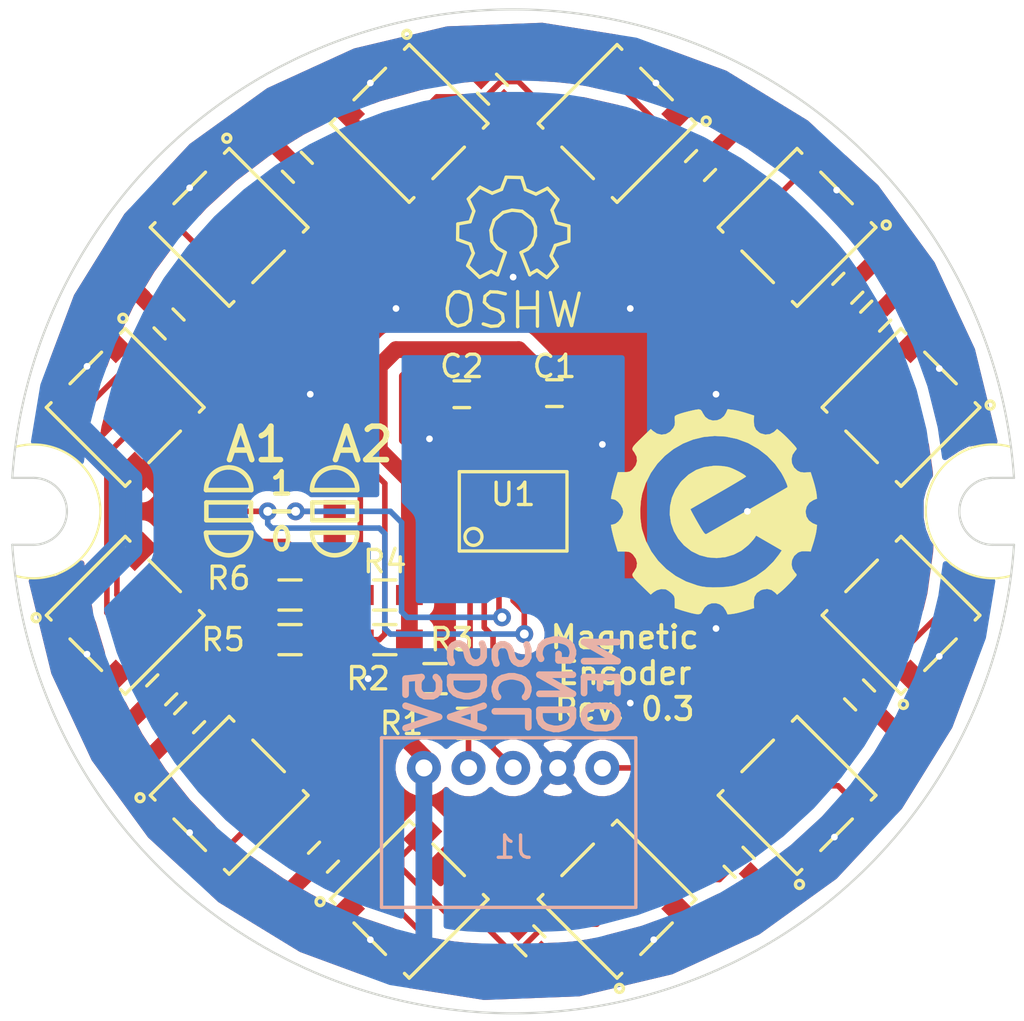
<source format=kicad_pcb>
(kicad_pcb (version 20170123) (host pcbnew "(2017-05-31 revision c0bb8a30c)-makepkg")

  (general
    (links 111)
    (no_connects 0)
    (area -23.613095 -22.92 23.613095 22.860001)
    (thickness 1.6)
    (drawings 24)
    (tracks 244)
    (zones 0)
    (modules 61)
    (nets 26)
  )

  (page A4)
  (layers
    (0 F.Cu signal)
    (31 B.Cu signal)
    (32 B.Adhes user)
    (33 F.Adhes user)
    (34 B.Paste user)
    (35 F.Paste user)
    (36 B.SilkS user)
    (37 F.SilkS user)
    (38 B.Mask user)
    (39 F.Mask user)
    (40 Dwgs.User user)
    (41 Cmts.User user)
    (42 Eco1.User user)
    (43 Eco2.User user)
    (44 Edge.Cuts user)
    (45 Margin user)
    (46 B.CrtYd user)
    (47 F.CrtYd user)
    (48 B.Fab user hide)
    (49 F.Fab user hide)
  )

  (setup
    (last_trace_width 0.25)
    (trace_clearance 0.2)
    (zone_clearance 0.508)
    (zone_45_only yes)
    (trace_min 0.2)
    (segment_width 0.15)
    (edge_width 0.15)
    (via_size 0.8)
    (via_drill 0.4)
    (via_min_size 0.4)
    (via_min_drill 0.3)
    (uvia_size 0.3)
    (uvia_drill 0.1)
    (uvias_allowed no)
    (uvia_min_size 0.2)
    (uvia_min_drill 0.1)
    (pcb_text_width 0.3)
    (pcb_text_size 1.5 1.5)
    (mod_edge_width 0.15)
    (mod_text_size 1 1)
    (mod_text_width 0.15)
    (pad_size 0.6 0.6)
    (pad_drill 0.3)
    (pad_to_mask_clearance 0.1)
    (aux_axis_origin 0 0)
    (visible_elements 7FFFFF7F)
    (pcbplotparams
      (layerselection 0x00030_ffffffff)
      (usegerberextensions false)
      (excludeedgelayer true)
      (linewidth 0.100000)
      (plotframeref false)
      (viasonmask false)
      (mode 1)
      (useauxorigin false)
      (hpglpennumber 1)
      (hpglpenspeed 20)
      (hpglpendiameter 15)
      (psnegative false)
      (psa4output false)
      (plotreference true)
      (plotvalue true)
      (plotinvisibletext false)
      (padsonsilk false)
      (subtractmaskfromsilk false)
      (outputformat 1)
      (mirror false)
      (drillshape 1)
      (scaleselection 1)
      (outputdirectory ""))
  )

  (net 0 "")
  (net 1 GND)
  (net 2 5V)
  (net 3 Neo_in)
  (net 4 "Net-(U3-Pad2)")
  (net 5 "Net-(U4-Pad2)")
  (net 6 "Net-(U5-Pad2)")
  (net 7 "Net-(U6-Pad2)")
  (net 8 "Net-(U12-Pad2)")
  (net 9 "Net-(U7-Pad2)")
  (net 10 "Net-(U10-Pad4)")
  (net 11 "Net-(U10-Pad2)")
  (net 12 "Net-(U11-Pad2)")
  (net 13 "Net-(U13-Pad2)")
  (net 14 "Net-(C2-Pad1)")
  (net 15 "Net-(U1-Pad14)")
  (net 16 "Net-(U2-Pad2)")
  (net 17 "Net-(U8-Pad2)")
  (net 18 SDA)
  (net 19 SCL)
  (net 20 A2)
  (net 21 A1)
  (net 22 "Net-(JP1-Pad1)")
  (net 23 "Net-(JP1-Pad3)")
  (net 24 "Net-(JP2-Pad3)")
  (net 25 "Net-(JP2-Pad1)")

  (net_class Default "This is the default net class."
    (clearance 0.2)
    (trace_width 0.25)
    (via_dia 0.8)
    (via_drill 0.4)
    (uvia_dia 0.3)
    (uvia_drill 0.1)
    (add_net A1)
    (add_net A2)
    (add_net GND)
    (add_net Neo_in)
    (add_net "Net-(C2-Pad1)")
    (add_net "Net-(JP1-Pad1)")
    (add_net "Net-(JP1-Pad3)")
    (add_net "Net-(JP2-Pad1)")
    (add_net "Net-(JP2-Pad3)")
    (add_net "Net-(U1-Pad14)")
    (add_net "Net-(U10-Pad2)")
    (add_net "Net-(U10-Pad4)")
    (add_net "Net-(U11-Pad2)")
    (add_net "Net-(U12-Pad2)")
    (add_net "Net-(U13-Pad2)")
    (add_net "Net-(U2-Pad2)")
    (add_net "Net-(U3-Pad2)")
    (add_net "Net-(U4-Pad2)")
    (add_net "Net-(U5-Pad2)")
    (add_net "Net-(U6-Pad2)")
    (add_net "Net-(U7-Pad2)")
    (add_net "Net-(U8-Pad2)")
    (add_net SCL)
    (add_net SDA)
  )

  (net_class NEO ""
    (clearance 0.2)
    (trace_width 0.75)
    (via_dia 0.8)
    (via_drill 0.4)
    (uvia_dia 0.3)
    (uvia_drill 0.1)
    (add_net 5V)
  )

  (module .pretty:VIA-0.6mm (layer F.Cu) (tedit 5988C9B5) (tstamp 599C4836)
    (at -6.5 7.5 30)
    (zone_connect 2)
    (fp_text reference REF** (at 0 1.397 30) (layer F.SilkS) hide
      (effects (font (size 1 1) (thickness 0.15)))
    )
    (fp_text value VIA-0.6mm (at 0 -1.27 30) (layer F.Fab) hide
      (effects (font (size 1 1) (thickness 0.15)))
    )
    (pad 1 thru_hole circle (at 0 0 30) (size 0.6 0.6) (drill 0.3) (layers *.Cu)
      (net 1 GND) (zone_connect 2))
  )

  (module .pretty:evezor (layer F.Cu) (tedit 598E19A4) (tstamp 59A18AA5)
    (at 9 0)
    (fp_text reference G*** (at 0 0) (layer F.SilkS) hide
      (effects (font (thickness 0.3)))
    )
    (fp_text value evezor (at 0.75 0) (layer F.SilkS) hide
      (effects (font (thickness 0.3)))
    )
    (fp_poly (pts (xy 0.836086 -4.553217) (xy 0.981558 -4.528422) (xy 1.172092 -4.48395) (xy 1.372863 -4.428168)
      (xy 1.428753 -4.410839) (xy 1.799167 -4.292751) (xy 1.786881 -4.061959) (xy 1.803958 -3.833953)
      (xy 1.885115 -3.658346) (xy 2.034264 -3.52797) (xy 2.096397 -3.494912) (xy 2.299986 -3.439436)
      (xy 2.500971 -3.458742) (xy 2.677966 -3.549898) (xy 2.711564 -3.579304) (xy 2.831347 -3.694064)
      (xy 2.99259 -3.56486) (xy 3.115843 -3.456532) (xy 3.270783 -3.306934) (xy 3.434371 -3.139397)
      (xy 3.58357 -2.977255) (xy 3.656245 -2.892695) (xy 3.705408 -2.823608) (xy 3.698609 -2.77334)
      (xy 3.64242 -2.711088) (xy 3.52438 -2.538998) (xy 3.477618 -2.344698) (xy 3.499747 -2.147713)
      (xy 3.588382 -1.967571) (xy 3.741138 -1.823799) (xy 3.751641 -1.817156) (xy 3.880988 -1.757766)
      (xy 4.029026 -1.739401) (xy 4.11545 -1.742406) (xy 4.334965 -1.756834) (xy 4.453112 -1.38642)
      (xy 4.510748 -1.189252) (xy 4.559671 -0.992087) (xy 4.591464 -0.829756) (xy 4.596325 -0.793754)
      (xy 4.621391 -0.5715) (xy 4.450271 -0.501305) (xy 4.275109 -0.386543) (xy 4.157172 -0.217626)
      (xy 4.107524 -0.011375) (xy 4.10665 0.021166) (xy 4.145297 0.231497) (xy 4.253862 0.406974)
      (xy 4.421284 0.530776) (xy 4.450271 0.543637) (xy 4.621391 0.613833) (xy 4.596325 0.836086)
      (xy 4.571162 0.981568) (xy 4.526398 1.172114) (xy 4.470448 1.372895) (xy 4.453112 1.428753)
      (xy 4.334965 1.799166) (xy 4.11545 1.784738) (xy 3.94464 1.78702) (xy 3.811831 1.82636)
      (xy 3.751641 1.859489) (xy 3.595331 2.000621) (xy 3.503007 2.179227) (xy 3.477054 2.375781)
      (xy 3.519857 2.570754) (xy 3.633804 2.74462) (xy 3.64242 2.75342) (xy 3.702001 2.821192)
      (xy 3.702861 2.871532) (xy 3.656245 2.935027) (xy 3.526673 3.08276) (xy 3.368966 3.249821)
      (xy 3.206154 3.412885) (xy 3.061267 3.548626) (xy 2.992711 3.607097) (xy 2.831589 3.736205)
      (xy 2.745229 3.643509) (xy 2.578059 3.520884) (xy 2.382887 3.47513) (xy 2.170636 3.507928)
      (xy 2.086316 3.542028) (xy 1.919016 3.659574) (xy 1.819593 3.823686) (xy 1.785413 4.039308)
      (xy 1.786881 4.104292) (xy 1.799167 4.335084) (xy 1.428753 4.453171) (xy 1.231596 4.510687)
      (xy 1.03444 4.559351) (xy 0.87211 4.590797) (xy 0.836086 4.595549) (xy 0.613833 4.619839)
      (xy 0.537143 4.449594) (xy 0.420355 4.278044) (xy 0.262964 4.165922) (xy 0.082472 4.113283)
      (xy -0.103625 4.120183) (xy -0.277828 4.186676) (xy -0.422637 4.312819) (xy -0.501305 4.446311)
      (xy -0.548927 4.537293) (xy -0.609594 4.591753) (xy -0.698494 4.61175) (xy -0.830811 4.599342)
      (xy -1.021734 4.556585) (xy -1.121833 4.530399) (xy -1.29906 4.480842) (xy -1.469551 4.42963)
      (xy -1.586612 4.391194) (xy -1.755057 4.331261) (xy -1.755945 4.067389) (xy -1.760019 3.918061)
      (xy -1.77913 3.821767) (xy -1.825491 3.746919) (xy -1.911318 3.661932) (xy -1.913515 3.659917)
      (xy -2.02833 3.568963) (xy -2.138675 3.503954) (xy -2.178377 3.489166) (xy -2.367057 3.480504)
      (xy -2.562798 3.535152) (xy -2.706787 3.623853) (xy -2.833734 3.730672) (xy -3.219629 3.358667)
      (xy -3.404458 3.178954) (xy -3.533918 3.0461) (xy -3.614269 2.948913) (xy -3.651772 2.876196)
      (xy -3.652687 2.816758) (xy -3.623275 2.759402) (xy -3.583127 2.708695) (xy -3.473168 2.520612)
      (xy -3.444107 2.322338) (xy -3.495037 2.125507) (xy -3.625051 1.941753) (xy -3.644425 1.922566)
      (xy -3.726501 1.85337) (xy -3.808817 1.816153) (xy -3.922237 1.801337) (xy -4.042187 1.799166)
      (xy -4.311148 1.799166) (xy -4.420485 1.439333) (xy -4.471847 1.259492) (xy -4.522154 1.065038)
      (xy -4.566108 0.878692) (xy -4.598408 0.723179) (xy -4.613758 0.621221) (xy -4.614333 0.608055)
      (xy -4.579306 0.594831) (xy -4.54287 0.592666) (xy -4.413884 0.555025) (xy -4.283553 0.456405)
      (xy -4.169851 0.318257) (xy -4.090754 0.162035) (xy -4.064 0.021166) (xy -4.079547 -0.054718)
      (xy -3.303516 -0.054718) (xy -3.292423 0.339404) (xy -3.244849 0.705964) (xy -3.217581 0.829311)
      (xy -3.048321 1.332802) (xy -2.807478 1.797044) (xy -2.501322 2.216068) (xy -2.136121 2.583907)
      (xy -1.718144 2.894592) (xy -1.253661 3.142156) (xy -0.748939 3.320631) (xy -0.550333 3.368579)
      (xy -0.332787 3.398094) (xy -0.061102 3.410585) (xy 0.236113 3.406958) (xy 0.53025 3.388119)
      (xy 0.7927 3.354974) (xy 0.9525 3.321008) (xy 1.429331 3.15072) (xy 1.88337 2.909576)
      (xy 2.299957 2.607892) (xy 2.664431 2.25598) (xy 2.909299 1.944255) (xy 3.041739 1.750678)
      (xy 2.466237 1.417667) (xy 1.890736 1.084657) (xy 1.82617 1.187912) (xy 1.764264 1.268753)
      (xy 1.662401 1.383898) (xy 1.541943 1.509266) (xy 1.534506 1.516672) (xy 1.230523 1.761035)
      (xy 0.885344 1.939143) (xy 0.51212 2.049663) (xy 0.124001 2.091263) (xy -0.265861 2.06261)
      (xy -0.644315 1.962371) (xy -0.99821 1.789212) (xy -1.019772 1.775579) (xy -1.342374 1.52191)
      (xy -1.600898 1.222306) (xy -1.793968 0.887046) (xy -1.920204 0.526404) (xy -1.978228 0.150657)
      (xy -1.966663 -0.229919) (xy -1.884129 -0.605047) (xy -1.729249 -0.964451) (xy -1.500644 -1.297855)
      (xy -1.441094 -1.365848) (xy -1.133557 -1.649588) (xy -0.79904 -1.854435) (xy -0.430856 -1.983355)
      (xy -0.022317 -2.039311) (xy 0.084667 -2.042231) (xy 0.333063 -2.032752) (xy 0.560794 -2.003386)
      (xy 0.677333 -1.976305) (xy 0.805244 -1.929713) (xy 0.957669 -1.861319) (xy 1.11566 -1.781414)
      (xy 1.260268 -1.70029) (xy 1.372543 -1.628242) (xy 1.433537 -1.575559) (xy 1.439333 -1.562413)
      (xy 1.403935 -1.534847) (xy 1.303405 -1.470565) (xy 1.146243 -1.374649) (xy 0.940947 -1.25218)
      (xy 0.696015 -1.10824) (xy 0.419947 -0.947913) (xy 0.201083 -0.821979) (xy -0.093059 -0.653301)
      (xy -0.36314 -0.498267) (xy -0.600548 -0.361834) (xy -0.796668 -0.248958) (xy -0.942887 -0.164596)
      (xy -1.030589 -0.113703) (xy -1.052739 -0.100516) (xy -1.038124 -0.061868) (xy -0.987625 0.037166)
      (xy -0.908075 0.183871) (xy -0.806307 0.365532) (xy -0.739298 0.482764) (xy -0.61244 0.700727)
      (xy -0.518841 0.853973) (xy -0.451165 0.952087) (xy -0.402075 1.004651) (xy -0.364235 1.02125)
      (xy -0.333311 1.013133) (xy -0.271735 0.978692) (xy -0.14831 0.908415) (xy 0.028393 0.80725)
      (xy 0.249802 0.680143) (xy 0.507347 0.532042) (xy 0.792454 0.367895) (xy 1.096553 0.192647)
      (xy 1.411072 0.011246) (xy 1.72744 -0.171361) (xy 2.037085 -0.350226) (xy 2.331435 -0.520404)
      (xy 2.601919 -0.676946) (xy 2.839965 -0.814906) (xy 3.037002 -0.929336) (xy 3.184458 -1.015289)
      (xy 3.273762 -1.06782) (xy 3.297528 -1.082401) (xy 3.295763 -1.133805) (xy 3.259727 -1.241004)
      (xy 3.197111 -1.386254) (xy 3.115602 -1.551813) (xy 3.02289 -1.719936) (xy 3.016737 -1.730399)
      (xy 2.735191 -2.128418) (xy 2.386771 -2.490011) (xy 1.985929 -2.802302) (xy 1.547116 -3.052416)
      (xy 1.517238 -3.066392) (xy 1.024718 -3.2499) (xy 0.525713 -3.353358) (xy 0.027478 -3.380261)
      (xy -0.462729 -3.334102) (xy -0.937653 -3.218375) (xy -1.390036 -3.036576) (xy -1.812624 -2.792197)
      (xy -2.19816 -2.488734) (xy -2.539387 -2.129679) (xy -2.829049 -1.718529) (xy -3.05989 -1.258776)
      (xy -3.216364 -0.786979) (xy -3.278154 -0.441735) (xy -3.303516 -0.054718) (xy -4.079547 -0.054718)
      (xy -4.09554 -0.13277) (xy -4.178176 -0.288312) (xy -4.293932 -0.424008) (xy -4.424834 -0.518405)
      (xy -4.54287 -0.550334) (xy -4.60428 -0.557876) (xy -4.614333 -0.565722) (xy -4.603493 -0.652648)
      (xy -4.574503 -0.79823) (xy -4.532657 -0.979767) (xy -4.48325 -1.17456) (xy -4.431579 -1.359908)
      (xy -4.420252 -1.397757) (xy -4.310683 -1.758347) (xy -4.042063 -1.757591) (xy -3.886815 -1.761634)
      (xy -3.785145 -1.781199) (xy -3.706179 -1.82581) (xy -3.644533 -1.880233) (xy -3.505704 -2.061725)
      (xy -3.445852 -2.257629) (xy -3.465885 -2.456305) (xy -3.566714 -2.64611) (xy -3.583127 -2.666363)
      (xy -3.631852 -2.72979) (xy -3.655244 -2.786551) (xy -3.647045 -2.847809) (xy -3.600997 -2.924728)
      (xy -3.510842 -3.028473) (xy -3.370322 -3.170207) (xy -3.217796 -3.318102) (xy -2.830068 -3.691873)
      (xy -2.737951 -3.60559) (xy -2.552166 -3.482575) (xy -2.351448 -3.436206) (xy -2.151629 -3.464246)
      (xy -1.96854 -3.564462) (xy -1.818012 -3.734619) (xy -1.817438 -3.73553) (xy -1.760175 -3.857703)
      (xy -1.746309 -3.993669) (xy -1.75236 -4.074837) (xy -1.761965 -4.197673) (xy -1.747426 -4.265495)
      (xy -1.69547 -4.307254) (xy -1.63304 -4.335099) (xy -1.505423 -4.380451) (xy -1.332374 -4.431667)
      (xy -1.13881 -4.482565) (xy -0.949647 -4.526963) (xy -0.789804 -4.55868) (xy -0.684198 -4.571534)
      (xy -0.679857 -4.57157) (xy -0.600054 -4.553217) (xy -0.540223 -4.485384) (xy -0.501305 -4.403979)
      (xy -0.389949 -4.23315) (xy -0.236102 -4.122012) (xy -0.057262 -4.070509) (xy 0.129073 -4.078586)
      (xy 0.305403 -4.146188) (xy 0.454231 -4.273259) (xy 0.537143 -4.407262) (xy 0.613833 -4.577506)
      (xy 0.836086 -4.553217)) (layer F.SilkS) (width 0.01))
  )

  (module Symbols:Symbol_OSHW-Logo_SilkScreen (layer F.Cu) (tedit 5988E431) (tstamp 59941CDE)
    (at 0 -12.5)
    (descr "Symbol, OSHW-Logo, Silk Screen,")
    (tags "Symbol, OSHW-Logo, Silk Screen,")
    (fp_text reference REF** (at 0.09906 -4.38912) (layer F.SilkS) hide
      (effects (font (size 1 1) (thickness 0.15)))
    )
    (fp_text value Symbol_OSHW-Logo_SilkScreen (at 0.30988 6.56082) (layer F.Fab)
      (effects (font (size 1 1) (thickness 0.15)))
    )
    (fp_line (start 0.35052 0.89916) (end 0.7493 1.89992) (layer F.SilkS) (width 0.15))
    (fp_line (start -0.35052 0.89916) (end -0.70104 1.89992) (layer F.SilkS) (width 0.15))
    (fp_line (start -0.70104 0.70104) (end -0.35052 0.89916) (layer F.SilkS) (width 0.15))
    (fp_line (start -0.94996 0.39878) (end -0.70104 0.70104) (layer F.SilkS) (width 0.15))
    (fp_line (start -1.00076 -0.09906) (end -0.94996 0.39878) (layer F.SilkS) (width 0.15))
    (fp_line (start -0.8509 -0.55118) (end -1.00076 -0.09906) (layer F.SilkS) (width 0.15))
    (fp_line (start -0.44958 -0.89916) (end -0.8509 -0.55118) (layer F.SilkS) (width 0.15))
    (fp_line (start -0.0508 -1.00076) (end -0.44958 -0.89916) (layer F.SilkS) (width 0.15))
    (fp_line (start 0.39878 -0.94996) (end -0.0508 -1.00076) (layer F.SilkS) (width 0.15))
    (fp_line (start 0.8509 -0.59944) (end 0.39878 -0.94996) (layer F.SilkS) (width 0.15))
    (fp_line (start 1.00076 -0.24892) (end 0.8509 -0.59944) (layer F.SilkS) (width 0.15))
    (fp_line (start 1.00076 0.14986) (end 1.00076 -0.24892) (layer F.SilkS) (width 0.15))
    (fp_line (start 0.8509 0.55118) (end 1.00076 0.14986) (layer F.SilkS) (width 0.15))
    (fp_line (start 0.65024 0.7493) (end 0.8509 0.55118) (layer F.SilkS) (width 0.15))
    (fp_line (start 0.35052 0.89916) (end 0.65024 0.7493) (layer F.SilkS) (width 0.15))
    (fp_line (start -1.9304 0.5207) (end -1.7907 0.91948) (layer F.SilkS) (width 0.15))
    (fp_line (start -2.4892 0.32004) (end -1.9304 0.5207) (layer F.SilkS) (width 0.15))
    (fp_line (start -2.47904 -0.381) (end -2.4892 0.32004) (layer F.SilkS) (width 0.15))
    (fp_line (start -1.9304 -0.48006) (end -2.47904 -0.381) (layer F.SilkS) (width 0.15))
    (fp_line (start -1.76022 -0.96012) (end -1.9304 -0.48006) (layer F.SilkS) (width 0.15))
    (fp_line (start -2.00914 -1.50114) (end -1.76022 -0.96012) (layer F.SilkS) (width 0.15))
    (fp_line (start -1.49098 -2.02946) (end -2.00914 -1.50114) (layer F.SilkS) (width 0.15))
    (fp_line (start -0.9398 -1.76022) (end -1.49098 -2.02946) (layer F.SilkS) (width 0.15))
    (fp_line (start -0.5207 -1.9304) (end -0.9398 -1.76022) (layer F.SilkS) (width 0.15))
    (fp_line (start -0.30988 -2.47904) (end -0.5207 -1.9304) (layer F.SilkS) (width 0.15))
    (fp_line (start 0.381 -2.46126) (end -0.30988 -2.47904) (layer F.SilkS) (width 0.15))
    (fp_line (start 0.55118 -1.92024) (end 0.381 -2.46126) (layer F.SilkS) (width 0.15))
    (fp_line (start 1.02108 -1.71958) (end 0.55118 -1.92024) (layer F.SilkS) (width 0.15))
    (fp_line (start 1.53924 -1.9812) (end 1.02108 -1.71958) (layer F.SilkS) (width 0.15))
    (fp_line (start 2.00914 -1.47066) (end 1.53924 -1.9812) (layer F.SilkS) (width 0.15))
    (fp_line (start 1.7399 -1.00076) (end 2.00914 -1.47066) (layer F.SilkS) (width 0.15))
    (fp_line (start 1.94056 -0.42926) (end 1.7399 -1.00076) (layer F.SilkS) (width 0.15))
    (fp_line (start 2.49936 -0.28956) (end 1.94056 -0.42926) (layer F.SilkS) (width 0.15))
    (fp_line (start 2.49936 0.39116) (end 2.49936 -0.28956) (layer F.SilkS) (width 0.15))
    (fp_line (start 1.88976 0.57912) (end 2.49936 0.39116) (layer F.SilkS) (width 0.15))
    (fp_line (start 1.69926 1.04902) (end 1.88976 0.57912) (layer F.SilkS) (width 0.15))
    (fp_line (start 1.9812 1.52908) (end 1.69926 1.04902) (layer F.SilkS) (width 0.15))
    (fp_line (start 1.50876 2.0193) (end 1.9812 1.52908) (layer F.SilkS) (width 0.15))
    (fp_line (start 1.06934 1.6891) (end 1.50876 2.0193) (layer F.SilkS) (width 0.15))
    (fp_line (start 0.73914 1.8796) (end 1.06934 1.6891) (layer F.SilkS) (width 0.15))
    (fp_line (start -0.98044 1.7399) (end -0.70104 1.89992) (layer F.SilkS) (width 0.15))
    (fp_line (start -1.50114 2.00914) (end -0.98044 1.7399) (layer F.SilkS) (width 0.15))
    (fp_line (start -2.03962 1.49098) (end -1.50114 2.00914) (layer F.SilkS) (width 0.15))
    (fp_line (start -1.78054 0.92964) (end -2.03962 1.49098) (layer F.SilkS) (width 0.15))
    (fp_line (start -2.03962 2.78892) (end -2.4003 2.65938) (layer F.SilkS) (width 0.15))
    (fp_line (start -1.9304 3.07086) (end -2.03962 2.78892) (layer F.SilkS) (width 0.15))
    (fp_line (start -1.8796 3.4798) (end -1.9304 3.07086) (layer F.SilkS) (width 0.15))
    (fp_line (start -1.95072 3.93954) (end -1.8796 3.4798) (layer F.SilkS) (width 0.15))
    (fp_line (start -2.16916 4.11988) (end -1.95072 3.93954) (layer F.SilkS) (width 0.15))
    (fp_line (start -2.47904 4.191) (end -2.16916 4.11988) (layer F.SilkS) (width 0.15))
    (fp_line (start -2.7305 4.06908) (end -2.47904 4.191) (layer F.SilkS) (width 0.15))
    (fp_line (start -2.93116 3.74904) (end -2.7305 4.06908) (layer F.SilkS) (width 0.15))
    (fp_line (start -2.9591 3.40106) (end -2.93116 3.74904) (layer F.SilkS) (width 0.15))
    (fp_line (start -2.8702 2.91084) (end -2.9591 3.40106) (layer F.SilkS) (width 0.15))
    (fp_line (start -2.6289 2.66954) (end -2.8702 2.91084) (layer F.SilkS) (width 0.15))
    (fp_line (start -2.37998 2.64922) (end -2.6289 2.66954) (layer F.SilkS) (width 0.15))
    (fp_line (start -0.9906 4.20878) (end -1.34112 4.09956) (layer F.SilkS) (width 0.15))
    (fp_line (start -0.67056 4.18084) (end -0.9906 4.20878) (layer F.SilkS) (width 0.15))
    (fp_line (start -0.43942 3.95986) (end -0.67056 4.18084) (layer F.SilkS) (width 0.15))
    (fp_line (start -0.48006 3.66014) (end -0.43942 3.95986) (layer F.SilkS) (width 0.15))
    (fp_line (start -0.6604 3.50012) (end -0.48006 3.66014) (layer F.SilkS) (width 0.15))
    (fp_line (start -1.04902 3.37058) (end -0.6604 3.50012) (layer F.SilkS) (width 0.15))
    (fp_line (start -1.29032 3.12928) (end -1.04902 3.37058) (layer F.SilkS) (width 0.15))
    (fp_line (start -1.25984 2.86004) (end -1.29032 3.12928) (layer F.SilkS) (width 0.15))
    (fp_line (start -1.02108 2.65938) (end -1.25984 2.86004) (layer F.SilkS) (width 0.15))
    (fp_line (start -0.70104 2.66954) (end -1.02108 2.65938) (layer F.SilkS) (width 0.15))
    (fp_line (start -0.35052 2.75082) (end -0.70104 2.66954) (layer F.SilkS) (width 0.15))
    (fp_line (start 0.20066 4.21894) (end 0.21082 4.20878) (layer F.SilkS) (width 0.15))
    (fp_line (start 0.20066 2.64922) (end 0.20066 4.21894) (layer F.SilkS) (width 0.15))
    (fp_line (start 1.08966 2.65938) (end 1.08966 4.20116) (layer F.SilkS) (width 0.15))
    (fp_line (start 1.04902 3.38074) (end 1.04902 3.37058) (layer F.SilkS) (width 0.15))
    (fp_line (start 1.03886 3.37058) (end 1.04902 3.38074) (layer F.SilkS) (width 0.15))
    (fp_line (start 0.24892 3.38074) (end 1.03886 3.37058) (layer F.SilkS) (width 0.15))
    (fp_line (start 2.61874 4.17068) (end 2.9591 2.72034) (layer F.SilkS) (width 0.15))
    (fp_line (start 2.30886 3.0988) (end 2.61874 4.17068) (layer F.SilkS) (width 0.15))
    (fp_line (start 2.02946 4.16052) (end 2.30886 3.0988) (layer F.SilkS) (width 0.15))
    (fp_line (start 1.66878 2.68986) (end 2.02946 4.16052) (layer F.SilkS) (width 0.15))
  )

  (module .pretty:VIA-0.6mm (layer F.Cu) (tedit 5988C9B5) (tstamp 598E8CF7)
    (at -3.75 -3.25 90)
    (zone_connect 2)
    (fp_text reference REF** (at 0 1.397 90) (layer F.SilkS) hide
      (effects (font (size 1 1) (thickness 0.15)))
    )
    (fp_text value VIA-0.6mm (at 0 -1.27 90) (layer F.Fab) hide
      (effects (font (size 1 1) (thickness 0.15)))
    )
    (pad 1 thru_hole circle (at 0 0 90) (size 0.6 0.6) (drill 0.3) (layers *.Cu)
      (net 1 GND) (zone_connect 2))
  )

  (module .pretty:VIA-0.6mm (layer F.Cu) (tedit 5988C9B5) (tstamp 598E8C62)
    (at 4 -3 90)
    (zone_connect 2)
    (fp_text reference REF** (at 0 1.397 90) (layer F.SilkS) hide
      (effects (font (size 1 1) (thickness 0.15)))
    )
    (fp_text value VIA-0.6mm (at 0 -1.27 90) (layer F.Fab) hide
      (effects (font (size 1 1) (thickness 0.15)))
    )
    (pad 1 thru_hole circle (at 0 0 90) (size 0.6 0.6) (drill 0.3) (layers *.Cu)
      (net 1 GND) (zone_connect 2))
  )

  (module .pretty:VIA-0.6mm (layer F.Cu) (tedit 5988C9B5) (tstamp 598E8B4C)
    (at -9.093267 -5.25 240)
    (zone_connect 2)
    (fp_text reference REF** (at 0 1.397 240) (layer F.SilkS) hide
      (effects (font (size 1 1) (thickness 0.15)))
    )
    (fp_text value VIA-0.6mm (at 0 -1.27 240) (layer F.Fab) hide
      (effects (font (size 1 1) (thickness 0.15)))
    )
    (pad 1 thru_hole circle (at 0 0 240) (size 0.6 0.6) (drill 0.3) (layers *.Cu)
      (net 1 GND) (zone_connect 2))
  )

  (module .pretty:VIA-0.6mm (layer F.Cu) (tedit 5988C9B5) (tstamp 598E8B48)
    (at -5.25 -9.093267 210)
    (zone_connect 2)
    (fp_text reference REF** (at 0 1.397 210) (layer F.SilkS) hide
      (effects (font (size 1 1) (thickness 0.15)))
    )
    (fp_text value VIA-0.6mm (at 0 -1.27 210) (layer F.Fab) hide
      (effects (font (size 1 1) (thickness 0.15)))
    )
    (pad 1 thru_hole circle (at 0 0 210) (size 0.6 0.6) (drill 0.3) (layers *.Cu)
      (net 1 GND) (zone_connect 2))
  )

  (module .pretty:VIA-0.6mm (layer F.Cu) (tedit 5988C9B5) (tstamp 598E8B44)
    (at 0 -10.5 180)
    (zone_connect 2)
    (fp_text reference REF** (at 0 1.397 180) (layer F.SilkS) hide
      (effects (font (size 1 1) (thickness 0.15)))
    )
    (fp_text value VIA-0.6mm (at 0 -1.27 180) (layer F.Fab) hide
      (effects (font (size 1 1) (thickness 0.15)))
    )
    (pad 1 thru_hole circle (at 0 0 180) (size 0.6 0.6) (drill 0.3) (layers *.Cu)
      (net 1 GND) (zone_connect 2))
  )

  (module .pretty:VIA-0.6mm (layer F.Cu) (tedit 5988C9B5) (tstamp 598E8B40)
    (at 5.25 -9.093267 150)
    (zone_connect 2)
    (fp_text reference REF** (at 0 1.397 150) (layer F.SilkS) hide
      (effects (font (size 1 1) (thickness 0.15)))
    )
    (fp_text value VIA-0.6mm (at 0 -1.27 150) (layer F.Fab) hide
      (effects (font (size 1 1) (thickness 0.15)))
    )
    (pad 1 thru_hole circle (at 0 0 150) (size 0.6 0.6) (drill 0.3) (layers *.Cu)
      (net 1 GND) (zone_connect 2))
  )

  (module .pretty:VIA-0.6mm (layer F.Cu) (tedit 5988C9B5) (tstamp 598E8B3C)
    (at 9.093267 -5.25 120)
    (zone_connect 2)
    (fp_text reference REF** (at 0 1.397 120) (layer F.SilkS) hide
      (effects (font (size 1 1) (thickness 0.15)))
    )
    (fp_text value VIA-0.6mm (at 0 -1.27 120) (layer F.Fab) hide
      (effects (font (size 1 1) (thickness 0.15)))
    )
    (pad 1 thru_hole circle (at 0 0 120) (size 0.6 0.6) (drill 0.3) (layers *.Cu)
      (net 1 GND) (zone_connect 2))
  )

  (module .pretty:VIA-0.6mm (layer F.Cu) (tedit 5988C9B5) (tstamp 598E8B38)
    (at 10.5 0 90)
    (zone_connect 2)
    (fp_text reference REF** (at 0 1.397 90) (layer F.SilkS) hide
      (effects (font (size 1 1) (thickness 0.15)))
    )
    (fp_text value VIA-0.6mm (at 0 -1.27 90) (layer F.Fab) hide
      (effects (font (size 1 1) (thickness 0.15)))
    )
    (pad 1 thru_hole circle (at 0 0 90) (size 0.6 0.6) (drill 0.3) (layers *.Cu)
      (net 1 GND) (zone_connect 2))
  )

  (module .pretty:VIA-0.6mm (layer F.Cu) (tedit 5988C9B5) (tstamp 598E8B34)
    (at 9.093267 5.25 60)
    (zone_connect 2)
    (fp_text reference REF** (at 0 1.397 60) (layer F.SilkS) hide
      (effects (font (size 1 1) (thickness 0.15)))
    )
    (fp_text value VIA-0.6mm (at 0 -1.27 60) (layer F.Fab) hide
      (effects (font (size 1 1) (thickness 0.15)))
    )
    (pad 1 thru_hole circle (at 0 0 60) (size 0.6 0.6) (drill 0.3) (layers *.Cu)
      (net 1 GND) (zone_connect 2))
  )

  (module .pretty:VIA-0.6mm (layer F.Cu) (tedit 5988C9B5) (tstamp 598E8B30)
    (at 5.25 8.593267 30)
    (zone_connect 2)
    (fp_text reference REF** (at 0 1.397 30) (layer F.SilkS) hide
      (effects (font (size 1 1) (thickness 0.15)))
    )
    (fp_text value VIA-0.6mm (at 0 -1.27 30) (layer F.Fab) hide
      (effects (font (size 1 1) (thickness 0.15)))
    )
    (pad 1 thru_hole circle (at 0 0 30) (size 0.6 0.6) (drill 0.3) (layers *.Cu)
      (net 1 GND) (zone_connect 2))
  )

  (module .pretty:VIA-0.6mm (layer F.Cu) (tedit 5988C654) (tstamp 598AD0A7)
    (at 19.1 -6.4)
    (fp_text reference REF** (at 0 1.397) (layer F.SilkS) hide
      (effects (font (size 1 1) (thickness 0.15)))
    )
    (fp_text value VIA-0.6mm (at 0 -1.27) (layer F.Fab) hide
      (effects (font (size 1 1) (thickness 0.15)))
    )
    (pad 1 thru_hole circle (at 0 0) (size 0.6 0.6) (drill 0.3) (layers *.Cu)
      (net 2 5V))
  )

  (module .pretty:VIA-0.6mm (layer F.Cu) (tedit 5988C654) (tstamp 598AD0A3)
    (at 14.5 -14.4)
    (fp_text reference REF** (at 0 1.397) (layer F.SilkS) hide
      (effects (font (size 1 1) (thickness 0.15)))
    )
    (fp_text value VIA-0.6mm (at 0 -1.27) (layer F.Fab) hide
      (effects (font (size 1 1) (thickness 0.15)))
    )
    (pad 1 thru_hole circle (at 0 0) (size 0.6 0.6) (drill 0.3) (layers *.Cu)
      (net 2 5V))
  )

  (module .pretty:VIA-0.6mm (layer F.Cu) (tedit 5988C654) (tstamp 598AD09F)
    (at 6.4 -19.2)
    (fp_text reference REF** (at 0 1.397) (layer F.SilkS) hide
      (effects (font (size 1 1) (thickness 0.15)))
    )
    (fp_text value VIA-0.6mm (at 0 -1.27) (layer F.Fab) hide
      (effects (font (size 1 1) (thickness 0.15)))
    )
    (pad 1 thru_hole circle (at 0 0) (size 0.6 0.6) (drill 0.3) (layers *.Cu)
      (net 2 5V))
  )

  (module .pretty:VIA-0.6mm (layer F.Cu) (tedit 5988C654) (tstamp 598AD09B)
    (at -6.4 -19.2)
    (fp_text reference REF** (at 0 1.397) (layer F.SilkS) hide
      (effects (font (size 1 1) (thickness 0.15)))
    )
    (fp_text value VIA-0.6mm (at 0 -1.27) (layer F.Fab) hide
      (effects (font (size 1 1) (thickness 0.15)))
    )
    (pad 1 thru_hole circle (at 0 0) (size 0.6 0.6) (drill 0.3) (layers *.Cu)
      (net 2 5V))
  )

  (module .pretty:VIA-0.6mm (layer F.Cu) (tedit 5988C654) (tstamp 598AD097)
    (at -14.5 -14.5)
    (fp_text reference REF** (at 0 1.397) (layer F.SilkS) hide
      (effects (font (size 1 1) (thickness 0.15)))
    )
    (fp_text value VIA-0.6mm (at 0 -1.27) (layer F.Fab) hide
      (effects (font (size 1 1) (thickness 0.15)))
    )
    (pad 1 thru_hole circle (at 0 0) (size 0.6 0.6) (drill 0.3) (layers *.Cu)
      (net 2 5V))
  )

  (module .pretty:VIA-0.6mm (layer F.Cu) (tedit 5988C654) (tstamp 598AD093)
    (at -19.1 -6.5)
    (fp_text reference REF** (at 0 1.397) (layer F.SilkS) hide
      (effects (font (size 1 1) (thickness 0.15)))
    )
    (fp_text value VIA-0.6mm (at 0 -1.27) (layer F.Fab) hide
      (effects (font (size 1 1) (thickness 0.15)))
    )
    (pad 1 thru_hole circle (at 0 0) (size 0.6 0.6) (drill 0.3) (layers *.Cu)
      (net 2 5V))
  )

  (module .pretty:VIA-0.6mm (layer F.Cu) (tedit 5988C654) (tstamp 598AD08F)
    (at -19.1 6.4)
    (fp_text reference REF** (at 0 1.397) (layer F.SilkS) hide
      (effects (font (size 1 1) (thickness 0.15)))
    )
    (fp_text value VIA-0.6mm (at 0 -1.27) (layer F.Fab) hide
      (effects (font (size 1 1) (thickness 0.15)))
    )
    (pad 1 thru_hole circle (at 0 0) (size 0.6 0.6) (drill 0.3) (layers *.Cu)
      (net 2 5V))
  )

  (module .pretty:VIA-0.6mm (layer F.Cu) (tedit 5988C654) (tstamp 598AD08B)
    (at -14.5 14.4)
    (fp_text reference REF** (at 0 1.397) (layer F.SilkS) hide
      (effects (font (size 1 1) (thickness 0.15)))
    )
    (fp_text value VIA-0.6mm (at 0 -1.27) (layer F.Fab) hide
      (effects (font (size 1 1) (thickness 0.15)))
    )
    (pad 1 thru_hole circle (at 0 0) (size 0.6 0.6) (drill 0.3) (layers *.Cu)
      (net 2 5V))
  )

  (module .pretty:VIA-0.6mm (layer F.Cu) (tedit 5988C654) (tstamp 598AD087)
    (at -6.4 19.2)
    (fp_text reference REF** (at 0 1.397) (layer F.SilkS) hide
      (effects (font (size 1 1) (thickness 0.15)))
    )
    (fp_text value VIA-0.6mm (at 0 -1.27) (layer F.Fab) hide
      (effects (font (size 1 1) (thickness 0.15)))
    )
    (pad 1 thru_hole circle (at 0 0) (size 0.6 0.6) (drill 0.3) (layers *.Cu)
      (net 2 5V))
  )

  (module .pretty:VIA-0.6mm (layer F.Cu) (tedit 5988C654) (tstamp 598AD083)
    (at 6.3 19.2)
    (fp_text reference REF** (at 0 1.397) (layer F.SilkS) hide
      (effects (font (size 1 1) (thickness 0.15)))
    )
    (fp_text value VIA-0.6mm (at 0 -1.27) (layer F.Fab) hide
      (effects (font (size 1 1) (thickness 0.15)))
    )
    (pad 1 thru_hole circle (at 0 0) (size 0.6 0.6) (drill 0.3) (layers *.Cu)
      (net 2 5V))
  )

  (module .pretty:VIA-0.6mm (layer F.Cu) (tedit 5988C654) (tstamp 598AD07F)
    (at 14.4 14.6)
    (fp_text reference REF** (at 0 1.397) (layer F.SilkS) hide
      (effects (font (size 1 1) (thickness 0.15)))
    )
    (fp_text value VIA-0.6mm (at 0 -1.27) (layer F.Fab) hide
      (effects (font (size 1 1) (thickness 0.15)))
    )
    (pad 1 thru_hole circle (at 0 0) (size 0.6 0.6) (drill 0.3) (layers *.Cu)
      (net 2 5V))
  )

  (module .pretty:VIA-0.6mm (layer F.Cu) (tedit 5988C654) (tstamp 598ACEF8)
    (at 19.1 6.5)
    (fp_text reference REF** (at 0 1.397) (layer F.SilkS) hide
      (effects (font (size 1 1) (thickness 0.15)))
    )
    (fp_text value VIA-0.6mm (at 0 -1.27) (layer F.Fab) hide
      (effects (font (size 1 1) (thickness 0.15)))
    )
    (pad 1 thru_hole circle (at 0 0) (size 0.6 0.6) (drill 0.3) (layers *.Cu)
      (net 2 5V))
  )

  (module .pretty:WS2812 (layer F.Cu) (tedit 5988E4F3) (tstamp 597FA377)
    (at 17.386665 4.658743 135)
    (path /597A511E)
    (fp_text reference U2 (at 0 3.35 135) (layer F.SilkS) hide
      (effects (font (size 1 1) (thickness 0.15)))
    )
    (fp_text value WS2812 (at 0 -3.3 135) (layer F.Fab)
      (effects (font (size 1 1) (thickness 0.15)))
    )
    (fp_line (start -2.5 -2.500001) (end 2.500001 -2.5) (layer F.SilkS) (width 0.15))
    (fp_line (start -2.500001 2.5) (end 2.5 2.500001) (layer F.SilkS) (width 0.15))
    (fp_line (start 2.5 2.500001) (end 2.5 2.199999) (layer F.SilkS) (width 0.15))
    (fp_line (start -2.500001 2.5) (end -2.5 2.2) (layer F.SilkS) (width 0.15))
    (fp_line (start -2.5 -2.500001) (end -2.5 -2.199999) (layer F.SilkS) (width 0.15))
    (fp_line (start 2.500001 -2.5) (end 2.5 -2.2) (layer F.SilkS) (width 0.15))
    (fp_circle (center -2.9 -2.75) (end -2.8 -2.6) (layer F.SilkS) (width 0.15))
    (fp_line (start 2.5 -0.999999) (end 2.500001 1) (layer F.SilkS) (width 0.15))
    (fp_line (start -2.500001 -1) (end -2.5 0.999999) (layer F.SilkS) (width 0.15))
    (pad 3 smd rect (at 2.45 1.6 135) (size 1.5 1) (layers F.Cu F.Paste F.Mask)
      (net 1 GND))
    (pad 4 smd rect (at 2.45 -1.6 135) (size 1.5 1) (layers F.Cu F.Paste F.Mask)
      (net 3 Neo_in))
    (pad 1 smd rect (at -2.45 -1.6 135) (size 1.5 1) (layers F.Cu F.Paste F.Mask)
      (net 2 5V))
    (pad 2 smd rect (at -2.45 1.6 135) (size 1.5 1) (layers F.Cu F.Paste F.Mask)
      (net 16 "Net-(U2-Pad2)"))
    (model "C:/Program Files/KiCad/3D lib/Junes.3dshapes/WS2812_RGB_LED_updated.stp"
      (at (xyz 0 0 0.003937007874015749))
      (scale (xyz 1 1 1))
      (rotate (xyz 0 0 90))
    )
  )

  (module .pretty:WS2812 (layer F.Cu) (tedit 5988E4ED) (tstamp 597FA357)
    (at 12.727922 12.727922 135)
    (path /597A5B81)
    (fp_text reference U3 (at 0 3.35 135) (layer F.SilkS) hide
      (effects (font (size 1 1) (thickness 0.15)))
    )
    (fp_text value WS2812 (at 0 -3.3 135) (layer F.Fab)
      (effects (font (size 1 1) (thickness 0.15)))
    )
    (fp_line (start -2.5 -2.500001) (end 2.500001 -2.5) (layer F.SilkS) (width 0.15))
    (fp_line (start -2.500001 2.5) (end 2.5 2.500001) (layer F.SilkS) (width 0.15))
    (fp_line (start 2.5 2.500001) (end 2.5 2.2) (layer F.SilkS) (width 0.15))
    (fp_line (start -2.500001 2.5) (end -2.5 2.2) (layer F.SilkS) (width 0.15))
    (fp_line (start -2.5 -2.500001) (end -2.5 -2.2) (layer F.SilkS) (width 0.15))
    (fp_line (start 2.500001 -2.5) (end 2.5 -2.2) (layer F.SilkS) (width 0.15))
    (fp_circle (center -2.9 -2.75) (end -2.8 -2.600001) (layer F.SilkS) (width 0.15))
    (fp_line (start 2.5 -0.999999) (end 2.500001 1) (layer F.SilkS) (width 0.15))
    (fp_line (start -2.500001 -1) (end -2.5 0.999999) (layer F.SilkS) (width 0.15))
    (pad 3 smd rect (at 2.45 1.6 135) (size 1.5 1) (layers F.Cu F.Paste F.Mask)
      (net 1 GND))
    (pad 4 smd rect (at 2.45 -1.6 135) (size 1.5 1) (layers F.Cu F.Paste F.Mask)
      (net 16 "Net-(U2-Pad2)"))
    (pad 1 smd rect (at -2.45 -1.6 135) (size 1.5 1) (layers F.Cu F.Paste F.Mask)
      (net 2 5V))
    (pad 2 smd rect (at -2.45 1.6 135) (size 1.5 1) (layers F.Cu F.Paste F.Mask)
      (net 4 "Net-(U3-Pad2)"))
    (model "C:/Program Files/KiCad/3D lib/Junes.3dshapes/WS2812_RGB_LED_updated.stp"
      (at (xyz 0 0 0.003937007874015749))
      (scale (xyz 1 1 1))
      (rotate (xyz 0 0 90))
    )
  )

  (module .pretty:WS2812 (layer F.Cu) (tedit 5988E4EA) (tstamp 597FA337)
    (at 4.658743 17.386665 135)
    (path /597A60FB)
    (fp_text reference U4 (at 0 3.35 135) (layer F.SilkS) hide
      (effects (font (size 1 1) (thickness 0.15)))
    )
    (fp_text value WS2812 (at 0 -3.3 135) (layer F.Fab)
      (effects (font (size 1 1) (thickness 0.15)))
    )
    (fp_line (start -2.5 -2.500001) (end 2.500001 -2.5) (layer F.SilkS) (width 0.15))
    (fp_line (start -2.500001 2.5) (end 2.5 2.500001) (layer F.SilkS) (width 0.15))
    (fp_line (start 2.5 2.500001) (end 2.5 2.2) (layer F.SilkS) (width 0.15))
    (fp_line (start -2.500001 2.5) (end -2.5 2.2) (layer F.SilkS) (width 0.15))
    (fp_line (start -2.5 -2.500001) (end -2.5 -2.2) (layer F.SilkS) (width 0.15))
    (fp_line (start 2.500001 -2.5) (end 2.5 -2.2) (layer F.SilkS) (width 0.15))
    (fp_circle (center -2.9 -2.75) (end -2.8 -2.600001) (layer F.SilkS) (width 0.15))
    (fp_line (start 2.5 -0.999999) (end 2.500001 1) (layer F.SilkS) (width 0.15))
    (fp_line (start -2.500001 -1) (end -2.5 0.999999) (layer F.SilkS) (width 0.15))
    (pad 3 smd rect (at 2.45 1.6 135) (size 1.5 1) (layers F.Cu F.Paste F.Mask)
      (net 1 GND))
    (pad 4 smd rect (at 2.45 -1.6 135) (size 1.5 1) (layers F.Cu F.Paste F.Mask)
      (net 4 "Net-(U3-Pad2)"))
    (pad 1 smd rect (at -2.45 -1.6 135) (size 1.5 1) (layers F.Cu F.Paste F.Mask)
      (net 2 5V))
    (pad 2 smd rect (at -2.45 1.6 135) (size 1.5 1) (layers F.Cu F.Paste F.Mask)
      (net 5 "Net-(U4-Pad2)"))
    (model "C:/Program Files/KiCad/3D lib/Junes.3dshapes/WS2812_RGB_LED_updated.stp"
      (at (xyz 0 0 0.003937007874015749))
      (scale (xyz 1 1 1))
      (rotate (xyz 0 0 90))
    )
  )

  (module .pretty:WS2812 (layer F.Cu) (tedit 5988E4E7) (tstamp 597FA317)
    (at -4.658743 17.386665 45)
    (path /597A6110)
    (fp_text reference U5 (at 0 3.35 45) (layer F.SilkS) hide
      (effects (font (size 1 1) (thickness 0.15)))
    )
    (fp_text value WS2812 (at 0 -3.3 45) (layer F.Fab)
      (effects (font (size 1 1) (thickness 0.15)))
    )
    (fp_line (start -2.5 -2.500001) (end 2.500001 -2.5) (layer F.SilkS) (width 0.15))
    (fp_line (start -2.500001 2.5) (end 2.5 2.500001) (layer F.SilkS) (width 0.15))
    (fp_line (start 2.5 2.500001) (end 2.5 2.2) (layer F.SilkS) (width 0.15))
    (fp_line (start -2.500001 2.5) (end -2.5 2.2) (layer F.SilkS) (width 0.15))
    (fp_line (start -2.5 -2.500001) (end -2.5 -2.2) (layer F.SilkS) (width 0.15))
    (fp_line (start 2.500001 -2.5) (end 2.5 -2.2) (layer F.SilkS) (width 0.15))
    (fp_circle (center -2.9 -2.75) (end -2.8 -2.600001) (layer F.SilkS) (width 0.15))
    (fp_line (start 2.5 -0.999999) (end 2.500001 1) (layer F.SilkS) (width 0.15))
    (fp_line (start -2.500001 -1) (end -2.5 0.999999) (layer F.SilkS) (width 0.15))
    (pad 3 smd rect (at 2.45 1.6 45) (size 1.5 1) (layers F.Cu F.Paste F.Mask)
      (net 1 GND))
    (pad 4 smd rect (at 2.45 -1.6 45) (size 1.5 1) (layers F.Cu F.Paste F.Mask)
      (net 5 "Net-(U4-Pad2)"))
    (pad 1 smd rect (at -2.45 -1.6 45) (size 1.5 1) (layers F.Cu F.Paste F.Mask)
      (net 2 5V))
    (pad 2 smd rect (at -2.45 1.6 45) (size 1.5 1) (layers F.Cu F.Paste F.Mask)
      (net 6 "Net-(U5-Pad2)"))
    (model "C:/Program Files/KiCad/3D lib/Junes.3dshapes/WS2812_RGB_LED_updated.stp"
      (at (xyz 0 0 0.003937007874015749))
      (scale (xyz 1 1 1))
      (rotate (xyz 0 0 90))
    )
  )

  (module .pretty:WS2812 (layer F.Cu) (tedit 5988E4E4) (tstamp 597FA2F7)
    (at -12.727922 12.727922 45)
    (path /597A6493)
    (fp_text reference U6 (at 0 3.35 45) (layer F.SilkS) hide
      (effects (font (size 1 1) (thickness 0.15)))
    )
    (fp_text value WS2812 (at 0 -3.3 45) (layer F.Fab)
      (effects (font (size 1 1) (thickness 0.15)))
    )
    (fp_line (start -2.5 -2.500001) (end 2.500001 -2.5) (layer F.SilkS) (width 0.15))
    (fp_line (start -2.500001 2.5) (end 2.5 2.500001) (layer F.SilkS) (width 0.15))
    (fp_line (start 2.5 2.500001) (end 2.5 2.2) (layer F.SilkS) (width 0.15))
    (fp_line (start -2.500001 2.5) (end -2.5 2.2) (layer F.SilkS) (width 0.15))
    (fp_line (start -2.5 -2.500001) (end -2.5 -2.2) (layer F.SilkS) (width 0.15))
    (fp_line (start 2.500001 -2.5) (end 2.5 -2.2) (layer F.SilkS) (width 0.15))
    (fp_circle (center -2.9 -2.75) (end -2.8 -2.600001) (layer F.SilkS) (width 0.15))
    (fp_line (start 2.5 -0.999999) (end 2.500001 1) (layer F.SilkS) (width 0.15))
    (fp_line (start -2.500001 -1) (end -2.5 0.999999) (layer F.SilkS) (width 0.15))
    (pad 3 smd rect (at 2.45 1.6 45) (size 1.5 1) (layers F.Cu F.Paste F.Mask)
      (net 1 GND))
    (pad 4 smd rect (at 2.45 -1.6 45) (size 1.5 1) (layers F.Cu F.Paste F.Mask)
      (net 6 "Net-(U5-Pad2)"))
    (pad 1 smd rect (at -2.45 -1.6 45) (size 1.5 1) (layers F.Cu F.Paste F.Mask)
      (net 2 5V))
    (pad 2 smd rect (at -2.45 1.6 45) (size 1.5 1) (layers F.Cu F.Paste F.Mask)
      (net 7 "Net-(U6-Pad2)"))
    (model "C:/Program Files/KiCad/3D lib/Junes.3dshapes/WS2812_RGB_LED_updated.stp"
      (at (xyz 0 0 0.003937007874015749))
      (scale (xyz 1 1 1))
      (rotate (xyz 0 0 90))
    )
  )

  (module .pretty:WS2812 (layer F.Cu) (tedit 5988E4DF) (tstamp 597FA2D7)
    (at -17.386665 4.658743 45)
    (path /597A64A8)
    (fp_text reference U7 (at 0 3.35 45) (layer F.SilkS) hide
      (effects (font (size 1 1) (thickness 0.15)))
    )
    (fp_text value WS2812 (at 0 -3.3 45) (layer F.Fab)
      (effects (font (size 1 1) (thickness 0.15)))
    )
    (fp_line (start -2.5 -2.500001) (end 2.500001 -2.5) (layer F.SilkS) (width 0.15))
    (fp_line (start -2.500001 2.5) (end 2.5 2.500001) (layer F.SilkS) (width 0.15))
    (fp_line (start 2.5 2.500001) (end 2.5 2.2) (layer F.SilkS) (width 0.15))
    (fp_line (start -2.500001 2.5) (end -2.5 2.2) (layer F.SilkS) (width 0.15))
    (fp_line (start -2.5 -2.500001) (end -2.5 -2.2) (layer F.SilkS) (width 0.15))
    (fp_line (start 2.500001 -2.5) (end 2.5 -2.2) (layer F.SilkS) (width 0.15))
    (fp_circle (center -2.9 -2.75) (end -2.8 -2.600001) (layer F.SilkS) (width 0.15))
    (fp_line (start 2.5 -0.999999) (end 2.500001 1) (layer F.SilkS) (width 0.15))
    (fp_line (start -2.500001 -1) (end -2.5 0.999999) (layer F.SilkS) (width 0.15))
    (pad 3 smd rect (at 2.45 1.6 45) (size 1.5 1) (layers F.Cu F.Paste F.Mask)
      (net 1 GND))
    (pad 4 smd rect (at 2.45 -1.6 45) (size 1.5 1) (layers F.Cu F.Paste F.Mask)
      (net 7 "Net-(U6-Pad2)"))
    (pad 1 smd rect (at -2.45 -1.6 45) (size 1.5 1) (layers F.Cu F.Paste F.Mask)
      (net 2 5V))
    (pad 2 smd rect (at -2.45 1.6 45) (size 1.5 1) (layers F.Cu F.Paste F.Mask)
      (net 9 "Net-(U7-Pad2)"))
    (model "C:/Program Files/KiCad/3D lib/Junes.3dshapes/WS2812_RGB_LED_updated.stp"
      (at (xyz 0 0 0.003937007874015749))
      (scale (xyz 1 1 1))
      (rotate (xyz 0 0 90))
    )
  )

  (module .pretty:WS2812 (layer F.Cu) (tedit 5988E4DA) (tstamp 597FA2B7)
    (at -17.386665 -4.658743 315)
    (path /597A64C2)
    (fp_text reference U8 (at 0 3.35 315) (layer F.SilkS) hide
      (effects (font (size 1 1) (thickness 0.15)))
    )
    (fp_text value WS2812 (at 0 -3.3 315) (layer F.Fab)
      (effects (font (size 1 1) (thickness 0.15)))
    )
    (fp_line (start -2.5 -2.500001) (end 2.500001 -2.5) (layer F.SilkS) (width 0.15))
    (fp_line (start -2.500001 2.5) (end 2.5 2.500001) (layer F.SilkS) (width 0.15))
    (fp_line (start 2.5 2.500001) (end 2.5 2.2) (layer F.SilkS) (width 0.15))
    (fp_line (start -2.500001 2.5) (end -2.5 2.2) (layer F.SilkS) (width 0.15))
    (fp_line (start -2.5 -2.500001) (end -2.5 -2.2) (layer F.SilkS) (width 0.15))
    (fp_line (start 2.500001 -2.5) (end 2.5 -2.2) (layer F.SilkS) (width 0.15))
    (fp_circle (center -2.9 -2.75) (end -2.8 -2.600001) (layer F.SilkS) (width 0.15))
    (fp_line (start 2.5 -0.999999) (end 2.500001 1) (layer F.SilkS) (width 0.15))
    (fp_line (start -2.500001 -1) (end -2.5 0.999999) (layer F.SilkS) (width 0.15))
    (pad 3 smd rect (at 2.45 1.6 315) (size 1.5 1) (layers F.Cu F.Paste F.Mask)
      (net 1 GND))
    (pad 4 smd rect (at 2.45 -1.6 315) (size 1.5 1) (layers F.Cu F.Paste F.Mask)
      (net 9 "Net-(U7-Pad2)"))
    (pad 1 smd rect (at -2.45 -1.6 315) (size 1.5 1) (layers F.Cu F.Paste F.Mask)
      (net 2 5V))
    (pad 2 smd rect (at -2.45 1.6 315) (size 1.5 1) (layers F.Cu F.Paste F.Mask)
      (net 17 "Net-(U8-Pad2)"))
    (model "C:/Program Files/KiCad/3D lib/Junes.3dshapes/WS2812_RGB_LED_updated.stp"
      (at (xyz 0 0 0.003937007874015749))
      (scale (xyz 1 1 1))
      (rotate (xyz 0 0 90))
    )
  )

  (module .pretty:WS2812 (layer F.Cu) (tedit 5988E4D5) (tstamp 597FA297)
    (at -12.727922 -12.727922 315)
    (path /597A64D7)
    (fp_text reference U9 (at 0 3.35 315) (layer F.SilkS) hide
      (effects (font (size 1 1) (thickness 0.15)))
    )
    (fp_text value WS2812 (at 0 -3.3 315) (layer F.Fab)
      (effects (font (size 1 1) (thickness 0.15)))
    )
    (fp_line (start -2.5 -2.500001) (end 2.500001 -2.5) (layer F.SilkS) (width 0.15))
    (fp_line (start -2.500001 2.5) (end 2.5 2.500001) (layer F.SilkS) (width 0.15))
    (fp_line (start 2.5 2.500001) (end 2.5 2.2) (layer F.SilkS) (width 0.15))
    (fp_line (start -2.500001 2.5) (end -2.5 2.2) (layer F.SilkS) (width 0.15))
    (fp_line (start -2.5 -2.500001) (end -2.5 -2.2) (layer F.SilkS) (width 0.15))
    (fp_line (start 2.500001 -2.5) (end 2.5 -2.2) (layer F.SilkS) (width 0.15))
    (fp_circle (center -2.9 -2.75) (end -2.8 -2.600001) (layer F.SilkS) (width 0.15))
    (fp_line (start 2.5 -0.999999) (end 2.500001 1) (layer F.SilkS) (width 0.15))
    (fp_line (start -2.500001 -1) (end -2.5 0.999999) (layer F.SilkS) (width 0.15))
    (pad 3 smd rect (at 2.45 1.6 315) (size 1.5 1) (layers F.Cu F.Paste F.Mask)
      (net 1 GND))
    (pad 4 smd rect (at 2.45 -1.6 315) (size 1.5 1) (layers F.Cu F.Paste F.Mask)
      (net 17 "Net-(U8-Pad2)"))
    (pad 1 smd rect (at -2.45 -1.6 315) (size 1.5 1) (layers F.Cu F.Paste F.Mask)
      (net 2 5V))
    (pad 2 smd rect (at -2.45 1.6 315) (size 1.5 1) (layers F.Cu F.Paste F.Mask)
      (net 10 "Net-(U10-Pad4)"))
    (model "C:/Program Files/KiCad/3D lib/Junes.3dshapes/WS2812_RGB_LED_updated.stp"
      (at (xyz 0 0 0.003937007874015749))
      (scale (xyz 1 1 1))
      (rotate (xyz 0 0 90))
    )
  )

  (module .pretty:WS2812 (layer F.Cu) (tedit 5988E4D1) (tstamp 597FA277)
    (at -4.658743 -17.386665 315)
    (path /597A72DA)
    (fp_text reference U10 (at 0 3.35 315) (layer F.SilkS) hide
      (effects (font (size 1 1) (thickness 0.15)))
    )
    (fp_text value WS2812 (at 0 -3.3 315) (layer F.Fab)
      (effects (font (size 1 1) (thickness 0.15)))
    )
    (fp_line (start -2.5 -2.500001) (end 2.500001 -2.5) (layer F.SilkS) (width 0.15))
    (fp_line (start -2.500001 2.5) (end 2.5 2.500001) (layer F.SilkS) (width 0.15))
    (fp_line (start 2.5 2.500001) (end 2.5 2.2) (layer F.SilkS) (width 0.15))
    (fp_line (start -2.500001 2.5) (end -2.5 2.2) (layer F.SilkS) (width 0.15))
    (fp_line (start -2.5 -2.500001) (end -2.5 -2.2) (layer F.SilkS) (width 0.15))
    (fp_line (start 2.500001 -2.5) (end 2.5 -2.2) (layer F.SilkS) (width 0.15))
    (fp_circle (center -2.9 -2.75) (end -2.8 -2.600001) (layer F.SilkS) (width 0.15))
    (fp_line (start 2.5 -0.999999) (end 2.500001 1) (layer F.SilkS) (width 0.15))
    (fp_line (start -2.500001 -1) (end -2.5 0.999999) (layer F.SilkS) (width 0.15))
    (pad 3 smd rect (at 2.45 1.6 315) (size 1.5 1) (layers F.Cu F.Paste F.Mask)
      (net 1 GND))
    (pad 4 smd rect (at 2.45 -1.6 315) (size 1.5 1) (layers F.Cu F.Paste F.Mask)
      (net 10 "Net-(U10-Pad4)"))
    (pad 1 smd rect (at -2.45 -1.6 315) (size 1.5 1) (layers F.Cu F.Paste F.Mask)
      (net 2 5V))
    (pad 2 smd rect (at -2.45 1.6 315) (size 1.5 1) (layers F.Cu F.Paste F.Mask)
      (net 11 "Net-(U10-Pad2)"))
    (model "C:/Program Files/KiCad/3D lib/Junes.3dshapes/WS2812_RGB_LED_updated.stp"
      (at (xyz 0 0 0.003937007874015749))
      (scale (xyz 1 1 1))
      (rotate (xyz 0 0 90))
    )
  )

  (module .pretty:WS2812 (layer F.Cu) (tedit 5988E4CE) (tstamp 597FA257)
    (at 4.658743 -17.386665 225)
    (path /597A72EF)
    (fp_text reference U11 (at 0 3.35 225) (layer F.SilkS) hide
      (effects (font (size 1 1) (thickness 0.15)))
    )
    (fp_text value WS2812 (at 0 -3.3 225) (layer F.Fab)
      (effects (font (size 1 1) (thickness 0.15)))
    )
    (fp_line (start -2.5 -2.500001) (end 2.500001 -2.5) (layer F.SilkS) (width 0.15))
    (fp_line (start -2.500001 2.5) (end 2.5 2.500001) (layer F.SilkS) (width 0.15))
    (fp_line (start 2.5 2.500001) (end 2.5 2.2) (layer F.SilkS) (width 0.15))
    (fp_line (start -2.500001 2.5) (end -2.5 2.2) (layer F.SilkS) (width 0.15))
    (fp_line (start -2.5 -2.500001) (end -2.5 -2.2) (layer F.SilkS) (width 0.15))
    (fp_line (start 2.500001 -2.5) (end 2.5 -2.2) (layer F.SilkS) (width 0.15))
    (fp_circle (center -2.9 -2.75) (end -2.8 -2.600001) (layer F.SilkS) (width 0.15))
    (fp_line (start 2.5 -0.999999) (end 2.500001 1) (layer F.SilkS) (width 0.15))
    (fp_line (start -2.500001 -1) (end -2.5 0.999999) (layer F.SilkS) (width 0.15))
    (pad 3 smd rect (at 2.45 1.6 225) (size 1.5 1) (layers F.Cu F.Paste F.Mask)
      (net 1 GND))
    (pad 4 smd rect (at 2.45 -1.6 225) (size 1.5 1) (layers F.Cu F.Paste F.Mask)
      (net 11 "Net-(U10-Pad2)"))
    (pad 1 smd rect (at -2.45 -1.6 225) (size 1.5 1) (layers F.Cu F.Paste F.Mask)
      (net 2 5V))
    (pad 2 smd rect (at -2.45 1.6 225) (size 1.5 1) (layers F.Cu F.Paste F.Mask)
      (net 12 "Net-(U11-Pad2)"))
    (model "C:/Program Files/KiCad/3D lib/Junes.3dshapes/WS2812_RGB_LED_updated.stp"
      (at (xyz 0 0 0.003937007874015749))
      (scale (xyz 1 1 1))
      (rotate (xyz 0 0 90))
    )
  )

  (module .pretty:WS2812 (layer F.Cu) (tedit 5988E4C4) (tstamp 597FA237)
    (at 12.727922 -12.727922 225)
    (path /597A7308)
    (fp_text reference U12 (at 0 3.35 225) (layer F.SilkS) hide
      (effects (font (size 1 1) (thickness 0.15)))
    )
    (fp_text value WS2812 (at 0 -3.3 225) (layer F.Fab)
      (effects (font (size 1 1) (thickness 0.15)))
    )
    (fp_line (start -2.5 -2.500001) (end 2.500001 -2.5) (layer F.SilkS) (width 0.15))
    (fp_line (start -2.500001 2.5) (end 2.5 2.500001) (layer F.SilkS) (width 0.15))
    (fp_line (start 2.5 2.500001) (end 2.5 2.2) (layer F.SilkS) (width 0.15))
    (fp_line (start -2.500001 2.5) (end -2.5 2.2) (layer F.SilkS) (width 0.15))
    (fp_line (start -2.5 -2.500001) (end -2.5 -2.2) (layer F.SilkS) (width 0.15))
    (fp_line (start 2.500001 -2.5) (end 2.5 -2.2) (layer F.SilkS) (width 0.15))
    (fp_circle (center -2.9 -2.75) (end -2.8 -2.600001) (layer F.SilkS) (width 0.15))
    (fp_line (start 2.5 -0.999999) (end 2.500001 1) (layer F.SilkS) (width 0.15))
    (fp_line (start -2.500001 -1) (end -2.5 0.999999) (layer F.SilkS) (width 0.15))
    (pad 3 smd rect (at 2.45 1.6 225) (size 1.5 1) (layers F.Cu F.Paste F.Mask)
      (net 1 GND))
    (pad 4 smd rect (at 2.45 -1.6 225) (size 1.5 1) (layers F.Cu F.Paste F.Mask)
      (net 12 "Net-(U11-Pad2)"))
    (pad 1 smd rect (at -2.45 -1.6 225) (size 1.5 1) (layers F.Cu F.Paste F.Mask)
      (net 2 5V))
    (pad 2 smd rect (at -2.45 1.6 225) (size 1.5 1) (layers F.Cu F.Paste F.Mask)
      (net 8 "Net-(U12-Pad2)"))
    (model "C:/Program Files/KiCad/3D lib/Junes.3dshapes/WS2812_RGB_LED_updated.stp"
      (at (xyz 0 0 0.003937007874015749))
      (scale (xyz 1 1 1))
      (rotate (xyz 0 0 90))
    )
  )

  (module .pretty:WS2812 (layer F.Cu) (tedit 5988E4C2) (tstamp 597FA217)
    (at 17.386665 -4.658743 225)
    (path /597A731D)
    (fp_text reference U13 (at 0 3.35 225) (layer F.SilkS) hide
      (effects (font (size 1 1) (thickness 0.15)))
    )
    (fp_text value WS2812 (at 0 -3.3 225) (layer F.Fab)
      (effects (font (size 1 1) (thickness 0.15)))
    )
    (fp_line (start -2.5 -2.500001) (end 2.500001 -2.5) (layer F.SilkS) (width 0.15))
    (fp_line (start -2.500001 2.5) (end 2.5 2.500001) (layer F.SilkS) (width 0.15))
    (fp_line (start 2.5 2.500001) (end 2.5 2.2) (layer F.SilkS) (width 0.15))
    (fp_line (start -2.500001 2.5) (end -2.5 2.199999) (layer F.SilkS) (width 0.15))
    (fp_line (start -2.5 -2.500001) (end -2.5 -2.2) (layer F.SilkS) (width 0.15))
    (fp_line (start 2.500001 -2.5) (end 2.5 -2.199999) (layer F.SilkS) (width 0.15))
    (fp_circle (center -2.9 -2.75) (end -2.8 -2.600001) (layer F.SilkS) (width 0.15))
    (fp_line (start 2.5 -0.999998) (end 2.500001 1) (layer F.SilkS) (width 0.15))
    (fp_line (start -2.500001 -1) (end -2.5 0.999998) (layer F.SilkS) (width 0.15))
    (pad 3 smd rect (at 2.45 1.6 225) (size 1.5 1) (layers F.Cu F.Paste F.Mask)
      (net 1 GND))
    (pad 4 smd rect (at 2.45 -1.6 225) (size 1.5 1) (layers F.Cu F.Paste F.Mask)
      (net 8 "Net-(U12-Pad2)"))
    (pad 1 smd rect (at -2.45 -1.6 225) (size 1.5 1) (layers F.Cu F.Paste F.Mask)
      (net 2 5V))
    (pad 2 smd rect (at -2.45 1.6 225) (size 1.5 1) (layers F.Cu F.Paste F.Mask)
      (net 13 "Net-(U13-Pad2)"))
    (model "C:/Program Files/KiCad/3D lib/Junes.3dshapes/WS2812_RGB_LED_updated.stp"
      (at (xyz 0 0 0.003937007874015749))
      (scale (xyz 1 1 1))
      (rotate (xyz 0 0 90))
    )
  )

  (module Capacitors_SMD:C_0603_HandSoldering (layer F.Cu) (tedit 597F9FE5) (tstamp 5981965E)
    (at 1.85 -5.3)
    (descr "Capacitor SMD 0603, hand soldering")
    (tags "capacitor 0603")
    (path /597A4BC7)
    (attr smd)
    (fp_text reference C1 (at 0 -1.2) (layer F.SilkS)
      (effects (font (size 1 1) (thickness 0.15)))
    )
    (fp_text value 100nF (at 0 1.9) (layer F.Fab)
      (effects (font (size 1 1) (thickness 0.15)))
    )
    (fp_line (start -1.85 -0.75) (end 1.85 -0.75) (layer F.CrtYd) (width 0.05))
    (fp_line (start -1.85 0.75) (end 1.85 0.75) (layer F.CrtYd) (width 0.05))
    (fp_line (start -1.85 -0.75) (end -1.85 0.75) (layer F.CrtYd) (width 0.05))
    (fp_line (start 1.85 -0.75) (end 1.85 0.75) (layer F.CrtYd) (width 0.05))
    (fp_line (start -0.35 -0.6) (end 0.35 -0.6) (layer F.SilkS) (width 0.15))
    (fp_line (start 0.35 0.6) (end -0.35 0.6) (layer F.SilkS) (width 0.15))
    (pad 1 smd rect (at -0.95 0) (size 1.2 0.75) (layers F.Cu F.Paste F.Mask)
      (net 2 5V))
    (pad 2 smd rect (at 0.95 0) (size 1.2 0.75) (layers F.Cu F.Paste F.Mask)
      (net 1 GND))
    (model Capacitors_SMD.3dshapes/C_0603_HandSoldering.wrl
      (at (xyz 0 0 0))
      (scale (xyz 1 1 1))
      (rotate (xyz 0 0 0))
    )
  )

  (module Capacitors_SMD:C_0603_HandSoldering (layer F.Cu) (tedit 597F9FE9) (tstamp 5981966A)
    (at -2.3 -5.25 180)
    (descr "Capacitor SMD 0603, hand soldering")
    (tags "capacitor 0603")
    (path /597A4CCF)
    (attr smd)
    (fp_text reference C2 (at 0 1.25 180) (layer F.SilkS)
      (effects (font (size 1 1) (thickness 0.15)))
    )
    (fp_text value 10uF (at 0 1.9 180) (layer F.Fab)
      (effects (font (size 1 1) (thickness 0.15)))
    )
    (fp_line (start -1.85 -0.75) (end 1.85 -0.75) (layer F.CrtYd) (width 0.05))
    (fp_line (start -1.85 0.75) (end 1.85 0.75) (layer F.CrtYd) (width 0.05))
    (fp_line (start -1.85 -0.75) (end -1.85 0.75) (layer F.CrtYd) (width 0.05))
    (fp_line (start 1.85 -0.75) (end 1.85 0.75) (layer F.CrtYd) (width 0.05))
    (fp_line (start -0.35 -0.6) (end 0.35 -0.6) (layer F.SilkS) (width 0.15))
    (fp_line (start 0.35 0.6) (end -0.35 0.6) (layer F.SilkS) (width 0.15))
    (pad 1 smd rect (at -0.95 0 180) (size 1.2 0.75) (layers F.Cu F.Paste F.Mask)
      (net 14 "Net-(C2-Pad1)"))
    (pad 2 smd rect (at 0.95 0 180) (size 1.2 0.75) (layers F.Cu F.Paste F.Mask)
      (net 1 GND))
    (model Capacitors_SMD.3dshapes/C_0603_HandSoldering.wrl
      (at (xyz 0 0 0))
      (scale (xyz 1 1 1))
      (rotate (xyz 0 0 0))
    )
  )

  (module Capacitors_SMD:C_0603_HandSoldering (layer F.Cu) (tedit 5988C18C) (tstamp 59819676)
    (at 10.128249 15.728249 135)
    (descr "Capacitor SMD 0603, hand soldering")
    (tags "capacitor 0603")
    (path /597A5B87)
    (attr smd)
    (fp_text reference C4 (at 0 -1.9 135) (layer F.SilkS) hide
      (effects (font (size 1 1) (thickness 0.15)))
    )
    (fp_text value 0.1uF (at 0 1.9 135) (layer F.Fab)
      (effects (font (size 1 1) (thickness 0.15)))
    )
    (fp_line (start 0.35 0.6) (end -0.35 0.6) (layer F.SilkS) (width 0.15))
    (fp_line (start -0.35 -0.6) (end 0.35 -0.6) (layer F.SilkS) (width 0.15))
    (fp_line (start 1.85 -0.75) (end 1.85 0.75) (layer F.CrtYd) (width 0.05))
    (fp_line (start -1.85 -0.75) (end -1.85 0.75) (layer F.CrtYd) (width 0.05))
    (fp_line (start -1.85 0.75) (end 1.85 0.75) (layer F.CrtYd) (width 0.05))
    (fp_line (start -1.85 -0.75) (end 1.85 -0.75) (layer F.CrtYd) (width 0.05))
    (pad 2 smd rect (at 0.949999 0 135) (size 1.2 0.75) (layers F.Cu F.Paste F.Mask)
      (net 1 GND))
    (pad 1 smd rect (at -0.949999 0 135) (size 1.2 0.75) (layers F.Cu F.Paste F.Mask)
      (net 2 5V))
    (model Capacitors_SMD.3dshapes/C_0603_HandSoldering.wrl
      (at (xyz 0 0 0))
      (scale (xyz 1 1 1))
      (rotate (xyz 0 0 0))
    )
  )

  (module Capacitors_SMD:C_0603_HandSoldering (layer F.Cu) (tedit 5988C16C) (tstamp 59819682)
    (at 0.75 19.25 135)
    (descr "Capacitor SMD 0603, hand soldering")
    (tags "capacitor 0603")
    (path /597A6101)
    (attr smd)
    (fp_text reference C5 (at 0 -1.9 135) (layer F.SilkS) hide
      (effects (font (size 1 1) (thickness 0.15)))
    )
    (fp_text value 0.1uF (at 0 1.9 135) (layer F.Fab)
      (effects (font (size 1 1) (thickness 0.15)))
    )
    (fp_line (start 0.35 0.6) (end -0.35 0.6) (layer F.SilkS) (width 0.15))
    (fp_line (start -0.35 -0.6) (end 0.35 -0.6) (layer F.SilkS) (width 0.15))
    (fp_line (start 1.85 -0.75) (end 1.85 0.75) (layer F.CrtYd) (width 0.05))
    (fp_line (start -1.85 -0.75) (end -1.85 0.75) (layer F.CrtYd) (width 0.05))
    (fp_line (start -1.85 0.75) (end 1.85 0.75) (layer F.CrtYd) (width 0.05))
    (fp_line (start -1.85 -0.75) (end 1.85 -0.75) (layer F.CrtYd) (width 0.05))
    (pad 2 smd rect (at 0.949999 0 135) (size 1.2 0.75) (layers F.Cu F.Paste F.Mask)
      (net 1 GND))
    (pad 1 smd rect (at -0.949999 0 135) (size 1.2 0.75) (layers F.Cu F.Paste F.Mask)
      (net 2 5V))
    (model Capacitors_SMD.3dshapes/C_0603_HandSoldering.wrl
      (at (xyz 0 0 0))
      (scale (xyz 1 1 1))
      (rotate (xyz 0 0 0))
    )
  )

  (module Capacitors_SMD:C_0603_HandSoldering (layer F.Cu) (tedit 5988BC4B) (tstamp 5981968E)
    (at -8.5 15.5 45)
    (descr "Capacitor SMD 0603, hand soldering")
    (tags "capacitor 0603")
    (path /597A6116)
    (attr smd)
    (fp_text reference C6 (at 0 -1.9 45) (layer F.SilkS) hide
      (effects (font (size 1 1) (thickness 0.15)))
    )
    (fp_text value 0.1uF (at 0 1.9 45) (layer F.Fab)
      (effects (font (size 1 1) (thickness 0.15)))
    )
    (fp_line (start -1.85 -0.750001) (end 1.85 -0.750001) (layer F.CrtYd) (width 0.05))
    (fp_line (start -1.85 0.750001) (end 1.85 0.750001) (layer F.CrtYd) (width 0.05))
    (fp_line (start -1.85 -0.750001) (end -1.85 0.750001) (layer F.CrtYd) (width 0.05))
    (fp_line (start 1.85 -0.750001) (end 1.85 0.750001) (layer F.CrtYd) (width 0.05))
    (fp_line (start -0.349999 -0.6) (end 0.349999 -0.6) (layer F.SilkS) (width 0.15))
    (fp_line (start 0.349999 0.6) (end -0.349999 0.6) (layer F.SilkS) (width 0.15))
    (pad 1 smd rect (at -0.949999 0 45) (size 1.2 0.75) (layers F.Cu F.Paste F.Mask)
      (net 2 5V))
    (pad 2 smd rect (at 0.949999 0 45) (size 1.2 0.75) (layers F.Cu F.Paste F.Mask)
      (net 1 GND))
    (model Capacitors_SMD.3dshapes/C_0603_HandSoldering.wrl
      (at (xyz 0 0 0))
      (scale (xyz 1 1 1))
      (rotate (xyz 0 0 0))
    )
  )

  (module Capacitors_SMD:C_0603_HandSoldering (layer F.Cu) (tedit 5988BC56) (tstamp 5981969A)
    (at -14.5 9.25 45)
    (descr "Capacitor SMD 0603, hand soldering")
    (tags "capacitor 0603")
    (path /597A6499)
    (attr smd)
    (fp_text reference C7 (at 0 -1.9 45) (layer F.SilkS) hide
      (effects (font (size 1 1) (thickness 0.15)))
    )
    (fp_text value 0.1uF (at 0 1.9 45) (layer F.Fab)
      (effects (font (size 1 1) (thickness 0.15)))
    )
    (fp_line (start -1.85 -0.75) (end 1.85 -0.75) (layer F.CrtYd) (width 0.05))
    (fp_line (start -1.85 0.75) (end 1.85 0.75) (layer F.CrtYd) (width 0.05))
    (fp_line (start -1.85 -0.75) (end -1.85 0.75) (layer F.CrtYd) (width 0.05))
    (fp_line (start 1.85 -0.75) (end 1.85 0.75) (layer F.CrtYd) (width 0.05))
    (fp_line (start -0.35 -0.6) (end 0.35 -0.6) (layer F.SilkS) (width 0.15))
    (fp_line (start 0.35 0.6) (end -0.35 0.6) (layer F.SilkS) (width 0.15))
    (pad 1 smd rect (at -0.949999 0 45) (size 1.2 0.75) (layers F.Cu F.Paste F.Mask)
      (net 2 5V))
    (pad 2 smd rect (at 0.949999 0 45) (size 1.2 0.75) (layers F.Cu F.Paste F.Mask)
      (net 1 GND))
    (model Capacitors_SMD.3dshapes/C_0603_HandSoldering.wrl
      (at (xyz 0 0 0))
      (scale (xyz 1 1 1))
      (rotate (xyz 0 0 0))
    )
  )

  (module Capacitors_SMD:C_0603_HandSoldering (layer F.Cu) (tedit 5988BC6A) (tstamp 598196A6)
    (at -15.75 8 45)
    (descr "Capacitor SMD 0603, hand soldering")
    (tags "capacitor 0603")
    (path /597A72E0)
    (attr smd)
    (fp_text reference C8 (at 0 -1.9 45) (layer F.SilkS) hide
      (effects (font (size 1 1) (thickness 0.15)))
    )
    (fp_text value 0.1uF (at 0 1.9 45) (layer F.Fab)
      (effects (font (size 1 1) (thickness 0.15)))
    )
    (fp_line (start -1.85 -0.75) (end 1.85 -0.75) (layer F.CrtYd) (width 0.05))
    (fp_line (start -1.85 0.75) (end 1.85 0.75) (layer F.CrtYd) (width 0.05))
    (fp_line (start -1.85 -0.75) (end -1.85 0.75) (layer F.CrtYd) (width 0.05))
    (fp_line (start 1.85 -0.75) (end 1.85 0.75) (layer F.CrtYd) (width 0.05))
    (fp_line (start -0.35 -0.6) (end 0.35 -0.6) (layer F.SilkS) (width 0.15))
    (fp_line (start 0.35 0.6) (end -0.35 0.6) (layer F.SilkS) (width 0.15))
    (pad 1 smd rect (at -0.949999 0 45) (size 1.2 0.75) (layers F.Cu F.Paste F.Mask)
      (net 2 5V))
    (pad 2 smd rect (at 0.949999 0 45) (size 1.2 0.75) (layers F.Cu F.Paste F.Mask)
      (net 1 GND))
    (model Capacitors_SMD.3dshapes/C_0603_HandSoldering.wrl
      (at (xyz 0 0 0))
      (scale (xyz 1 1 1))
      (rotate (xyz 0 0 0))
    )
  )

  (module Capacitors_SMD:C_0603_HandSoldering (layer F.Cu) (tedit 5988BCBA) (tstamp 598196B2)
    (at -15.421751 -8.4 315)
    (descr "Capacitor SMD 0603, hand soldering")
    (tags "capacitor 0603")
    (path /597A64AE)
    (attr smd)
    (fp_text reference C9 (at 0 -1.9 315) (layer F.SilkS) hide
      (effects (font (size 1 1) (thickness 0.15)))
    )
    (fp_text value 0.1uF (at 0 1.9 315) (layer F.Fab)
      (effects (font (size 1 1) (thickness 0.15)))
    )
    (fp_line (start 0.35 0.6) (end -0.35 0.6) (layer F.SilkS) (width 0.15))
    (fp_line (start -0.35 -0.6) (end 0.35 -0.6) (layer F.SilkS) (width 0.15))
    (fp_line (start 1.85 -0.75) (end 1.85 0.75) (layer F.CrtYd) (width 0.05))
    (fp_line (start -1.85 -0.75) (end -1.85 0.75) (layer F.CrtYd) (width 0.05))
    (fp_line (start -1.85 0.75) (end 1.85 0.75) (layer F.CrtYd) (width 0.05))
    (fp_line (start -1.85 -0.75) (end 1.85 -0.75) (layer F.CrtYd) (width 0.05))
    (pad 2 smd rect (at 0.949999 0 315) (size 1.2 0.75) (layers F.Cu F.Paste F.Mask)
      (net 1 GND))
    (pad 1 smd rect (at -0.949999 0 315) (size 1.2 0.75) (layers F.Cu F.Paste F.Mask)
      (net 2 5V))
    (model Capacitors_SMD.3dshapes/C_0603_HandSoldering.wrl
      (at (xyz 0 0 0))
      (scale (xyz 1 1 1))
      (rotate (xyz 0 0 0))
    )
  )

  (module Capacitors_SMD:C_0603_HandSoldering (layer F.Cu) (tedit 5988BCBD) (tstamp 598196BE)
    (at -9.671751 -15.421751 315)
    (descr "Capacitor SMD 0603, hand soldering")
    (tags "capacitor 0603")
    (path /597A72F5)
    (attr smd)
    (fp_text reference C10 (at 0 -1.9 315) (layer F.SilkS) hide
      (effects (font (size 1 1) (thickness 0.15)))
    )
    (fp_text value 0.1uF (at 0 1.9 315) (layer F.Fab)
      (effects (font (size 1 1) (thickness 0.15)))
    )
    (fp_line (start 0.35 0.6) (end -0.35 0.6) (layer F.SilkS) (width 0.15))
    (fp_line (start -0.35 -0.6) (end 0.35 -0.6) (layer F.SilkS) (width 0.15))
    (fp_line (start 1.85 -0.75) (end 1.85 0.75) (layer F.CrtYd) (width 0.05))
    (fp_line (start -1.85 -0.75) (end -1.85 0.75) (layer F.CrtYd) (width 0.05))
    (fp_line (start -1.85 0.75) (end 1.85 0.75) (layer F.CrtYd) (width 0.05))
    (fp_line (start -1.85 -0.75) (end 1.85 -0.75) (layer F.CrtYd) (width 0.05))
    (pad 2 smd rect (at 0.949999 0 315) (size 1.2 0.75) (layers F.Cu F.Paste F.Mask)
      (net 1 GND))
    (pad 1 smd rect (at -0.949999 0 315) (size 1.2 0.75) (layers F.Cu F.Paste F.Mask)
      (net 2 5V))
    (model Capacitors_SMD.3dshapes/C_0603_HandSoldering.wrl
      (at (xyz 0 0 0))
      (scale (xyz 1 1 1))
      (rotate (xyz 0 0 0))
    )
  )

  (module Capacitors_SMD:C_0603_HandSoldering (layer F.Cu) (tedit 5988BCD2) (tstamp 598196CA)
    (at -0.921751 -18.921751 315)
    (descr "Capacitor SMD 0603, hand soldering")
    (tags "capacitor 0603")
    (path /597A64C8)
    (attr smd)
    (fp_text reference C11 (at 0 -1.9 315) (layer F.SilkS) hide
      (effects (font (size 1 1) (thickness 0.15)))
    )
    (fp_text value 0.1uF (at 0 1.9 315) (layer F.Fab)
      (effects (font (size 1 1) (thickness 0.15)))
    )
    (fp_line (start -1.85 -0.75) (end 1.85 -0.75) (layer F.CrtYd) (width 0.05))
    (fp_line (start -1.85 0.75) (end 1.85 0.75) (layer F.CrtYd) (width 0.05))
    (fp_line (start -1.85 -0.75) (end -1.85 0.75) (layer F.CrtYd) (width 0.05))
    (fp_line (start 1.85 -0.75) (end 1.85 0.75) (layer F.CrtYd) (width 0.05))
    (fp_line (start -0.35 -0.6) (end 0.35 -0.6) (layer F.SilkS) (width 0.15))
    (fp_line (start 0.35 0.6) (end -0.35 0.6) (layer F.SilkS) (width 0.15))
    (pad 1 smd rect (at -0.949999 0 315) (size 1.2 0.75) (layers F.Cu F.Paste F.Mask)
      (net 2 5V))
    (pad 2 smd rect (at 0.949999 0 315) (size 1.2 0.75) (layers F.Cu F.Paste F.Mask)
      (net 1 GND))
    (model Capacitors_SMD.3dshapes/C_0603_HandSoldering.wrl
      (at (xyz 0 0 0))
      (scale (xyz 1 1 1))
      (rotate (xyz 0 0 0))
    )
  )

  (module Capacitors_SMD:C_0603_HandSoldering (layer F.Cu) (tedit 5988BD0A) (tstamp 598196D6)
    (at 8.4 -15.5 225)
    (descr "Capacitor SMD 0603, hand soldering")
    (tags "capacitor 0603")
    (path /597A730E)
    (attr smd)
    (fp_text reference C12 (at 0 -1.9 225) (layer F.SilkS) hide
      (effects (font (size 1 1) (thickness 0.15)))
    )
    (fp_text value 0.1uF (at 0 1.9 225) (layer F.Fab)
      (effects (font (size 1 1) (thickness 0.15)))
    )
    (fp_line (start -1.85 -0.75) (end 1.85 -0.75) (layer F.CrtYd) (width 0.05))
    (fp_line (start -1.85 0.75) (end 1.85 0.75) (layer F.CrtYd) (width 0.05))
    (fp_line (start -1.85 -0.75) (end -1.85 0.75) (layer F.CrtYd) (width 0.05))
    (fp_line (start 1.85 -0.75) (end 1.85 0.75) (layer F.CrtYd) (width 0.05))
    (fp_line (start -0.35 -0.6) (end 0.35 -0.6) (layer F.SilkS) (width 0.15))
    (fp_line (start 0.35 0.6) (end -0.35 0.6) (layer F.SilkS) (width 0.15))
    (pad 1 smd rect (at -0.949999 0 225) (size 1.2 0.75) (layers F.Cu F.Paste F.Mask)
      (net 2 5V))
    (pad 2 smd rect (at 0.949999 0 225) (size 1.2 0.75) (layers F.Cu F.Paste F.Mask)
      (net 1 GND))
    (model Capacitors_SMD.3dshapes/C_0603_HandSoldering.wrl
      (at (xyz 0 0 0))
      (scale (xyz 1 1 1))
      (rotate (xyz 0 0 0))
    )
  )

  (module Capacitors_SMD:C_0603_HandSoldering (layer F.Cu) (tedit 5988BD12) (tstamp 598196E2)
    (at 15 -10 225)
    (descr "Capacitor SMD 0603, hand soldering")
    (tags "capacitor 0603")
    (path /597A64DD)
    (attr smd)
    (fp_text reference C13 (at 0 -1.9 225) (layer F.SilkS) hide
      (effects (font (size 1 1) (thickness 0.15)))
    )
    (fp_text value 0.1uF (at 0 1.9 225) (layer F.Fab)
      (effects (font (size 1 1) (thickness 0.15)))
    )
    (fp_line (start 0.35 0.6) (end -0.35 0.6) (layer F.SilkS) (width 0.15))
    (fp_line (start -0.35 -0.6) (end 0.35 -0.6) (layer F.SilkS) (width 0.15))
    (fp_line (start 1.85 -0.75) (end 1.85 0.75) (layer F.CrtYd) (width 0.05))
    (fp_line (start -1.85 -0.75) (end -1.85 0.75) (layer F.CrtYd) (width 0.05))
    (fp_line (start -1.85 0.75) (end 1.85 0.75) (layer F.CrtYd) (width 0.05))
    (fp_line (start -1.85 -0.75) (end 1.85 -0.75) (layer F.CrtYd) (width 0.05))
    (pad 2 smd rect (at 0.949999 0 225) (size 1.2 0.75) (layers F.Cu F.Paste F.Mask)
      (net 1 GND))
    (pad 1 smd rect (at -0.949999 0 225) (size 1.2 0.75) (layers F.Cu F.Paste F.Mask)
      (net 2 5V))
    (model Capacitors_SMD.3dshapes/C_0603_HandSoldering.wrl
      (at (xyz 0 0 0))
      (scale (xyz 1 1 1))
      (rotate (xyz 0 0 0))
    )
  )

  (module Capacitors_SMD:C_0603_HandSoldering (layer F.Cu) (tedit 5988C13C) (tstamp 598196EE)
    (at 16.25 -8.75 225)
    (descr "Capacitor SMD 0603, hand soldering")
    (tags "capacitor 0603")
    (path /597A7323)
    (attr smd)
    (fp_text reference C14 (at 0 -1.9 225) (layer F.SilkS) hide
      (effects (font (size 1 1) (thickness 0.15)))
    )
    (fp_text value 0.1uF (at 0 1.9 225) (layer F.Fab)
      (effects (font (size 1 1) (thickness 0.15)))
    )
    (fp_line (start 0.35 0.6) (end -0.35 0.6) (layer F.SilkS) (width 0.15))
    (fp_line (start -0.35 -0.6) (end 0.35 -0.6) (layer F.SilkS) (width 0.15))
    (fp_line (start 1.85 -0.75) (end 1.85 0.75) (layer F.CrtYd) (width 0.05))
    (fp_line (start -1.85 -0.75) (end -1.85 0.75) (layer F.CrtYd) (width 0.05))
    (fp_line (start -1.85 0.75) (end 1.85 0.75) (layer F.CrtYd) (width 0.05))
    (fp_line (start -1.85 -0.75) (end 1.85 -0.75) (layer F.CrtYd) (width 0.05))
    (pad 2 smd rect (at 0.949999 0 225) (size 1.2 0.75) (layers F.Cu F.Paste F.Mask)
      (net 1 GND))
    (pad 1 smd rect (at -0.949999 0 225) (size 1.2 0.75) (layers F.Cu F.Paste F.Mask)
      (net 2 5V))
    (model Capacitors_SMD.3dshapes/C_0603_HandSoldering.wrl
      (at (xyz 0 0 0))
      (scale (xyz 1 1 1))
      (rotate (xyz 0 0 0))
    )
  )

  (module SMD_Packages:SSOP-14 (layer F.Cu) (tedit 597F9FEE) (tstamp 59819716)
    (at 0 0)
    (path /598E1910)
    (attr smd)
    (fp_text reference U1 (at 0 -0.762) (layer F.SilkS)
      (effects (font (size 1 1) (thickness 0.15)))
    )
    (fp_text value AS5048B (at 0 0.508) (layer F.Fab)
      (effects (font (size 1 1) (thickness 0.15)))
    )
    (fp_line (start -2.413 -1.778) (end 2.413 -1.778) (layer F.SilkS) (width 0.15))
    (fp_line (start 2.413 -1.778) (end 2.413 1.778) (layer F.SilkS) (width 0.15))
    (fp_line (start 2.413 1.778) (end -2.413 1.778) (layer F.SilkS) (width 0.15))
    (fp_line (start -2.413 1.778) (end -2.413 -1.778) (layer F.SilkS) (width 0.15))
    (fp_circle (center -1.778 1.143) (end -2.159 1.143) (layer F.SilkS) (width 0.15))
    (pad 1 smd rect (at -1.9304 2.794) (size 0.4318 1.397) (layers F.Cu F.Paste F.Mask)
      (net 18 SDA))
    (pad 2 smd rect (at -1.2954 2.794) (size 0.4318 1.397) (layers F.Cu F.Paste F.Mask)
      (net 19 SCL))
    (pad 3 smd rect (at -0.635 2.794) (size 0.4318 1.397) (layers F.Cu F.Paste F.Mask)
      (net 20 A2))
    (pad 4 smd rect (at 0 2.794) (size 0.4318 1.397) (layers F.Cu F.Paste F.Mask)
      (net 21 A1))
    (pad 5 smd rect (at 0.6604 2.794) (size 0.4318 1.397) (layers F.Cu F.Paste F.Mask)
      (net 1 GND))
    (pad 6 smd rect (at 1.3081 2.794) (size 0.4318 1.397) (layers F.Cu F.Paste F.Mask)
      (net 1 GND))
    (pad 7 smd rect (at 1.9558 2.794) (size 0.4318 1.397) (layers F.Cu F.Paste F.Mask)
      (net 1 GND))
    (pad 8 smd rect (at 1.9558 -2.794) (size 0.4318 1.397) (layers F.Cu F.Paste F.Mask)
      (net 1 GND))
    (pad 9 smd rect (at 1.3081 -2.794) (size 0.4318 1.397) (layers F.Cu F.Paste F.Mask)
      (net 1 GND))
    (pad 10 smd rect (at 0.6604 -2.794) (size 0.4318 1.397) (layers F.Cu F.Paste F.Mask)
      (net 1 GND))
    (pad 11 smd rect (at 0 -2.794) (size 0.4318 1.397) (layers F.Cu F.Paste F.Mask)
      (net 2 5V))
    (pad 12 smd rect (at -0.6477 -2.794) (size 0.4318 1.397) (layers F.Cu F.Paste F.Mask)
      (net 14 "Net-(C2-Pad1)"))
    (pad 13 smd rect (at -1.2954 -2.794) (size 0.4318 1.397) (layers F.Cu F.Paste F.Mask)
      (net 1 GND))
    (pad 14 smd rect (at -1.9431 -2.794) (size 0.4318 1.397) (layers F.Cu F.Paste F.Mask)
      (net 15 "Net-(U1-Pad14)"))
    (model SMD_Packages.3dshapes/SSOP-14.wrl
      (at (xyz 0 0 0))
      (scale (xyz 0.25 0.35 0.25))
      (rotate (xyz 0 0 0))
    )
  )

  (module Capacitors_SMD:C_0603_HandSoldering (layer F.Cu) (tedit 5988C19D) (tstamp 598377AE)
    (at 15.528249 8.228249 135)
    (descr "Capacitor SMD 0603, hand soldering")
    (tags "capacitor 0603")
    (path /597A571D)
    (attr smd)
    (fp_text reference C3 (at 0 -1.9 135) (layer F.SilkS) hide
      (effects (font (size 1 1) (thickness 0.15)))
    )
    (fp_text value 0.1uF (at 0 1.9 135) (layer F.Fab)
      (effects (font (size 1 1) (thickness 0.15)))
    )
    (fp_line (start -1.85 -0.75) (end 1.85 -0.75) (layer F.CrtYd) (width 0.05))
    (fp_line (start -1.85 0.75) (end 1.85 0.75) (layer F.CrtYd) (width 0.05))
    (fp_line (start -1.85 -0.75) (end -1.85 0.75) (layer F.CrtYd) (width 0.05))
    (fp_line (start 1.85 -0.75) (end 1.85 0.75) (layer F.CrtYd) (width 0.05))
    (fp_line (start -0.35 -0.6) (end 0.35 -0.6) (layer F.SilkS) (width 0.15))
    (fp_line (start 0.35 0.6) (end -0.35 0.6) (layer F.SilkS) (width 0.15))
    (pad 1 smd rect (at -0.949999 0 135) (size 1.2 0.75) (layers F.Cu F.Paste F.Mask)
      (net 2 5V))
    (pad 2 smd rect (at 0.949999 0 135) (size 1.2 0.75) (layers F.Cu F.Paste F.Mask)
      (net 1 GND))
    (model Capacitors_SMD.3dshapes/C_0603_HandSoldering.wrl
      (at (xyz 0 0 0))
      (scale (xyz 1 1 1))
      (rotate (xyz 0 0 0))
    )
  )

  (module .pretty:S5B-PH-K-S (layer B.Cu) (tedit 598E0E19) (tstamp 5995DB99)
    (at 0 11.5 180)
    (path /598E25EA)
    (fp_text reference J1 (at 0 -3.55 180) (layer B.SilkS)
      (effects (font (size 1 1) (thickness 0.15)) (justify mirror))
    )
    (fp_text value "S5B-PH-K-S(LF)(SN)" (at 0 2.3 180) (layer B.Fab)
      (effects (font (size 1 1) (thickness 0.15)) (justify mirror))
    )
    (fp_line (start -5.5 -6.25) (end 5.9 -6.25) (layer B.SilkS) (width 0.15))
    (fp_line (start -5.5 1.35) (end 5.9 1.35) (layer B.SilkS) (width 0.15))
    (fp_line (start -5.5 1.35) (end -5.5 -6.25) (layer B.SilkS) (width 0.15))
    (fp_line (start 5.9 -6.25) (end 5.9 1.35) (layer B.SilkS) (width 0.15))
    (pad 1 thru_hole circle (at -4 0 180) (size 1.524 1.524) (drill 0.762) (layers *.Cu *.Mask)
      (net 3 Neo_in))
    (pad 2 thru_hole circle (at -2 0 180) (size 1.524 1.524) (drill 0.762) (layers *.Cu *.Mask)
      (net 1 GND))
    (pad 3 thru_hole circle (at 0 0 180) (size 1.524 1.524) (drill 0.762) (layers *.Cu *.Mask)
      (net 19 SCL))
    (pad 4 thru_hole circle (at 2 0 180) (size 1.524 1.524) (drill 0.762) (layers *.Cu *.Mask)
      (net 18 SDA))
    (pad 5 thru_hole circle (at 4 0 180) (size 1.524 1.524) (drill 0.762) (layers *.Cu *.Mask)
      (net 2 5V))
    (model "C:/Program Files/KiCad/3D lib/Junes.3dshapes/S5B-PH-K-S.STEP"
      (at (xyz 0.4232283464566929 0.2263779527559055 0.2401574803149606))
      (scale (xyz 1 1 1))
      (rotate (xyz -90 0 0))
    )
  )

  (module Resistors_SMD:R_0603_HandSoldering (layer F.Cu) (tedit 5418A00F) (tstamp 5997D81E)
    (at -2 9.5)
    (descr "Resistor SMD 0603, hand soldering")
    (tags "resistor 0603")
    (path /598E4691)
    (attr smd)
    (fp_text reference R1 (at -3 0) (layer F.SilkS)
      (effects (font (size 1 1) (thickness 0.15)))
    )
    (fp_text value 10K (at 0 1.9) (layer F.Fab)
      (effects (font (size 1 1) (thickness 0.15)))
    )
    (fp_line (start -2 -0.8) (end 2 -0.8) (layer F.CrtYd) (width 0.05))
    (fp_line (start -2 0.8) (end 2 0.8) (layer F.CrtYd) (width 0.05))
    (fp_line (start -2 -0.8) (end -2 0.8) (layer F.CrtYd) (width 0.05))
    (fp_line (start 2 -0.8) (end 2 0.8) (layer F.CrtYd) (width 0.05))
    (fp_line (start 0.5 0.675) (end -0.5 0.675) (layer F.SilkS) (width 0.15))
    (fp_line (start -0.5 -0.675) (end 0.5 -0.675) (layer F.SilkS) (width 0.15))
    (pad 1 smd rect (at -1.1 0) (size 1.2 0.9) (layers F.Cu F.Paste F.Mask)
      (net 2 5V))
    (pad 2 smd rect (at 1.1 0) (size 1.2 0.9) (layers F.Cu F.Paste F.Mask)
      (net 19 SCL))
    (model Resistors_SMD.3dshapes/R_0603_HandSoldering.wrl
      (at (xyz 0 0 0))
      (scale (xyz 1 1 1))
      (rotate (xyz 0 0 0))
    )
  )

  (module Resistors_SMD:R_0603_HandSoldering (layer F.Cu) (tedit 5418A00F) (tstamp 5997D82A)
    (at -3.5 7.5)
    (descr "Resistor SMD 0603, hand soldering")
    (tags "resistor 0603")
    (path /598E3F53)
    (attr smd)
    (fp_text reference R2 (at -3 0) (layer F.SilkS)
      (effects (font (size 1 1) (thickness 0.15)))
    )
    (fp_text value 10K (at 0 1.9) (layer F.Fab)
      (effects (font (size 1 1) (thickness 0.15)))
    )
    (fp_line (start -0.5 -0.675) (end 0.5 -0.675) (layer F.SilkS) (width 0.15))
    (fp_line (start 0.5 0.675) (end -0.5 0.675) (layer F.SilkS) (width 0.15))
    (fp_line (start 2 -0.8) (end 2 0.8) (layer F.CrtYd) (width 0.05))
    (fp_line (start -2 -0.8) (end -2 0.8) (layer F.CrtYd) (width 0.05))
    (fp_line (start -2 0.8) (end 2 0.8) (layer F.CrtYd) (width 0.05))
    (fp_line (start -2 -0.8) (end 2 -0.8) (layer F.CrtYd) (width 0.05))
    (pad 2 smd rect (at 1.1 0) (size 1.2 0.9) (layers F.Cu F.Paste F.Mask)
      (net 18 SDA))
    (pad 1 smd rect (at -1.1 0) (size 1.2 0.9) (layers F.Cu F.Paste F.Mask)
      (net 2 5V))
    (model Resistors_SMD.3dshapes/R_0603_HandSoldering.wrl
      (at (xyz 0 0 0))
      (scale (xyz 1 1 1))
      (rotate (xyz 0 0 0))
    )
  )

  (module Resistors_SMD:R_0603_HandSoldering (layer F.Cu) (tedit 5418A00F) (tstamp 5997D836)
    (at -5.75 5.75 180)
    (descr "Resistor SMD 0603, hand soldering")
    (tags "resistor 0603")
    (path /598E5198)
    (attr smd)
    (fp_text reference R3 (at -3 0 180) (layer F.SilkS)
      (effects (font (size 1 1) (thickness 0.15)))
    )
    (fp_text value 10K (at 0 1.9 180) (layer F.Fab)
      (effects (font (size 1 1) (thickness 0.15)))
    )
    (fp_line (start -0.5 -0.675) (end 0.5 -0.675) (layer F.SilkS) (width 0.15))
    (fp_line (start 0.5 0.675) (end -0.5 0.675) (layer F.SilkS) (width 0.15))
    (fp_line (start 2 -0.8) (end 2 0.8) (layer F.CrtYd) (width 0.05))
    (fp_line (start -2 -0.8) (end -2 0.8) (layer F.CrtYd) (width 0.05))
    (fp_line (start -2 0.8) (end 2 0.8) (layer F.CrtYd) (width 0.05))
    (fp_line (start -2 -0.8) (end 2 -0.8) (layer F.CrtYd) (width 0.05))
    (pad 2 smd rect (at 1.1 0 180) (size 1.2 0.9) (layers F.Cu F.Paste F.Mask)
      (net 25 "Net-(JP2-Pad1)"))
    (pad 1 smd rect (at -1.1 0 180) (size 1.2 0.9) (layers F.Cu F.Paste F.Mask)
      (net 2 5V))
    (model Resistors_SMD.3dshapes/R_0603_HandSoldering.wrl
      (at (xyz 0 0 0))
      (scale (xyz 1 1 1))
      (rotate (xyz 0 0 0))
    )
  )

  (module Resistors_SMD:R_0603_HandSoldering (layer F.Cu) (tedit 5418A00F) (tstamp 5997D842)
    (at -5.75 3.75 180)
    (descr "Resistor SMD 0603, hand soldering")
    (tags "resistor 0603")
    (path /598E3FB9)
    (attr smd)
    (fp_text reference R4 (at 0 1.5 180) (layer F.SilkS)
      (effects (font (size 1 1) (thickness 0.15)))
    )
    (fp_text value 10K (at 0 1.9 180) (layer F.Fab)
      (effects (font (size 1 1) (thickness 0.15)))
    )
    (fp_line (start -2 -0.8) (end 2 -0.8) (layer F.CrtYd) (width 0.05))
    (fp_line (start -2 0.8) (end 2 0.8) (layer F.CrtYd) (width 0.05))
    (fp_line (start -2 -0.8) (end -2 0.8) (layer F.CrtYd) (width 0.05))
    (fp_line (start 2 -0.8) (end 2 0.8) (layer F.CrtYd) (width 0.05))
    (fp_line (start 0.5 0.675) (end -0.5 0.675) (layer F.SilkS) (width 0.15))
    (fp_line (start -0.5 -0.675) (end 0.5 -0.675) (layer F.SilkS) (width 0.15))
    (pad 1 smd rect (at -1.1 0 180) (size 1.2 0.9) (layers F.Cu F.Paste F.Mask)
      (net 2 5V))
    (pad 2 smd rect (at 1.1 0 180) (size 1.2 0.9) (layers F.Cu F.Paste F.Mask)
      (net 22 "Net-(JP1-Pad1)"))
    (model Resistors_SMD.3dshapes/R_0603_HandSoldering.wrl
      (at (xyz 0 0 0))
      (scale (xyz 1 1 1))
      (rotate (xyz 0 0 0))
    )
  )

  (module Resistors_SMD:R_0603_HandSoldering (layer F.Cu) (tedit 5418A00F) (tstamp 5997D84E)
    (at -10 5.75 180)
    (descr "Resistor SMD 0603, hand soldering")
    (tags "resistor 0603")
    (path /598E4025)
    (attr smd)
    (fp_text reference R5 (at 3 0) (layer F.SilkS)
      (effects (font (size 1 1) (thickness 0.15)))
    )
    (fp_text value 10K (at 0 1.9 180) (layer F.Fab)
      (effects (font (size 1 1) (thickness 0.15)))
    )
    (fp_line (start -0.5 -0.675) (end 0.5 -0.675) (layer F.SilkS) (width 0.15))
    (fp_line (start 0.5 0.675) (end -0.5 0.675) (layer F.SilkS) (width 0.15))
    (fp_line (start 2 -0.8) (end 2 0.8) (layer F.CrtYd) (width 0.05))
    (fp_line (start -2 -0.8) (end -2 0.8) (layer F.CrtYd) (width 0.05))
    (fp_line (start -2 0.8) (end 2 0.8) (layer F.CrtYd) (width 0.05))
    (fp_line (start -2 -0.8) (end 2 -0.8) (layer F.CrtYd) (width 0.05))
    (pad 2 smd rect (at 1.1 0 180) (size 1.2 0.9) (layers F.Cu F.Paste F.Mask)
      (net 1 GND))
    (pad 1 smd rect (at -1.1 0 180) (size 1.2 0.9) (layers F.Cu F.Paste F.Mask)
      (net 24 "Net-(JP2-Pad3)"))
    (model Resistors_SMD.3dshapes/R_0603_HandSoldering.wrl
      (at (xyz 0 0 0))
      (scale (xyz 1 1 1))
      (rotate (xyz 0 0 0))
    )
  )

  (module Resistors_SMD:R_0603_HandSoldering (layer F.Cu) (tedit 5418A00F) (tstamp 5997D85A)
    (at -10 3.75 180)
    (descr "Resistor SMD 0603, hand soldering")
    (tags "resistor 0603")
    (path /598E539A)
    (attr smd)
    (fp_text reference R6 (at 2.75 0.75) (layer F.SilkS)
      (effects (font (size 1 1) (thickness 0.15)))
    )
    (fp_text value 10K (at 0 1.9 180) (layer F.Fab)
      (effects (font (size 1 1) (thickness 0.15)))
    )
    (fp_line (start -2 -0.8) (end 2 -0.8) (layer F.CrtYd) (width 0.05))
    (fp_line (start -2 0.8) (end 2 0.8) (layer F.CrtYd) (width 0.05))
    (fp_line (start -2 -0.8) (end -2 0.8) (layer F.CrtYd) (width 0.05))
    (fp_line (start 2 -0.8) (end 2 0.8) (layer F.CrtYd) (width 0.05))
    (fp_line (start 0.5 0.675) (end -0.5 0.675) (layer F.SilkS) (width 0.15))
    (fp_line (start -0.5 -0.675) (end 0.5 -0.675) (layer F.SilkS) (width 0.15))
    (pad 1 smd rect (at -1.1 0 180) (size 1.2 0.9) (layers F.Cu F.Paste F.Mask)
      (net 23 "Net-(JP1-Pad3)"))
    (pad 2 smd rect (at 1.1 0 180) (size 1.2 0.9) (layers F.Cu F.Paste F.Mask)
      (net 1 GND))
    (model Resistors_SMD.3dshapes/R_0603_HandSoldering.wrl
      (at (xyz 0 0 0))
      (scale (xyz 1 1 1))
      (rotate (xyz 0 0 0))
    )
  )

  (module .pretty:SOLDER-JUMPER_2-WAY (layer F.Cu) (tedit 599495F2) (tstamp 599C41EB)
    (at -8 0 270)
    (path /599499BB)
    (fp_text reference JP1 (at 0 1.905 270) (layer F.SilkS) hide
      (effects (font (size 0.762 0.762) (thickness 0.1524)))
    )
    (fp_text value Jumper_NC_Dual (at 0 0 270) (layer F.SilkS) hide
      (effects (font (size 0.762 0.762) (thickness 0.1524)))
    )
    (fp_line (start -0.4 -1) (end -0.4 1) (layer F.SilkS) (width 0.2032))
    (fp_line (start -0.4 1) (end 0.4 1) (layer F.SilkS) (width 0.2032))
    (fp_line (start 0.4 1) (end 0.4 -1) (layer F.SilkS) (width 0.2032))
    (fp_line (start 0.4 -1) (end -0.4 -1) (layer F.SilkS) (width 0.2032))
    (fp_line (start 0.954 1.016) (end 0.954 -1.016) (layer F.SilkS) (width 0.2032))
    (fp_line (start -0.954 -1.016) (end -0.954 1.016) (layer F.SilkS) (width 0.2032))
    (fp_arc (start 0.954 0) (end 1.97 0) (angle 90) (layer F.SilkS) (width 0.2032))
    (fp_arc (start 0.954 0) (end 0.954 -1.016) (angle 90) (layer F.SilkS) (width 0.2032))
    (fp_arc (start -0.954 0) (end -1.97 0) (angle 90) (layer F.SilkS) (width 0.2032))
    (fp_arc (start -0.954 0) (end -0.954 1.016) (angle 90) (layer F.SilkS) (width 0.2032))
    (pad 1 smd rect (at -1.35 0 270) (size 1 1) (layers F.Cu F.Paste F.Mask)
      (net 22 "Net-(JP1-Pad1)"))
    (pad 3 smd rect (at 1.35 0 270) (size 1 1) (layers F.Cu F.Paste F.Mask)
      (net 23 "Net-(JP1-Pad3)"))
    (pad 2 smd rect (at 0 0 270) (size 1 1) (layers F.Cu F.Paste F.Mask)
      (net 20 A2))
  )

  (module .pretty:SOLDER-JUMPER_2-WAY (layer F.Cu) (tedit 599495F5) (tstamp 599C41FC)
    (at -12.75 0 270)
    (path /5994A1ED)
    (fp_text reference JP2 (at 0 1.905 270) (layer F.SilkS) hide
      (effects (font (size 0.762 0.762) (thickness 0.1524)))
    )
    (fp_text value Jumper_NC_Dual (at 0 0 270) (layer F.SilkS) hide
      (effects (font (size 0.762 0.762) (thickness 0.1524)))
    )
    (fp_arc (start -0.954 0) (end -0.954 1.016) (angle 90) (layer F.SilkS) (width 0.2032))
    (fp_arc (start -0.954 0) (end -1.97 0) (angle 90) (layer F.SilkS) (width 0.2032))
    (fp_arc (start 0.954 0) (end 0.954 -1.016) (angle 90) (layer F.SilkS) (width 0.2032))
    (fp_arc (start 0.954 0) (end 1.97 0) (angle 90) (layer F.SilkS) (width 0.2032))
    (fp_line (start -0.954 -1.016) (end -0.954 1.016) (layer F.SilkS) (width 0.2032))
    (fp_line (start 0.954 1.016) (end 0.954 -1.016) (layer F.SilkS) (width 0.2032))
    (fp_line (start 0.4 -1) (end -0.4 -1) (layer F.SilkS) (width 0.2032))
    (fp_line (start 0.4 1) (end 0.4 -1) (layer F.SilkS) (width 0.2032))
    (fp_line (start -0.4 1) (end 0.4 1) (layer F.SilkS) (width 0.2032))
    (fp_line (start -0.4 -1) (end -0.4 1) (layer F.SilkS) (width 0.2032))
    (pad 2 smd rect (at 0 0 270) (size 1 1) (layers F.Cu F.Paste F.Mask)
      (net 21 A1))
    (pad 3 smd rect (at 1.35 0 270) (size 1 1) (layers F.Cu F.Paste F.Mask)
      (net 24 "Net-(JP2-Pad3)"))
    (pad 1 smd rect (at -1.35 0 270) (size 1 1) (layers F.Cu F.Paste F.Mask)
      (net 25 "Net-(JP2-Pad1)"))
  )

  (gr_text NEO (at 4 7.75 90) (layer B.SilkS) (tstamp 599C4C24)
    (effects (font (size 1.5 1.5) (thickness 0.3)) (justify mirror))
  )
  (gr_text GND (at 2 7.75 90) (layer B.SilkS) (tstamp 599C4C20)
    (effects (font (size 1.5 1.5) (thickness 0.3)) (justify mirror))
  )
  (gr_text SCL (at 0 7.75 90) (layer B.SilkS) (tstamp 599C4C1D)
    (effects (font (size 1.5 1.5) (thickness 0.3)) (justify mirror))
  )
  (gr_text SDA (at -2 7.75 90) (layer B.SilkS) (tstamp 599C4C0F)
    (effects (font (size 1.5 1.5) (thickness 0.3)) (justify mirror))
  )
  (gr_text 5V (at -4 8.5 90) (layer B.SilkS)
    (effects (font (size 1.5 1.5) (thickness 0.3)) (justify mirror))
  )
  (gr_line (start -10.75 0) (end -10 0) (layer F.SilkS) (width 0.2))
  (gr_text 0 (at -10.375 1.25) (layer F.SilkS) (tstamp 599C4AA0)
    (effects (font (size 1 1) (thickness 0.2)))
  )
  (gr_text 1 (at -10.375 -1.25) (layer F.SilkS)
    (effects (font (size 1 1) (thickness 0.2)))
  )
  (gr_text A2 (at -6.75 -3) (layer F.SilkS) (tstamp 599C49EC)
    (effects (font (size 1.5 1.5) (thickness 0.25)))
  )
  (gr_text A1 (at -11.5 -3) (layer F.SilkS)
    (effects (font (size 1.5 1.5) (thickness 0.25)))
  )
  (gr_text "Magnetic\nEncoder\nRev. 0.3" (at 5 7.25) (layer F.SilkS)
    (effects (font (size 1 1) (thickness 0.175)))
  )
  (gr_arc (start -21.5 0) (end -21.5 1.5) (angle -180) (layer Edge.Cuts) (width 0.1))
  (gr_line (start -21.5 -1.5) (end -22.449944 -1.5) (layer Edge.Cuts) (width 0.1))
  (gr_line (start -21.5 1.5) (end -22.449944 1.5) (layer Edge.Cuts) (width 0.1))
  (gr_arc (start -21.5 0) (end -22.313953 2.887469) (angle -211.5) (layer F.SilkS) (width 0.1))
  (gr_circle (center 0 0) (end 10.5 0) (layer B.Fab) (width 0.15))
  (gr_circle (center 0 0) (end 18 0) (layer B.Fab) (width 0.15))
  (gr_circle (center 0 0) (end 22.5 0) (layer B.Fab) (width 0.2))
  (gr_arc (start 0 0) (end 22.449944 -1.5) (angle -172.3548925) (layer Edge.Cuts) (width 0.1))
  (gr_arc (start 21.5 0) (end 22.313953 -2.887469) (angle -211.5) (layer F.SilkS) (width 0.1))
  (gr_line (start 22.449944 1.5) (end 21.5 1.5) (layer Edge.Cuts) (width 0.1))
  (gr_line (start 21.5 -1.5) (end 22.449944 -1.5) (layer Edge.Cuts) (width 0.1))
  (gr_arc (start 21.5 0) (end 21.5 -1.5) (angle -180) (layer Edge.Cuts) (width 0.1))
  (gr_arc (start 0 0) (end -22.449944 1.5) (angle -172.3548925) (layer Edge.Cuts) (width 0.1))

  (segment (start 0.6604 -2.794) (end 0.6604 2.794) (width 0.25) (layer F.Cu) (net 1))
  (segment (start 1.3081 -2.794) (end 1.3081 2.794) (width 0.25) (layer F.Cu) (net 1))
  (segment (start 1.9558 2.794) (end 1.9558 1.2942) (width 0.25) (layer F.Cu) (net 1))
  (segment (start 1.9558 -2.794) (end 1.9558 -1.2942) (width 0.25) (layer F.Cu) (net 1))
  (segment (start 1.3081 -2.794) (end 1.3081 -1.0581) (width 0.25) (layer F.Cu) (net 1))
  (segment (start 0.6604 -2.794) (end 0.6604 -1.1604) (width 0.25) (layer F.Cu) (net 1))
  (segment (start -1.2954 -2.794) (end -1.2954 -1.2954) (width 0.25) (layer F.Cu) (net 1))
  (segment (start 1.3081 2.794) (end 0.6604 2.794) (width 0.25) (layer F.Cu) (net 1))
  (segment (start 0.9 -6.6) (end 0.25 -7.25) (width 0.75) (layer F.Cu) (net 2))
  (segment (start -5.25 -7.25) (end -6 -6.5) (width 0.75) (layer F.Cu) (net 2))
  (segment (start 0.25 -7.25) (end -5.25 -7.25) (width 0.75) (layer F.Cu) (net 2))
  (segment (start -6 -2.75) (end -4.65 -1.4) (width 0.75) (layer F.Cu) (net 2))
  (segment (start -4.65 3) (end -4.65 3.75) (width 0.75) (layer F.Cu) (net 2))
  (segment (start -6 -6.5) (end -6 -2.75) (width 0.75) (layer F.Cu) (net 2))
  (segment (start -4.65 -1.4) (end -4.65 3) (width 0.75) (layer F.Cu) (net 2))
  (segment (start -4.65 5.75) (end -4.65 3.75) (width 0.75) (layer F.Cu) (net 2))
  (segment (start -4.6 7.5) (end -4.6 5.8) (width 0.75) (layer F.Cu) (net 2))
  (segment (start -4.6 5.8) (end -4.65 5.75) (width 0.75) (layer F.Cu) (net 2))
  (segment (start -4 20) (end -5.6 20) (width 0.75) (layer B.Cu) (net 2))
  (segment (start -5.6 20) (end -6.4 19.2) (width 0.75) (layer B.Cu) (net 2))
  (segment (start -4 11.5) (end -4 20) (width 0.75) (layer B.Cu) (net 2))
  (segment (start -4 11) (end -4.25 10.75) (width 0.75) (layer F.Cu) (net 2))
  (segment (start -4.6 9.35) (end -4.6 10.4) (width 0.75) (layer F.Cu) (net 2))
  (segment (start -4.6 10.4) (end -4.25 10.75) (width 0.75) (layer F.Cu) (net 2))
  (segment (start -4 11.5) (end -4 11) (width 0.75) (layer F.Cu) (net 2))
  (segment (start -4.45 9.5) (end -4.6 9.35) (width 0.75) (layer F.Cu) (net 2))
  (segment (start -4.6 9.35) (end -4.6 7.5) (width 0.75) (layer F.Cu) (net 2))
  (segment (start -4.45 9.5) (end -3.1 9.5) (width 0.75) (layer F.Cu) (net 2))
  (segment (start 0.9 -6.425) (end 0.9 -6.6) (width 0.75) (layer F.Cu) (net 2))
  (segment (start 0.9 -6.6) (end 0.75 -6.75) (width 0.75) (layer F.Cu) (net 2))
  (segment (start 0.9 -5.3) (end 0.9 -6.425) (width 0.75) (layer F.Cu) (net 2))
  (segment (start -17 -1.5) (end -17 1.75) (width 0.75) (layer B.Cu) (net 2))
  (segment (start -17 1.75) (end -19.25 4) (width 0.75) (layer B.Cu) (net 2))
  (segment (start -19.5 -4) (end -17 -1.5) (width 0.75) (layer B.Cu) (net 2))
  (segment (start -19.75 -4) (end -19.75 -3.5) (width 0.75) (layer B.Cu) (net 2))
  (segment (start -19.75 -5.425736) (end -19.75 -4) (width 0.75) (layer B.Cu) (net 2))
  (segment (start -19.75 -4) (end -19.5 -4) (width 0.75) (layer B.Cu) (net 2))
  (segment (start -17.75 1.5) (end -20.25 4) (width 0.75) (layer B.Cu) (net 2))
  (segment (start -20.25 4) (end -20.5 4.25) (width 0.75) (layer B.Cu) (net 2))
  (segment (start -19.1 5.9) (end -20.25 4.75) (width 0.75) (layer B.Cu) (net 2))
  (segment (start -20.25 4.75) (end -20.25 4) (width 0.75) (layer B.Cu) (net 2))
  (segment (start -19.1 6.4) (end -19.1 5.9) (width 0.75) (layer B.Cu) (net 2))
  (segment (start -17.75 -1.5) (end -17.75 1.5) (width 0.75) (layer B.Cu) (net 2))
  (segment (start -19.75 -3.5) (end -17.75 -1.5) (width 0.75) (layer B.Cu) (net 2))
  (segment (start -19.1 -6.5) (end -19.1 -6.075736) (width 0.75) (layer B.Cu) (net 2))
  (segment (start -19.1 -6.075736) (end -19.75 -5.425736) (width 0.75) (layer B.Cu) (net 2))
  (segment (start -19.1 -6.5) (end -19.010231 -6.5) (width 0.75) (layer F.Cu) (net 2))
  (segment (start -19.010231 -6.5) (end -17.987706 -7.522525) (width 0.75) (layer F.Cu) (net 2))
  (segment (start -20.250447 5.259784) (end -20.67471 4.835521) (width 0.75) (layer F.Cu) (net 2))
  (segment (start -20.67471 4.835521) (end -20.67471 4.17471) (width 0.75) (layer F.Cu) (net 2))
  (segment (start 9.071751 -16.171751) (end 10.25 -17.35) (width 0.75) (layer F.Cu) (net 2))
  (segment (start 8.25 -18.75) (end 9.25 -18.75) (width 0.75) (layer F.Cu) (net 2))
  (segment (start 9.25 -18.75) (end 10.25 -17.75) (width 0.75) (layer F.Cu) (net 2))
  (segment (start 8.123565 -18.623565) (end 8.25 -18.75) (width 0.75) (layer F.Cu) (net 2))
  (segment (start 7.522525 -17.987706) (end 8.123565 -18.588746) (width 0.75) (layer F.Cu) (net 2))
  (segment (start 8.123565 -18.588746) (end 8.123565 -18.623565) (width 0.75) (layer F.Cu) (net 2))
  (segment (start -13.328963 -15.591704) (end -12.9047 -16.015967) (width 0.75) (layer F.Cu) (net 2))
  (segment (start -12.9047 -16.015967) (end -12.734033 -16.015967) (width 0.75) (layer F.Cu) (net 2))
  (segment (start -12.734033 -16.015967) (end -12 -16.75) (width 0.75) (layer F.Cu) (net 2))
  (segment (start -12 -16.75) (end -11 -16.75) (width 0.75) (layer F.Cu) (net 2))
  (segment (start -11 -16.75) (end -10.343502 -16.093502) (width 0.75) (layer F.Cu) (net 2))
  (segment (start 16.921751 -9.421751) (end 18 -10.5) (width 0.75) (layer F.Cu) (net 2))
  (segment (start 16.75 -11.75) (end 16.75 -12.170667) (width 0.75) (layer F.Cu) (net 2))
  (segment (start 16.75 -12.170667) (end 15.591704 -13.328963) (width 0.75) (layer F.Cu) (net 2))
  (segment (start 15.671751 -10.671751) (end 16.75 -11.75) (width 0.75) (layer F.Cu) (net 2))
  (segment (start 10.25 -17.75) (end 10.25 -17.35) (width 0.75) (layer F.Cu) (net 2))
  (segment (start -16.588476 -9.588476) (end -17.5 -10.5) (width 0.75) (layer F.Cu) (net 2))
  (segment (start -16.093502 -9.071751) (end -16.588476 -9.566725) (width 0.75) (layer F.Cu) (net 2))
  (segment (start -16.588476 -9.566725) (end -16.588476 -9.588476) (width 0.75) (layer F.Cu) (net 2))
  (segment (start -16.421751 8.671751) (end -17.5 9.75) (width 0.75) (layer F.Cu) (net 2))
  (segment (start -15.171751 9.921751) (end -16.75 11.5) (width 0.75) (layer F.Cu) (net 2))
  (segment (start -9.171751 16.171751) (end -10.25 17.25) (width 0.75) (layer F.Cu) (net 2))
  (segment (start -7.522525 17.987706) (end -8.534819 19) (width 0.75) (layer F.Cu) (net 2))
  (segment (start 16.2 8.9) (end 17.3 10) (width 0.75) (layer F.Cu) (net 2))
  (segment (start 17.987706 7.522525) (end 18.765181 8.3) (width 0.75) (layer F.Cu) (net 2))
  (segment (start 0 -2.794) (end 0 -3.9) (width 0.25) (layer F.Cu) (net 2))
  (segment (start 0 -3.9) (end 0.9 -4.8) (width 0.25) (layer F.Cu) (net 2))
  (segment (start 0.9 -4.8) (end 0.9 -5.3) (width 0.25) (layer F.Cu) (net 2))
  (segment (start 7.25 11.330585) (end 9.080585 9.5) (width 0.25) (layer F.Cu) (net 3))
  (segment (start 4 11.5) (end 7.080585 11.5) (width 0.25) (layer F.Cu) (net 3))
  (segment (start 7.080585 11.5) (end 7.25 11.330585) (width 0.25) (layer F.Cu) (net 3))
  (segment (start 14.522883 4.057702) (end 9.080585 9.5) (width 0.25) (layer F.Cu) (net 3))
  (segment (start 1.794961 16.785624) (end 2.509337 17.5) (width 0.25) (layer F.Cu) (net 4))
  (segment (start 2.509337 17.5) (end 2.509337 17.509337) (width 0.25) (layer F.Cu) (net 4))
  (segment (start 2.509337 17.509337) (end 3 18) (width 0.25) (layer F.Cu) (net 4))
  (segment (start 3 18) (end 3.6 18) (width 0.25) (layer F.Cu) (net 4))
  (segment (start 3.6 18) (end 6.4 15.2) (width 0.25) (layer F.Cu) (net 4))
  (segment (start 6.4 15.2) (end 7.25 15.2) (width 0.25) (layer F.Cu) (net 4))
  (segment (start 7.25 15.2) (end 8.55 16.5) (width 0.25) (layer F.Cu) (net 4))
  (segment (start 8.55 16.5) (end 9.25 16.5) (width 0.25) (layer F.Cu) (net 4))
  (segment (start 9.750223 16.070937) (end 13.52116 12.3) (width 0.25) (layer F.Cu) (net 4))
  (segment (start 9.25 16.5) (end 9.679063 16.070937) (width 0.25) (layer F.Cu) (net 4))
  (segment (start 9.679063 16.070937) (end 9.750223 16.070937) (width 0.25) (layer F.Cu) (net 4))
  (segment (start 13.52116 12.3) (end 14.562741 12.3) (width 0.25) (layer F.Cu) (net 4))
  (segment (start 14.562741 12.3) (end 15.591704 13.328963) (width 0.25) (layer F.Cu) (net 4))
  (segment (start -4.057702 14.522883) (end -5 15.465181) (width 0.25) (layer F.Cu) (net 5))
  (segment (start -5 15.465181) (end -5 16) (width 0.25) (layer F.Cu) (net 5))
  (segment (start -5 16) (end -2.75 18.25) (width 0.25) (layer F.Cu) (net 5))
  (segment (start 1.464662 18.5) (end 3.75 18.5) (width 0.25) (layer F.Cu) (net 5))
  (segment (start -2.75 18.25) (end -1.592688 18.25) (width 0.25) (layer F.Cu) (net 5))
  (segment (start -1.592688 18.25) (end -0.25 19.592688) (width 0.25) (layer F.Cu) (net 5))
  (segment (start -0.25 19.592688) (end 0.371974 19.592688) (width 0.25) (layer F.Cu) (net 5))
  (segment (start 0.371974 19.592688) (end 1.464662 18.5) (width 0.25) (layer F.Cu) (net 5))
  (segment (start 3.75 18.5) (end 5 17.25) (width 0.25) (layer F.Cu) (net 5))
  (segment (start 6.784819 17.25) (end 7.522525 17.987706) (width 0.25) (layer F.Cu) (net 5))
  (segment (start 5 17.25) (end 6.784819 17.25) (width 0.25) (layer F.Cu) (net 5))
  (segment (start -5.259784 20.250447) (end -4.25 19.240663) (width 0.25) (layer F.Cu) (net 6))
  (segment (start -4.25 19.240663) (end -4.25 18.75) (width 0.25) (layer F.Cu) (net 6))
  (segment (start -4.25 18.75) (end -7 16) (width 0.25) (layer F.Cu) (net 6))
  (segment (start -7 16) (end -7.964662 16) (width 0.25) (layer F.Cu) (net 6))
  (segment (start -7.964662 16) (end -12.5 11.464662) (width 0.25) (layer F.Cu) (net 6))
  (segment (start -12.5 11.464662) (end -12.535338 11.464662) (width 0.25) (layer F.Cu) (net 6))
  (segment (start -13 10.737259) (end -12.126881 9.86414) (width 0.25) (layer F.Cu) (net 6))
  (segment (start -12.535338 11.464662) (end -13 11) (width 0.25) (layer F.Cu) (net 6))
  (segment (start -13 11) (end -13 10.737259) (width 0.25) (layer F.Cu) (net 6))
  (segment (start -16.785624 1.794961) (end -17.75 2.759337) (width 0.25) (layer F.Cu) (net 7))
  (segment (start -12.727923 14.977923) (end -12.727923 14.990664) (width 0.25) (layer F.Cu) (net 7))
  (segment (start -17.75 2.759337) (end -17.759337 2.759337) (width 0.25) (layer F.Cu) (net 7))
  (segment (start -12 14.25) (end -12.727923 14.977923) (width 0.25) (layer F.Cu) (net 7))
  (segment (start -17.759337 2.759337) (end -17.759337 3.740663) (width 0.25) (layer F.Cu) (net 7))
  (segment (start -14.121974 11.378026) (end -12 13.5) (width 0.25) (layer F.Cu) (net 7))
  (segment (start -17.759337 3.740663) (end -16.464662 5.035338) (width 0.25) (layer F.Cu) (net 7))
  (segment (start -12 13.5) (end -12 14.25) (width 0.25) (layer F.Cu) (net 7))
  (segment (start -16.464662 5.035338) (end -16.464662 7.25) (width 0.25) (layer F.Cu) (net 7))
  (segment (start -16.464662 7.25) (end -14.121974 9.592688) (width 0.25) (layer F.Cu) (net 7))
  (segment (start -14.121974 9.592688) (end -14.121974 11.378026) (width 0.25) (layer F.Cu) (net 7))
  (segment (start -12.727923 14.990664) (end -13.328963 15.591704) (width 0.25) (layer F.Cu) (net 7))
  (segment (start 13.328963 -15.591704) (end 12 -14.262741) (width 0.25) (layer F.Cu) (net 8))
  (segment (start 12 -14.262741) (end 12 -12.964662) (width 0.25) (layer F.Cu) (net 8))
  (segment (start 12 -12.964662) (end 16.778813 -8.185849) (width 0.25) (layer F.Cu) (net 8))
  (segment (start 16.778813 -8.185849) (end 16.778813 -7.778813) (width 0.25) (layer F.Cu) (net 8))
  (segment (start 16.778813 -7.778813) (end 15.75 -6.75) (width 0.25) (layer F.Cu) (net 8))
  (segment (start 15.75 -6.75) (end 15.75 -5.75) (width 0.25) (layer F.Cu) (net 8))
  (segment (start 15.75 -5.75) (end 17.75 -3.75) (width 0.25) (layer F.Cu) (net 8))
  (segment (start 17.75 -3.75) (end 17.75 -2.759337) (width 0.25) (layer F.Cu) (net 8))
  (segment (start 17.75 -2.759337) (end 16.785624 -1.794961) (width 0.25) (layer F.Cu) (net 8))
  (segment (start -16 -4.75) (end -15.215181 -4.75) (width 0.25) (layer F.Cu) (net 9))
  (segment (start -15.215181 -4.75) (end -14.522883 -4.057702) (width 0.25) (layer F.Cu) (net 9))
  (segment (start -18.209347 -2.540653) (end -16 -4.75) (width 0.25) (layer F.Cu) (net 9))
  (segment (start -17.386666 5.363334) (end -18.209347 4.540653) (width 0.25) (layer F.Cu) (net 9))
  (segment (start -18.209347 4.540653) (end -18.209347 -2.540653) (width 0.25) (layer F.Cu) (net 9))
  (segment (start -17.987706 7.522525) (end -17.386666 6.921485) (width 0.25) (layer F.Cu) (net 9))
  (segment (start -17.386666 6.921485) (end -17.386666 5.363334) (width 0.25) (layer F.Cu) (net 9))
  (segment (start -1.794961 -16.785624) (end -2.509337 -17.5) (width 0.25) (layer F.Cu) (net 10))
  (segment (start -13.308164 -11.75) (end -14.012741 -11.75) (width 0.25) (layer F.Cu) (net 10))
  (segment (start -2.509337 -17.5) (end -3.25 -17.5) (width 0.25) (layer F.Cu) (net 10))
  (segment (start -3.25 -17.5) (end -5.75 -15) (width 0.25) (layer F.Cu) (net 10))
  (segment (start -5.75 -15) (end -7.485561 -15) (width 0.25) (layer F.Cu) (net 10))
  (segment (start -14.012741 -11.75) (end -14.990664 -12.727923) (width 0.25) (layer F.Cu) (net 10))
  (segment (start -7.485561 -15) (end -8.25 -15.764439) (width 0.25) (layer F.Cu) (net 10))
  (segment (start -8.25 -15.764439) (end -9.293725 -15.764439) (width 0.25) (layer F.Cu) (net 10))
  (segment (start -9.293725 -15.764439) (end -13.308164 -11.75) (width 0.25) (layer F.Cu) (net 10))
  (segment (start -14.990664 -12.727923) (end -15.591704 -13.328963) (width 0.25) (layer F.Cu) (net 10))
  (segment (start -7.522525 -17.987706) (end -6.534819 -17) (width 0.25) (layer F.Cu) (net 11))
  (segment (start -6.534819 -17) (end -6.5 -17) (width 0.25) (layer F.Cu) (net 11))
  (segment (start -3.420937 -18.579063) (end -1.229101 -18.579063) (width 0.25) (layer F.Cu) (net 11))
  (segment (start -6.5 -17) (end -6 -16.5) (width 0.25) (layer F.Cu) (net 11))
  (segment (start -6 -16.5) (end -5.5 -16.5) (width 0.25) (layer F.Cu) (net 11))
  (segment (start -5.5 -16.5) (end -3.420937 -18.579063) (width 0.25) (layer F.Cu) (net 11))
  (segment (start -1.229101 -18.579063) (end -0.543725 -19.264439) (width 0.25) (layer F.Cu) (net 11))
  (segment (start 4.75 -15.75) (end 4.75 -15.215181) (width 0.25) (layer F.Cu) (net 11))
  (segment (start 4.75 -15.215181) (end 4.057702 -14.522883) (width 0.25) (layer F.Cu) (net 11))
  (segment (start -0.543725 -19.264439) (end 0.235561 -19.264439) (width 0.25) (layer F.Cu) (net 11))
  (segment (start 0.235561 -19.264439) (end 1.25 -18.25) (width 0.25) (layer F.Cu) (net 11))
  (segment (start 1.25 -18.25) (end 2.25 -18.25) (width 0.25) (layer F.Cu) (net 11))
  (segment (start 2.25 -18.25) (end 4.75 -15.75) (width 0.25) (layer F.Cu) (net 11))
  (segment (start 5.259784 -20.250447) (end 4.658744 -19.649407) (width 0.25) (layer F.Cu) (net 12))
  (segment (start 4.658744 -19.649407) (end 4.658744 -19.205918) (width 0.25) (layer F.Cu) (net 12))
  (segment (start 4.658744 -19.205918) (end 12.75 -11.114662) (width 0.25) (layer F.Cu) (net 12))
  (segment (start 12.75 -11.114662) (end 12.75 -10.487259) (width 0.25) (layer F.Cu) (net 12))
  (segment (start 12.75 -10.487259) (end 12.126881 -9.86414) (width 0.25) (layer F.Cu) (net 12))
  (segment (start -0.6477 -2.794) (end -0.6477 -3.7425) (width 0.25) (layer F.Cu) (net 14))
  (segment (start -0.6477 -3.7425) (end -1.35 -4.4448) (width 0.25) (layer F.Cu) (net 14))
  (segment (start -1.35 -4.4448) (end -1.35 -5.25) (width 0.25) (layer F.Cu) (net 14))
  (segment (start 9.86414 12.126881) (end 10.637259 12.9) (width 0.25) (layer F.Cu) (net 16))
  (segment (start 10.637259 12.9) (end 10.82116 12.9) (width 0.25) (layer F.Cu) (net 16))
  (segment (start 10.82116 12.9) (end 19.062416 4.658744) (width 0.25) (layer F.Cu) (net 16))
  (segment (start 19.062416 4.658744) (end 19.649407 4.658744) (width 0.25) (layer F.Cu) (net 16))
  (segment (start 19.649407 4.658744) (end 20.250447 5.259784) (width 0.25) (layer F.Cu) (net 16))
  (segment (start -20.250447 -5.259784) (end -19.5 -4.509337) (width 0.25) (layer F.Cu) (net 17))
  (segment (start -19.5 -4.509337) (end -19.277076 -4.509337) (width 0.25) (layer F.Cu) (net 17))
  (segment (start -19.277076 -4.509337) (end -11.036413 -12.75) (width 0.25) (layer F.Cu) (net 17))
  (segment (start -11.036413 -12.75) (end -10.487259 -12.75) (width 0.25) (layer F.Cu) (net 17))
  (segment (start -10.487259 -12.75) (end -9.86414 -12.126881) (width 0.25) (layer F.Cu) (net 17))
  (segment (start -2.4 7.5) (end -2.4 6.9) (width 0.25) (layer F.Cu) (net 18))
  (segment (start -2.4 6.9) (end -1.9304 6.4304) (width 0.25) (layer F.Cu) (net 18))
  (segment (start -1.9304 6.4304) (end -1.9304 3.6804) (width 0.25) (layer F.Cu) (net 18))
  (segment (start -1.9304 3.6804) (end -1.9304 2.794) (width 0.25) (layer F.Cu) (net 18))
  (segment (start -2.4 7.5) (end -2.4 8.1) (width 0.25) (layer F.Cu) (net 18))
  (segment (start -2.4 8.1) (end -2 8.5) (width 0.25) (layer F.Cu) (net 18))
  (segment (start -2 8.5) (end -2 9.5) (width 0.25) (layer F.Cu) (net 18))
  (segment (start -2 9.5) (end -2 11.5) (width 0.25) (layer F.Cu) (net 18))
  (segment (start -0.9 5.6) (end -0.9 9.5) (width 0.25) (layer F.Cu) (net 19))
  (segment (start -0.9 9.5) (end -0.9 10.6) (width 0.25) (layer F.Cu) (net 19))
  (segment (start -0.5 11) (end 0 11.5) (width 0.25) (layer F.Cu) (net 19))
  (segment (start -0.9 10.6) (end -0.5 11) (width 0.25) (layer F.Cu) (net 19))
  (segment (start -0.9 5.6) (end -1.2954 5.2046) (width 0.25) (layer F.Cu) (net 19))
  (segment (start -1.2954 5.2046) (end -1.2954 2.794) (width 0.25) (layer F.Cu) (net 19))
  (segment (start -5 4.5) (end -4.75 4.75) (width 0.25) (layer B.Cu) (net 20))
  (segment (start -4.75 4.75) (end -0.5 4.75) (width 0.25) (layer B.Cu) (net 20))
  (segment (start -5 0.5) (end -5 4.5) (width 0.25) (layer B.Cu) (net 20))
  (segment (start -5.5 0) (end -5 0.5) (width 0.25) (layer B.Cu) (net 20))
  (segment (start -9.75 0) (end -5.5 0) (width 0.25) (layer B.Cu) (net 20))
  (segment (start -0.635 2.794) (end -0.635 4.615) (width 0.25) (layer F.Cu) (net 20))
  (segment (start -0.635 4.615) (end -0.5 4.75) (width 0.25) (layer F.Cu) (net 20))
  (via (at -0.5 4.75) (size 0.8) (drill 0.4) (layers F.Cu B.Cu) (net 20))
  (segment (start -8 0) (end -9.75 0) (width 0.25) (layer F.Cu) (net 20))
  (via (at -9.75 0) (size 0.8) (drill 0.4) (layers F.Cu B.Cu) (net 20))
  (segment (start 0.5 5.5) (end -5.5 5.5) (width 0.25) (layer B.Cu) (net 21))
  (segment (start -5.5 5.5) (end -5.75 5.25) (width 0.25) (layer B.Cu) (net 21))
  (segment (start -5.75 5.25) (end -5.75 1) (width 0.25) (layer B.Cu) (net 21))
  (segment (start -11 0.565685) (end -11 0) (width 0.25) (layer B.Cu) (net 21))
  (segment (start -5.75 1) (end -6 0.75) (width 0.25) (layer B.Cu) (net 21))
  (segment (start -6 0.75) (end -10.815685 0.75) (width 0.25) (layer B.Cu) (net 21))
  (segment (start -10.815685 0.75) (end -11 0.565685) (width 0.25) (layer B.Cu) (net 21))
  (segment (start 0 4) (end 0.5 4.5) (width 0.25) (layer F.Cu) (net 21))
  (segment (start 0.5 4.5) (end 0.5 5.5) (width 0.25) (layer F.Cu) (net 21))
  (via (at 0.5 5.5) (size 0.8) (drill 0.4) (layers F.Cu B.Cu) (net 21))
  (segment (start -12.75 0) (end -11 0) (width 0.25) (layer F.Cu) (net 21))
  (via (at -11 0) (size 0.8) (drill 0.4) (layers F.Cu B.Cu) (net 21))
  (segment (start 0 2.794) (end 0 4) (width 0.25) (layer F.Cu) (net 21))
  (segment (start -6.85 3.75) (end -6.85 -1.1) (width 0.25) (layer F.Cu) (net 22))
  (segment (start -6.85 -1.1) (end -7.1 -1.35) (width 0.25) (layer F.Cu) (net 22))
  (segment (start -7.1 -1.35) (end -8 -1.35) (width 0.25) (layer F.Cu) (net 22))
  (segment (start -8.9 3.25) (end -8.9 3.05) (width 0.25) (layer F.Cu) (net 23))
  (segment (start -8.9 3.75) (end -8.9 3.25) (width 0.25) (layer F.Cu) (net 23))
  (segment (start -8.9 3.25) (end -8.9 3) (width 0.25) (layer F.Cu) (net 23))
  (segment (start -8.9 3) (end -8 2.1) (width 0.25) (layer F.Cu) (net 23))
  (segment (start -8 1.35) (end -8 2.1) (width 0.25) (layer F.Cu) (net 23))
  (segment (start -8 2.1) (end -8.75 2.85) (width 0.25) (layer F.Cu) (net 23))
  (segment (start -12.75 1.35) (end -10.15 1.35) (width 0.25) (layer F.Cu) (net 24))
  (segment (start -10.15 1.35) (end -10 1.5) (width 0.25) (layer F.Cu) (net 24))
  (segment (start -10 1.5) (end -10 5.5) (width 0.25) (layer F.Cu) (net 24))
  (segment (start -10 5.5) (end -9.75 5.75) (width 0.25) (layer F.Cu) (net 24))
  (segment (start -9.75 5.75) (end -8.9 5.75) (width 0.25) (layer F.Cu) (net 24))
  (segment (start -12.75 -1.35) (end -10.15 -1.35) (width 0.25) (layer F.Cu) (net 25))
  (segment (start -10.15 -1.35) (end -10 -1.5) (width 0.25) (layer F.Cu) (net 25))
  (segment (start -10 -1.5) (end -10 -2.25) (width 0.25) (layer F.Cu) (net 25))
  (segment (start -10 -2.25) (end -9.75 -2.5) (width 0.25) (layer F.Cu) (net 25))
  (segment (start -9.75 -2.5) (end -7 -2.5) (width 0.25) (layer F.Cu) (net 25))
  (segment (start -7 -2.5) (end -5.75 -1.25) (width 0.25) (layer F.Cu) (net 25))
  (segment (start -5.75 -1.25) (end -5.75 5.5) (width 0.25) (layer F.Cu) (net 25))
  (segment (start -5.75 5.5) (end -6 5.75) (width 0.25) (layer F.Cu) (net 25))
  (segment (start -6 5.75) (end -6.85 5.75) (width 0.25) (layer F.Cu) (net 25))

  (zone (net 1) (net_name GND) (layer F.Cu) (tstamp 0) (hatch edge 0.508)
    (connect_pads (clearance 0.508))
    (min_thickness 0.254)
    (fill yes (arc_segments 32) (thermal_gap 0.508) (thermal_bridge_width 0.508))
    (polygon
      (pts
        (xy 22.86 22.86) (xy -22.86 22.86) (xy -22.86 -22.92) (xy 22.86 -22.92)
      )
    )
    (filled_polygon
      (pts
        (xy -0.056253 -18.264143) (xy -0.070395 -18.25) (xy 0.600826 -17.578779) (xy 0.825333 -17.578779) (xy 0.851815 -17.605261)
        (xy 0.889067 -17.585287) (xy 0.950604 -17.551457) (xy 0.954416 -17.550248) (xy 0.95444 -17.550235) (xy 0.902591 -17.498386)
        (xy 1.014843 -17.386134) (xy 0.790339 -17.386134) (xy 0.417841 -17.013636) (xy 0.348348 -16.909632) (xy 0.30048 -16.79407)
        (xy 0.276077 -16.671389) (xy 0.276077 -16.546305) (xy 0.30048 -16.423624) (xy 0.348348 -16.308062) (xy 0.417841 -16.204058)
        (xy 0.506289 -16.115611) (xy 0.613562 -16.008337) (xy 0.838069 -16.008337) (xy 1.615356 -16.785624) (xy 1.601213 -16.799766)
        (xy 1.780819 -16.979372) (xy 1.794961 -16.965229) (xy 1.809104 -16.979372) (xy 1.988709 -16.799767) (xy 1.974566 -16.785624)
        (xy 2.575077 -16.185114) (xy 2.799583 -16.185114) (xy 3.019834 -16.405365) (xy 3.675271 -15.749928) (xy 2.722634 -14.797291)
        (xy 2.643282 -14.7006) (xy 2.584317 -14.590286) (xy 2.548007 -14.470588) (xy 2.535747 -14.346106) (xy 2.548007 -14.221624)
        (xy 2.584317 -14.101926) (xy 2.643282 -13.991612) (xy 2.722634 -13.894921) (xy 3.42974 -13.187815) (xy 3.526431 -13.108463)
        (xy 3.636745 -13.049498) (xy 3.756443 -13.013188) (xy 3.880925 -13.000928) (xy 4.005407 -13.013188) (xy 4.125105 -13.049498)
        (xy 4.235419 -13.108463) (xy 4.33211 -13.187815) (xy 5.121718 -13.977423) (xy 7.057028 -13.977423) (xy 7.057028 -13.752916)
        (xy 7.164361 -13.645583) (xy 7.268365 -13.57609) (xy 7.383927 -13.528223) (xy 7.506608 -13.50382) (xy 7.631692 -13.50382)
        (xy 7.754373 -13.528223) (xy 7.869935 -13.57609) (xy 7.973939 -13.645583) (xy 8.240371 -13.912015) (xy 8.240371 -14.136522)
        (xy 7.728249 -14.648644) (xy 7.057028 -13.977423) (xy 5.121718 -13.977423) (xy 5.39277 -14.248475) (xy 5.472122 -14.345166)
        (xy 5.531087 -14.45548) (xy 5.567397 -14.575178) (xy 5.579657 -14.69966) (xy 5.576503 -14.731692) (xy 6.40382 -14.731692)
        (xy 6.40382 -14.606608) (xy 6.428223 -14.483927) (xy 6.47609 -14.368365) (xy 6.545583 -14.264361) (xy 6.652916 -14.157028)
        (xy 6.877423 -14.157028) (xy 7.548644 -14.828249) (xy 7.036522 -15.340371) (xy 6.812015 -15.340371) (xy 6.545583 -15.073939)
        (xy 6.47609 -14.969935) (xy 6.428223 -14.854373) (xy 6.40382 -14.731692) (xy 5.576503 -14.731692) (xy 5.567397 -14.824142)
        (xy 5.531087 -14.94384) (xy 5.48487 -15.030304) (xy 5.493392 -15.057168) (xy 5.493838 -15.06114) (xy 5.495006 -15.064962)
        (xy 5.502098 -15.134786) (xy 5.509926 -15.20457) (xy 5.509981 -15.212385) (xy 5.509995 -15.212528) (xy 5.509982 -15.212661)
        (xy 5.51 -15.215181) (xy 5.51 -15.75) (xy 5.503148 -15.819881) (xy 5.497031 -15.889803) (xy 5.495916 -15.893641)
        (xy 5.495526 -15.897618) (xy 5.475246 -15.964788) (xy 5.45565 -16.032239) (xy 5.453809 -16.03579) (xy 5.452655 -16.039613)
        (xy 5.41971 -16.101574) (xy 5.38739 -16.163925) (xy 5.384897 -16.167048) (xy 5.38302 -16.170578) (xy 5.338645 -16.224987)
        (xy 5.294852 -16.279846) (xy 5.289369 -16.285406) (xy 5.289274 -16.285522) (xy 5.289166 -16.285611) (xy 5.287401 -16.287401)
        (xy 3.134203 -18.440599) (xy 3.183371 -18.43276) (xy 4.7011 -18.08876) (xy 7.216127 -15.573733) (xy 7.216127 -15.519976)
        (xy 7.728249 -15.007854) (xy 7.742392 -15.021997) (xy 7.921997 -14.842392) (xy 7.907854 -14.828249) (xy 8.419976 -14.316127)
        (xy 8.473733 -14.316127) (xy 9.460994 -13.328867) (xy 9.26363 -13.131503) (xy 9.26363 -12.906997) (xy 9.86414 -12.306486)
        (xy 9.878283 -12.320629) (xy 10.057888 -12.141024) (xy 10.043745 -12.126881) (xy 10.644256 -11.526371) (xy 10.868762 -11.526371)
        (xy 11.066126 -11.723735) (xy 11.721563 -11.068298) (xy 10.791813 -10.138548) (xy 10.712461 -10.041857) (xy 10.653496 -9.931543)
        (xy 10.617186 -9.811845) (xy 10.604926 -9.687363) (xy 10.617186 -9.562881) (xy 10.653496 -9.443183) (xy 10.712461 -9.332869)
        (xy 10.791813 -9.236178) (xy 11.498919 -8.529072) (xy 11.59561 -8.44972) (xy 11.705924 -8.390755) (xy 11.825622 -8.354445)
        (xy 11.950104 -8.342185) (xy 12.074586 -8.354445) (xy 12.194284 -8.390755) (xy 12.304598 -8.44972) (xy 12.338354 -8.477423)
        (xy 13.657028 -8.477423) (xy 13.657028 -8.252916) (xy 13.764361 -8.145583) (xy 13.868365 -8.07609) (xy 13.983927 -8.028223)
        (xy 14.106608 -8.00382) (xy 14.231692 -8.00382) (xy 14.259315 -8.009315) (xy 14.25382 -7.981692) (xy 14.25382 -7.856608)
        (xy 14.278223 -7.733927) (xy 14.32609 -7.618365) (xy 14.395583 -7.514361) (xy 14.502916 -7.407028) (xy 14.727423 -7.407028)
        (xy 15.398644 -8.078249) (xy 14.886522 -8.590371) (xy 14.840371 -8.590371) (xy 14.840371 -8.636522) (xy 14.328249 -9.148644)
        (xy 13.657028 -8.477423) (xy 12.338354 -8.477423) (xy 12.401289 -8.529072) (xy 13.00382 -9.131603) (xy 13.00382 -9.106608)
        (xy 13.028223 -8.983927) (xy 13.07609 -8.868365) (xy 13.145583 -8.764361) (xy 13.252916 -8.657028) (xy 13.477423 -8.657028)
        (xy 14.148644 -9.328249) (xy 14.134502 -9.342392) (xy 14.314107 -9.521997) (xy 14.328249 -9.507854) (xy 14.342392 -9.521997)
        (xy 14.521997 -9.342392) (xy 14.507854 -9.328249) (xy 15.019976 -8.816127) (xy 15.066127 -8.816127) (xy 15.066127 -8.769976)
        (xy 15.578249 -8.257854) (xy 15.592392 -8.271997) (xy 15.771997 -8.092392) (xy 15.757854 -8.078249) (xy 15.771997 -8.064107)
        (xy 15.592392 -7.884502) (xy 15.578249 -7.898644) (xy 14.907028 -7.227423) (xy 14.907028 -7.002916) (xy 15.006102 -6.903842)
        (xy 15.004994 -6.900219) (xy 14.997897 -6.830351) (xy 14.990074 -6.760611) (xy 14.99002 -6.752806) (xy 14.990004 -6.752653)
        (xy 14.990018 -6.75251) (xy 14.99 -6.75) (xy 14.99 -5.75) (xy 14.996851 -5.680123) (xy 15.002969 -5.610197)
        (xy 15.004084 -5.606359) (xy 15.004474 -5.602382) (xy 15.024764 -5.535179) (xy 15.041749 -5.476717) (xy 15.000445 -5.504315)
        (xy 14.884883 -5.552183) (xy 14.762202 -5.576586) (xy 14.637118 -5.576586) (xy 14.514437 -5.552183) (xy 14.398875 -5.504315)
        (xy 14.294871 -5.434822) (xy 13.922373 -5.062324) (xy 13.922373 -4.837818) (xy 14.522883 -4.237307) (xy 14.537026 -4.25145)
        (xy 14.716631 -4.071845) (xy 14.702488 -4.057702) (xy 15.302999 -3.457192) (xy 15.527505 -3.457192) (xy 15.900003 -3.82969)
        (xy 15.969496 -3.933694) (xy 16.017364 -4.049256) (xy 16.041767 -4.171937) (xy 16.041767 -4.297021) (xy 16.020311 -4.404887)
        (xy 16.99 -3.435198) (xy 16.99 -3.314198) (xy 16.962401 -3.316916) (xy 16.837919 -3.304656) (xy 16.718221 -3.268346)
        (xy 16.607907 -3.209381) (xy 16.511216 -3.130029) (xy 15.450556 -2.069369) (xy 15.371204 -1.972678) (xy 15.312239 -1.862364)
        (xy 15.275929 -1.742666) (xy 15.263669 -1.618184) (xy 15.275929 -1.493702) (xy 15.312239 -1.374004) (xy 15.371204 -1.26369)
        (xy 15.450556 -1.166999) (xy 16.157662 -0.459893) (xy 16.254353 -0.380541) (xy 16.364667 -0.321576) (xy 16.484365 -0.285266)
        (xy 16.608847 -0.273006) (xy 16.733329 -0.285266) (xy 16.853027 -0.321576) (xy 16.963341 -0.380541) (xy 17.060032 -0.459893)
        (xy 18.120692 -1.520553) (xy 18.200044 -1.617244) (xy 18.259009 -1.727558) (xy 18.295319 -1.847256) (xy 18.307579 -1.971738)
        (xy 18.295319 -2.09622) (xy 18.264216 -2.198751) (xy 18.287401 -2.221936) (xy 18.331968 -2.276192) (xy 18.377086 -2.329962)
        (xy 18.379011 -2.333463) (xy 18.381548 -2.336552) (xy 18.414732 -2.398439) (xy 18.448543 -2.459941) (xy 18.449751 -2.463749)
        (xy 18.45164 -2.467272) (xy 18.47218 -2.534455) (xy 18.493392 -2.601324) (xy 18.493837 -2.605291) (xy 18.495007 -2.609118)
        (xy 18.502109 -2.679036) (xy 18.509926 -2.748726) (xy 18.50998 -2.756531) (xy 18.509996 -2.756684) (xy 18.509982 -2.756827)
        (xy 18.51 -2.759337) (xy 18.51 -2.995781) (xy 18.686639 -1.776437) (xy 18.693893 -1.619791) (xy 18.59433 -1.470447)
        (xy 18.582083 -1.447167) (xy 18.382083 -0.947167) (xy 18.376792 -0.930802) (xy 18.276792 -0.530802) (xy 18.273 -0.5)
        (xy 18.273 0.3) (xy 18.275466 0.324907) (xy 18.375466 0.824907) (xy 18.382083 0.847167) (xy 18.582083 1.347167)
        (xy 18.59433 1.370447) (xy 18.711741 1.546563) (xy 18.700095 1.80909) (xy 18.445109 3.64991) (xy 18.268397 4.377961)
        (xy 15.601982 7.044376) (xy 15.548225 7.044376) (xy 15.036103 7.556498) (xy 15.050246 7.570641) (xy 14.870641 7.750246)
        (xy 14.856498 7.736103) (xy 14.344376 8.248225) (xy 14.344376 8.301982) (xy 13.257116 9.389243) (xy 13.131503 9.26363)
        (xy 12.906997 9.26363) (xy 12.306486 9.86414) (xy 12.320629 9.878283) (xy 12.141024 10.057888) (xy 12.126881 10.043745)
        (xy 11.526371 10.644256) (xy 11.526371 10.868762) (xy 11.651984 10.994375) (xy 10.996547 11.649812) (xy 10.138548 10.791813)
        (xy 10.041857 10.712461) (xy 9.931543 10.653496) (xy 9.811845 10.617186) (xy 9.687363 10.604926) (xy 9.562881 10.617186)
        (xy 9.443183 10.653496) (xy 9.332869 10.712461) (xy 9.236178 10.791813) (xy 8.529072 11.498919) (xy 8.44972 11.59561)
        (xy 8.390755 11.705924) (xy 8.354445 11.825622) (xy 8.342185 11.950104) (xy 8.354445 12.074586) (xy 8.390755 12.194284)
        (xy 8.44972 12.304598) (xy 8.529072 12.401289) (xy 9.589732 13.461949) (xy 9.686423 13.541301) (xy 9.796737 13.600266)
        (xy 9.916435 13.636576) (xy 10.040917 13.648836) (xy 10.165399 13.636576) (xy 10.285097 13.600266) (xy 10.31344 13.585116)
        (xy 10.337863 13.598543) (xy 10.341675 13.599752) (xy 10.345194 13.601639) (xy 10.41229 13.622152) (xy 10.479246 13.643392)
        (xy 10.483218 13.643838) (xy 10.48704 13.645006) (xy 10.556864 13.652098) (xy 10.626648 13.659926) (xy 10.634463 13.659981)
        (xy 10.634606 13.659995) (xy 10.634739 13.659982) (xy 10.637259 13.66) (xy 10.82116 13.66) (xy 10.891037 13.653149)
        (xy 10.960963 13.647031) (xy 10.964801 13.645916) (xy 10.968778 13.645526) (xy 11.035981 13.625236) (xy 11.1034 13.605649)
        (xy 11.106948 13.60381) (xy 11.110773 13.602655) (xy 11.172751 13.569701) (xy 11.180861 13.565497) (xy 10.201982 14.544376)
        (xy 10.148225 14.544376) (xy 9.636103 15.056498) (xy 9.650246 15.070641) (xy 9.470641 15.250246) (xy 9.456498 15.236103)
        (xy 9.442356 15.250246) (xy 9.262751 15.070641) (xy 9.276893 15.056498) (xy 8.605672 14.385277) (xy 8.381165 14.385277)
        (xy 8.273832 14.49261) (xy 8.204339 14.596614) (xy 8.156472 14.712176) (xy 8.132069 14.834857) (xy 8.132069 14.959941)
        (xy 8.14382 15.019018) (xy 7.787401 14.662599) (xy 7.733145 14.618032) (xy 7.679375 14.572914) (xy 7.675874 14.570989)
        (xy 7.672785 14.568452) (xy 7.610933 14.535287) (xy 7.549396 14.501457) (xy 7.545584 14.500248) (xy 7.542065 14.498361)
        (xy 7.474969 14.477848) (xy 7.408013 14.456608) (xy 7.404041 14.456162) (xy 7.400219 14.454994) (xy 7.330351 14.447897)
        (xy 7.260611 14.440074) (xy 7.252806 14.44002) (xy 7.252653 14.440004) (xy 7.25251 14.440018) (xy 7.25 14.44)
        (xy 6.4 14.44) (xy 6.330119 14.446852) (xy 6.260197 14.452969) (xy 6.256359 14.454084) (xy 6.252382 14.454474)
        (xy 6.185179 14.474764) (xy 6.11776 14.494351) (xy 6.114212 14.49619) (xy 6.110387 14.497345) (xy 6.048409 14.530299)
        (xy 5.986075 14.56261) (xy 5.982952 14.565103) (xy 5.979422 14.56698) (xy 5.925013 14.611355) (xy 5.870154 14.655148)
        (xy 5.864594 14.660631) (xy 5.864478 14.660726) (xy 5.864389 14.660834) (xy 5.862599 14.662599) (xy 5.46316 15.062038)
        (xy 5.504315 15.000445) (xy 5.552183 14.884883) (xy 5.576586 14.762202) (xy 5.576586 14.637118) (xy 5.552183 14.514437)
        (xy 5.504315 14.398875) (xy 5.434822 14.294871) (xy 5.121116 13.981165) (xy 8.785277 13.981165) (xy 8.785277 14.205672)
        (xy 9.456498 14.876893) (xy 9.96862 14.364771) (xy 9.96862 14.140264) (xy 9.702188 13.873832) (xy 9.598184 13.804339)
        (xy 9.482622 13.756472) (xy 9.359941 13.732069) (xy 9.234857 13.732069) (xy 9.112176 13.756472) (xy 8.996614 13.804339)
        (xy 8.89261 13.873832) (xy 8.785277 13.981165) (xy 5.121116 13.981165) (xy 5.062324 13.922373) (xy 4.837818 13.922373)
        (xy 4.237307 14.522883) (xy 4.25145 14.537026) (xy 4.071845 14.716631) (xy 4.057702 14.702488) (xy 3.457192 15.302999)
        (xy 3.457192 15.527505) (xy 3.82969 15.900003) (xy 3.933694 15.969496) (xy 4.049256 16.017364) (xy 4.171937 16.041767)
        (xy 4.297021 16.041767) (xy 4.419702 16.017364) (xy 4.535264 15.969496) (xy 4.596857 15.928341) (xy 3.3 17.225198)
        (xy 3.27138 17.196578) (xy 3.304656 17.086883) (xy 3.316916 16.962401) (xy 3.304656 16.837919) (xy 3.268346 16.718221)
        (xy 3.209381 16.607907) (xy 3.130029 16.511216) (xy 2.069369 15.450556) (xy 1.972678 15.371204) (xy 1.862364 15.312239)
        (xy 1.742666 15.275929) (xy 1.618184 15.263669) (xy 1.493702 15.275929) (xy 1.374004 15.312239) (xy 1.26369 15.371204)
        (xy 1.166999 15.450556) (xy 0.459893 16.157662) (xy 0.380541 16.254353) (xy 0.321576 16.364667) (xy 0.285266 16.484365)
        (xy 0.273006 16.608847) (xy 0.285266 16.733329) (xy 0.321576 16.853027) (xy 0.380541 16.963341) (xy 0.459893 17.060032)
        (xy 1.191558 17.791697) (xy 1.182422 17.794351) (xy 1.178874 17.79619) (xy 1.175049 17.797345) (xy 1.113052 17.830309)
        (xy 1.050736 17.862611) (xy 1.047615 17.865103) (xy 1.044084 17.86698) (xy 0.989669 17.911359) (xy 0.934816 17.955148)
        (xy 0.929256 17.960631) (xy 0.92914 17.960726) (xy 0.929051 17.960834) (xy 0.927261 17.962599) (xy 0.823733 18.066127)
        (xy 0.769976 18.066127) (xy 0.257854 18.578249) (xy 0.271997 18.592392) (xy 0.12636 18.738028) (xy 0.031462 18.739352)
        (xy -0.115499 18.592392) (xy -0.101356 18.578249) (xy -0.772577 17.907028) (xy -0.860858 17.907028) (xy -1.055287 17.712599)
        (xy -1.109543 17.668032) (xy -1.163313 17.622914) (xy -1.166814 17.620989) (xy -1.169903 17.618452) (xy -1.194451 17.60529)
        (xy -1.194451 17.56574) (xy -1.257274 17.502916) (xy -0.592972 17.502916) (xy -0.592972 17.727423) (xy 0.078249 18.398644)
        (xy 0.590371 17.886522) (xy 0.590371 17.662015) (xy 0.323939 17.395583) (xy 0.219935 17.32609) (xy 0.104373 17.278223)
        (xy -0.018308 17.25382) (xy -0.143392 17.25382) (xy -0.266073 17.278223) (xy -0.381635 17.32609) (xy -0.485639 17.395583)
        (xy -0.592972 17.502916) (xy -1.257274 17.502916) (xy -1.794961 16.965229) (xy -1.809104 16.979372) (xy -1.988709 16.799767)
        (xy -1.974566 16.785624) (xy -1.615356 16.785624) (xy -1.014845 17.386134) (xy -0.790339 17.386134) (xy -0.417841 17.013636)
        (xy -0.348348 16.909632) (xy -0.30048 16.79407) (xy -0.276077 16.671389) (xy -0.276077 16.546305) (xy -0.30048 16.423624)
        (xy -0.348348 16.308062) (xy -0.417841 16.204058) (xy -0.506289 16.115611) (xy -0.613562 16.008337) (xy -0.838069 16.008337)
        (xy -1.615356 16.785624) (xy -1.974566 16.785624) (xy -2.575077 16.185114) (xy -2.799583 16.185114) (xy -3.172081 16.557612)
        (xy -3.241574 16.661616) (xy -3.24802 16.677178) (xy -3.950307 15.974891) (xy -3.879985 15.937303) (xy -3.783294 15.857951)
        (xy -3.706345 15.781002) (xy -2.395471 15.781002) (xy -2.395471 16.005508) (xy -1.794961 16.606019) (xy -1.017674 15.828732)
        (xy -1.017674 15.604225) (xy -1.124948 15.496952) (xy -1.213395 15.408504) (xy -1.317399 15.339011) (xy -1.432961 15.291143)
        (xy -1.555642 15.26674) (xy -1.680726 15.26674) (xy -1.803407 15.291143) (xy -1.918969 15.339011) (xy -2.022973 15.408504)
        (xy -2.395471 15.781002) (xy -3.706345 15.781002) (xy -2.722634 14.797291) (xy -2.643282 14.7006) (xy -2.584317 14.590286)
        (xy -2.548007 14.470588) (xy -2.535747 14.346106) (xy -2.541906 14.283564) (xy 2.538818 14.283564) (xy 2.538818 14.408648)
        (xy 2.563221 14.531329) (xy 2.611089 14.646891) (xy 2.680582 14.750895) (xy 3.05308 15.123393) (xy 3.277586 15.123393)
        (xy 3.878097 14.522883) (xy 3.10081 13.745596) (xy 2.876303 13.745596) (xy 2.76903 13.85287) (xy 2.680582 13.941317)
        (xy 2.611089 14.045321) (xy 2.563221 14.160883) (xy 2.538818 14.283564) (xy -2.541906 14.283564) (xy -2.548007 14.221624)
        (xy -2.584317 14.101926) (xy -2.643282 13.991612) (xy -2.722634 13.894921) (xy -3.276071 13.341484) (xy 3.280415 13.341484)
        (xy 3.280415 13.565991) (xy 4.057702 14.343278) (xy 4.658212 13.742767) (xy 4.658212 13.518261) (xy 4.285714 13.145763)
        (xy 4.18171 13.07627) (xy 4.066148 13.028402) (xy 3.943467 13.003999) (xy 3.818383 13.003999) (xy 3.695702 13.028402)
        (xy 3.58014 13.07627) (xy 3.476136 13.145763) (xy 3.387689 13.234211) (xy 3.280415 13.341484) (xy -3.276071 13.341484)
        (xy -3.42974 13.187815) (xy -3.526431 13.108463) (xy -3.636745 13.049498) (xy -3.756443 13.013188) (xy -3.880925 13.000928)
        (xy -4.005407 13.013188) (xy -4.125105 13.049498) (xy -4.235419 13.108463) (xy -4.33211 13.187815) (xy -5.39277 14.248475)
        (xy -5.472122 14.345166) (xy -5.531087 14.45548) (xy -5.567397 14.575178) (xy -5.579657 14.69966) (xy -5.567397 14.824142)
        (xy -5.536294 14.926673) (xy -5.537401 14.92778) (xy -5.581968 14.982036) (xy -5.627086 15.035806) (xy -5.629011 15.039307)
        (xy -5.631548 15.042396) (xy -5.664713 15.104248) (xy -5.698543 15.165785) (xy -5.699752 15.169597) (xy -5.701639 15.173116)
        (xy -5.722152 15.240212) (xy -5.743392 15.307168) (xy -5.743838 15.31114) (xy -5.745006 15.314962) (xy -5.752103 15.38483)
        (xy -5.759926 15.45457) (xy -5.75998 15.462375) (xy -5.759996 15.462528) (xy -5.759982 15.462671) (xy -5.76 15.465181)
        (xy -5.76 16) (xy -5.753149 16.069877) (xy -5.747031 16.139803) (xy -5.745916 16.143641) (xy -5.745526 16.147618)
        (xy -5.731663 16.193535) (xy -6.462599 15.462599) (xy -6.516855 15.418032) (xy -6.570625 15.372914) (xy -6.574126 15.370989)
        (xy -6.577215 15.368452) (xy -6.639067 15.335287) (xy -6.700604 15.301457) (xy -6.704416 15.300248) (xy -6.707935 15.298361)
        (xy -6.775031 15.277848) (xy -6.83156 15.259916) (xy -6.645583 15.073939) (xy -6.57609 14.969935) (xy -6.528223 14.854373)
        (xy -6.50382 14.731692) (xy -6.50382 14.606608) (xy -6.528223 14.483927) (xy -6.57609 14.368365) (xy -6.645583 14.264361)
        (xy -6.752916 14.157028) (xy -6.977423 14.157028) (xy -7.648644 14.828249) (xy -7.634502 14.842392) (xy -7.814107 15.021997)
        (xy -7.828249 15.007854) (xy -7.842392 15.021997) (xy -8.021997 14.842392) (xy -8.007854 14.828249) (xy -8.519976 14.316127)
        (xy -8.573732 14.316127) (xy -8.977844 13.912015) (xy -8.340371 13.912015) (xy -8.340371 14.136522) (xy -7.828249 14.648644)
        (xy -7.157028 13.977423) (xy -7.157028 13.752916) (xy -7.264361 13.645583) (xy -7.368365 13.57609) (xy -7.483927 13.528223)
        (xy -7.606608 13.50382) (xy -7.731692 13.50382) (xy -7.854373 13.528223) (xy -7.969935 13.57609) (xy -8.073939 13.645583)
        (xy -8.340371 13.912015) (xy -8.977844 13.912015) (xy -9.510993 13.378866) (xy -9.26363 13.131503) (xy -9.26363 12.906997)
        (xy -9.86414 12.306486) (xy -9.878283 12.320629) (xy -10.057888 12.141024) (xy -10.043745 12.126881) (xy -9.684535 12.126881)
        (xy -9.084024 12.727391) (xy -8.859518 12.727391) (xy -8.48702 12.354893) (xy -8.417527 12.250889) (xy -8.369659 12.135327)
        (xy -8.345256 12.012646) (xy -8.345256 11.887562) (xy -8.369659 11.764881) (xy -8.417527 11.649319) (xy -8.48702 11.545315)
        (xy -8.575468 11.456868) (xy -8.682741 11.349594) (xy -8.907248 11.349594) (xy -9.684535 12.126881) (xy -10.043745 12.126881)
        (xy -10.644256 11.526371) (xy -10.868762 11.526371) (xy -11.116125 11.773734) (xy -11.7676 11.122259) (xy -10.46465 11.122259)
        (xy -10.46465 11.346765) (xy -9.86414 11.947276) (xy -9.086853 11.169989) (xy -9.086853 10.945482) (xy -9.194127 10.838209)
        (xy -9.282574 10.749761) (xy -9.386578 10.680268) (xy -9.50214 10.6324) (xy -9.624821 10.607997) (xy -9.749905 10.607997)
        (xy -9.872586 10.6324) (xy -9.988148 10.680268) (xy -10.092152 10.749761) (xy -10.46465 11.122259) (xy -11.7676 11.122259)
        (xy -11.771562 11.118297) (xy -10.791813 10.138548) (xy -10.712461 10.041857) (xy -10.653496 9.931543) (xy -10.617186 9.811845)
        (xy -10.604926 9.687363) (xy -10.617186 9.562881) (xy -10.653496 9.443183) (xy -10.712461 9.332869) (xy -10.791813 9.236178)
        (xy -11.498919 8.529072) (xy -11.59561 8.44972) (xy -11.705924 8.390755) (xy -11.825622 8.354445) (xy -11.950104 8.342185)
        (xy -12.074586 8.354445) (xy -12.194284 8.390755) (xy -12.304598 8.44972) (xy -12.401289 8.529072) (xy -12.564733 8.692516)
        (xy -12.528223 8.604373) (xy -12.50382 8.481692) (xy -12.50382 8.356608) (xy -12.528223 8.233927) (xy -12.57609 8.118365)
        (xy -12.645583 8.014361) (xy -12.752916 7.907028) (xy -12.977423 7.907028) (xy -13.648644 8.578249) (xy -13.634502 8.592392)
        (xy -13.814107 8.771997) (xy -13.828249 8.757854) (xy -13.842392 8.771997) (xy -14.021997 8.592392) (xy -14.007854 8.578249)
        (xy -14.519976 8.066127) (xy -14.566127 8.066127) (xy -14.566127 8.019976) (xy -15.078249 7.507854) (xy -15.092392 7.521997)
        (xy -15.271997 7.342392) (xy -15.257854 7.328249) (xy -14.898644 7.328249) (xy -14.386522 7.840371) (xy -14.340371 7.840371)
        (xy -14.340371 7.886522) (xy -13.828249 8.398644) (xy -13.157028 7.727423) (xy -13.157028 7.502916) (xy -13.264361 7.395583)
        (xy -13.368365 7.32609) (xy -13.483927 7.278223) (xy -13.606608 7.25382) (xy -13.731692 7.25382) (xy -13.759315 7.259315)
        (xy -13.75382 7.231692) (xy -13.75382 7.106608) (xy -13.778223 6.983927) (xy -13.82609 6.868365) (xy -13.895583 6.764361)
        (xy -14.002916 6.657028) (xy -14.227423 6.657028) (xy -14.898644 7.328249) (xy -15.257854 7.328249) (xy -15.271997 7.314107)
        (xy -15.092392 7.134502) (xy -15.078249 7.148644) (xy -14.407028 6.477423) (xy -14.407028 6.252916) (xy -14.514361 6.145583)
        (xy -14.618365 6.07609) (xy -14.715755 6.03575) (xy -12.335 6.03575) (xy -12.335 6.262542) (xy -12.310597 6.385223)
        (xy -12.26273 6.500785) (xy -12.193237 6.604789) (xy -12.104789 6.693237) (xy -12.000785 6.76273) (xy -11.885223 6.810597)
        (xy -11.762542 6.835) (xy -11.38575 6.835) (xy -11.227 6.67625) (xy -11.227 5.877) (xy -12.17625 5.877)
        (xy -12.335 6.03575) (xy -14.715755 6.03575) (xy -14.733927 6.028223) (xy -14.856608 6.00382) (xy -14.981692 6.00382)
        (xy -15.104373 6.028223) (xy -15.219935 6.07609) (xy -15.323939 6.145583) (xy -15.590371 6.412015) (xy -15.590371 6.636519)
        (xy -15.702623 6.524267) (xy -15.704662 6.526306) (xy -15.704662 5.035338) (xy -15.706695 5.014594) (xy -15.30017 5.014594)
        (xy -15.30017 5.239101) (xy -15.192896 5.346374) (xy -15.104449 5.434822) (xy -15.000445 5.504315) (xy -14.884883 5.552183)
        (xy -14.762202 5.576586) (xy -14.637118 5.576586) (xy -14.514437 5.552183) (xy -14.398875 5.504315) (xy -14.294871 5.434822)
        (xy -13.922373 5.062324) (xy -13.922373 4.837818) (xy -14.522883 4.237307) (xy -15.30017 5.014594) (xy -15.706695 5.014594)
        (xy -15.711514 4.965457) (xy -15.717631 4.895535) (xy -15.718746 4.891697) (xy -15.719136 4.88772) (xy -15.739426 4.820517)
        (xy -15.747891 4.791379) (xy -15.704282 4.834989) (xy -15.479775 4.834989) (xy -14.702488 4.057702) (xy -14.343278 4.057702)
        (xy -13.742767 4.658212) (xy -13.518261 4.658212) (xy -13.145763 4.285714) (xy -13.07627 4.18171) (xy -13.028402 4.066148)
        (xy -13.022356 4.03575) (xy -12.335 4.03575) (xy -12.335 4.262542) (xy -12.310597 4.385223) (xy -12.26273 4.500785)
        (xy -12.193237 4.604789) (xy -12.104789 4.693237) (xy -12.019837 4.75) (xy -12.104789 4.806763) (xy -12.193237 4.895211)
        (xy -12.26273 4.999215) (xy -12.310597 5.114777) (xy -12.335 5.237458) (xy -12.335 5.46425) (xy -12.17625 5.623)
        (xy -11.227 5.623) (xy -11.227 4.82375) (xy -11.30075 4.75) (xy -11.227 4.67625) (xy -11.227 3.877)
        (xy -12.17625 3.877) (xy -12.335 4.03575) (xy -13.022356 4.03575) (xy -13.003999 3.943467) (xy -13.003999 3.818383)
        (xy -13.028402 3.695702) (xy -13.07627 3.58014) (xy -13.145763 3.476136) (xy -13.234211 3.387689) (xy -13.341484 3.280415)
        (xy -13.565991 3.280415) (xy -14.343278 4.057702) (xy -14.702488 4.057702) (xy -15.302999 3.457192) (xy -15.527505 3.457192)
        (xy -15.900003 3.82969) (xy -15.969496 3.933694) (xy -16.017364 4.049256) (xy -16.041767 4.171937) (xy -16.041767 4.297021)
        (xy -16.020311 4.404887) (xy -16.999337 3.425861) (xy -16.999337 3.313278) (xy -16.962401 3.316916) (xy -16.837919 3.304656)
        (xy -16.718221 3.268346) (xy -16.607907 3.209381) (xy -16.511216 3.130029) (xy -16.434267 3.05308) (xy -15.123393 3.05308)
        (xy -15.123393 3.277586) (xy -14.522883 3.878097) (xy -13.882244 3.237458) (xy -12.335 3.237458) (xy -12.335 3.46425)
        (xy -12.17625 3.623) (xy -11.227 3.623) (xy -11.227 2.82375) (xy -11.38575 2.665) (xy -11.762542 2.665)
        (xy -11.885223 2.689403) (xy -12.000785 2.73727) (xy -12.104789 2.806763) (xy -12.193237 2.895211) (xy -12.26273 2.999215)
        (xy -12.310597 3.114777) (xy -12.335 3.237458) (xy -13.882244 3.237458) (xy -13.745596 3.10081) (xy -13.745596 2.876303)
        (xy -13.85287 2.76903) (xy -13.941317 2.680582) (xy -14.045321 2.611089) (xy -14.160883 2.563221) (xy -14.283564 2.538818)
        (xy -14.408648 2.538818) (xy -14.531329 2.563221) (xy -14.646891 2.611089) (xy -14.750895 2.680582) (xy -15.123393 3.05308)
        (xy -16.434267 3.05308) (xy -15.450556 2.069369) (xy -15.371204 1.972678) (xy -15.312239 1.862364) (xy -15.275929 1.742666)
        (xy -15.263669 1.618184) (xy -15.275929 1.493702) (xy -15.312239 1.374004) (xy -15.371204 1.26369) (xy -15.450556 1.166999)
        (xy -16.157662 0.459893) (xy -16.254353 0.380541) (xy -16.364667 0.321576) (xy -16.484365 0.285266) (xy -16.608847 0.273006)
        (xy -16.733329 0.285266) (xy -16.853027 0.321576) (xy -16.963341 0.380541) (xy -17.060032 0.459893) (xy -17.449347 0.849208)
        (xy -17.449347 -0.95163) (xy -17.386134 -1.014843) (xy -17.386134 -0.790339) (xy -17.013636 -0.417841) (xy -16.909632 -0.348348)
        (xy -16.79407 -0.30048) (xy -16.671389 -0.276077) (xy -16.546305 -0.276077) (xy -16.423624 -0.30048) (xy -16.308062 -0.348348)
        (xy -16.204058 -0.417841) (xy -16.115611 -0.506289) (xy -16.008337 -0.613562) (xy -16.008337 -0.838069) (xy -16.785624 -1.615356)
        (xy -16.799766 -1.601213) (xy -16.979372 -1.780819) (xy -16.965229 -1.794961) (xy -16.606019 -1.794961) (xy -15.828732 -1.017674)
        (xy -15.604225 -1.017674) (xy -15.496952 -1.124948) (xy -15.408504 -1.213395) (xy -15.339011 -1.317399) (xy -15.291143 -1.432961)
        (xy -15.26674 -1.555642) (xy -15.26674 -1.680726) (xy -15.291143 -1.803407) (xy -15.310442 -1.85) (xy -13.888072 -1.85)
        (xy -13.888072 -0.85) (xy -13.875812 -0.725518) (xy -13.860488 -0.675) (xy -13.875812 -0.624482) (xy -13.888072 -0.5)
        (xy -13.888072 0.5) (xy -13.875812 0.624482) (xy -13.860488 0.675) (xy -13.875812 0.725518) (xy -13.888072 0.85)
        (xy -13.888072 1.85) (xy -13.875812 1.974482) (xy -13.839502 2.09418) (xy -13.780537 2.204494) (xy -13.701185 2.301185)
        (xy -13.604494 2.380537) (xy -13.49418 2.439502) (xy -13.374482 2.475812) (xy -13.25 2.488072) (xy -12.25 2.488072)
        (xy -12.125518 2.475812) (xy -12.00582 2.439502) (xy -11.895506 2.380537) (xy -11.798815 2.301185) (xy -11.719463 2.204494)
        (xy -11.668954 2.11) (xy -10.76 2.11) (xy -10.76 2.665) (xy -10.81425 2.665) (xy -10.973 2.82375)
        (xy -10.973 3.623) (xy -10.953 3.623) (xy -10.953 3.877) (xy -10.973 3.877) (xy -10.973 4.67625)
        (xy -10.89925 4.75) (xy -10.973 4.82375) (xy -10.973 5.623) (xy -10.953 5.623) (xy -10.953 5.877)
        (xy -10.973 5.877) (xy -10.973 6.67625) (xy -10.81425 6.835) (xy -10.437458 6.835) (xy -10.314777 6.810597)
        (xy -10.199215 6.76273) (xy -10.095211 6.693237) (xy -10.006763 6.604789) (xy -9.998908 6.593034) (xy -9.951185 6.651185)
        (xy -9.854494 6.730537) (xy -9.74418 6.789502) (xy -9.624482 6.825812) (xy -9.5 6.838072) (xy -8.3 6.838072)
        (xy -8.175518 6.825812) (xy -8.05582 6.789502) (xy -7.945506 6.730537) (xy -7.875 6.672674) (xy -7.804494 6.730537)
        (xy -7.69418 6.789502) (xy -7.574482 6.825812) (xy -7.45 6.838072) (xy -6.25 6.838072) (xy -6.125518 6.825812)
        (xy -6.00582 6.789502) (xy -5.895506 6.730537) (xy -5.798815 6.651185) (xy -5.75 6.591704) (xy -5.701185 6.651185)
        (xy -5.69699 6.654628) (xy -5.730537 6.695506) (xy -5.789502 6.80582) (xy -5.825812 6.925518) (xy -5.838072 7.05)
        (xy -5.838072 7.95) (xy -5.825812 8.074482) (xy -5.789502 8.19418) (xy -5.730537 8.304494) (xy -5.651185 8.401185)
        (xy -5.61 8.434985) (xy -5.61 10.4) (xy -5.600894 10.492875) (xy -5.592765 10.585791) (xy -5.591283 10.590891)
        (xy -5.590765 10.596177) (xy -5.563811 10.685452) (xy -5.537771 10.775082) (xy -5.535325 10.779801) (xy -5.533791 10.784881)
        (xy -5.490016 10.86721) (xy -5.447057 10.950085) (xy -5.443743 10.954237) (xy -5.44125 10.958925) (xy -5.382305 11.031199)
        (xy -5.339912 11.084305) (xy -5.395011 11.343524) (xy -5.398836 11.617464) (xy -5.34938 11.886928) (xy -5.248526 12.141655)
        (xy -5.100117 12.371942) (xy -4.909804 12.569016) (xy -4.684837 12.725372) (xy -4.433785 12.835054) (xy -4.166211 12.893884)
        (xy -3.892305 12.899622) (xy -3.622501 12.852048) (xy -3.367077 12.752975) (xy -3.13576 12.606177) (xy -2.999356 12.476282)
        (xy -2.909804 12.569016) (xy -2.684837 12.725372) (xy -2.433785 12.835054) (xy -2.166211 12.893884) (xy -1.892305 12.899622)
        (xy -1.622501 12.852048) (xy -1.367077 12.752975) (xy -1.13576 12.606177) (xy -0.999356 12.476282) (xy -0.909804 12.569016)
        (xy -0.684837 12.725372) (xy -0.433785 12.835054) (xy -0.166211 12.893884) (xy 0.107695 12.899622) (xy 0.377499 12.852048)
        (xy 0.632923 12.752975) (xy 0.86424 12.606177) (xy 1.011897 12.465565) (xy 1.21404 12.465565) (xy 1.28102 12.705656)
        (xy 1.530048 12.822756) (xy 1.797135 12.889023) (xy 2.072017 12.90191) (xy 2.344133 12.860922) (xy 2.603023 12.767636)
        (xy 2.71898 12.705656) (xy 2.78596 12.465565) (xy 2 11.679605) (xy 1.21404 12.465565) (xy 1.011897 12.465565)
        (xy 1.062639 12.417245) (xy 1.220561 12.193375) (xy 1.295632 12.024763) (xy 1.820395 11.5) (xy 2.179605 11.5)
        (xy 2.705734 12.026129) (xy 2.751474 12.141655) (xy 2.899883 12.371942) (xy 3.090196 12.569016) (xy 3.315163 12.725372)
        (xy 3.566215 12.835054) (xy 3.833789 12.893884) (xy 4.107695 12.899622) (xy 4.377499 12.852048) (xy 4.632923 12.752975)
        (xy 4.86424 12.606177) (xy 5.062639 12.417245) (xy 5.173563 12.26) (xy 7.080585 12.26) (xy 7.150462 12.253149)
        (xy 7.220388 12.247031) (xy 7.224226 12.245916) (xy 7.228203 12.245526) (xy 7.295406 12.225236) (xy 7.362825 12.205649)
        (xy 7.366373 12.20381) (xy 7.370198 12.202655) (xy 7.432176 12.169701) (xy 7.49451 12.13739) (xy 7.497633 12.134897)
        (xy 7.501163 12.13302) (xy 7.555572 12.088645) (xy 7.610431 12.044852) (xy 7.615991 12.039369) (xy 7.616107 12.039274)
        (xy 7.616196 12.039166) (xy 7.617986 12.037401) (xy 10.030566 9.624821) (xy 10.607997 9.624821) (xy 10.607997 9.749905)
        (xy 10.6324 9.872586) (xy 10.680268 9.988148) (xy 10.749761 10.092152) (xy 11.122259 10.46465) (xy 11.346765 10.46465)
        (xy 11.947276 9.86414) (xy 11.169989 9.086853) (xy 10.945482 9.086853) (xy 10.838209 9.194127) (xy 10.749761 9.282574)
        (xy 10.680268 9.386578) (xy 10.6324 9.50214) (xy 10.607997 9.624821) (xy 10.030566 9.624821) (xy 10.972646 8.682741)
        (xy 11.349594 8.682741) (xy 11.349594 8.907248) (xy 12.126881 9.684535) (xy 12.727391 9.084024) (xy 12.727391 8.859518)
        (xy 12.354893 8.48702) (xy 12.250889 8.417527) (xy 12.135327 8.369659) (xy 12.012646 8.345256) (xy 11.887562 8.345256)
        (xy 11.764881 8.369659) (xy 11.649319 8.417527) (xy 11.545315 8.48702) (xy 11.456868 8.575468) (xy 11.349594 8.682741)
        (xy 10.972646 8.682741) (xy 12.32053 7.334857) (xy 13.532069 7.334857) (xy 13.532069 7.459941) (xy 13.556472 7.582622)
        (xy 13.604339 7.698184) (xy 13.673832 7.802188) (xy 13.940264 8.06862) (xy 14.164771 8.06862) (xy 14.676893 7.556498)
        (xy 14.005672 6.885277) (xy 13.781165 6.885277) (xy 13.673832 6.99261) (xy 13.604339 7.096614) (xy 13.556472 7.212176)
        (xy 13.532069 7.334857) (xy 12.32053 7.334857) (xy 13.174222 6.481165) (xy 14.185277 6.481165) (xy 14.185277 6.705672)
        (xy 14.856498 7.376893) (xy 15.36862 6.864771) (xy 15.36862 6.640264) (xy 15.102188 6.373832) (xy 14.998184 6.304339)
        (xy 14.882622 6.256472) (xy 14.759941 6.232069) (xy 14.634857 6.232069) (xy 14.512176 6.256472) (xy 14.396614 6.304339)
        (xy 14.29261 6.373832) (xy 14.185277 6.481165) (xy 13.174222 6.481165) (xy 14.256242 5.399145) (xy 14.345166 5.472122)
        (xy 14.45548 5.531087) (xy 14.575178 5.567397) (xy 14.69966 5.579657) (xy 14.824142 5.567397) (xy 14.94384 5.531087)
        (xy 15.054154 5.472122) (xy 15.150845 5.39277) (xy 15.857951 4.685664) (xy 15.937303 4.588973) (xy 15.996268 4.478659)
        (xy 16.032578 4.358961) (xy 16.044838 4.234479) (xy 16.032578 4.109997) (xy 15.996268 3.990299) (xy 15.937303 3.879985)
        (xy 15.857951 3.783294) (xy 14.797291 2.722634) (xy 14.7006 2.643282) (xy 14.590286 2.584317) (xy 14.559826 2.575077)
        (xy 16.185114 2.575077) (xy 16.185114 2.799583) (xy 16.557612 3.172081) (xy 16.661616 3.241574) (xy 16.777178 3.289442)
        (xy 16.899859 3.313845) (xy 17.024943 3.313845) (xy 17.147624 3.289442) (xy 17.263186 3.241574) (xy 17.36719 3.172081)
        (xy 17.455637 3.083633) (xy 17.562911 2.97636) (xy 17.562911 2.751853) (xy 16.785624 1.974566) (xy 16.185114 2.575077)
        (xy 14.559826 2.575077) (xy 14.470588 2.548007) (xy 14.346106 2.535747) (xy 14.221624 2.548007) (xy 14.101926 2.584317)
        (xy 13.991612 2.643282) (xy 13.894921 2.722634) (xy 13.187815 3.42974) (xy 13.108463 3.526431) (xy 13.049498 3.636745)
        (xy 13.013188 3.756443) (xy 13.000928 3.880925) (xy 13.013188 4.005407) (xy 13.049498 4.125105) (xy 13.108463 4.235419)
        (xy 13.18144 4.324343) (xy 6.765783 10.74) (xy 5.172358 10.74) (xy 5.087835 10.612783) (xy 4.89479 10.418385)
        (xy 4.667662 10.265185) (xy 4.415103 10.159019) (xy 4.146733 10.103931) (xy 3.872774 10.102018) (xy 3.603661 10.153354)
        (xy 3.349644 10.255984) (xy 3.120399 10.405997) (xy 2.924658 10.597681) (xy 2.769877 10.823734) (xy 2.705374 10.974231)
        (xy 2.179605 11.5) (xy 1.820395 11.5) (xy 1.294191 10.973796) (xy 1.239446 10.840975) (xy 1.087835 10.612783)
        (xy 1.010033 10.534435) (xy 1.21404 10.534435) (xy 2 11.320395) (xy 2.78596 10.534435) (xy 2.71898 10.294344)
        (xy 2.469952 10.177244) (xy 2.202865 10.110977) (xy 1.927983 10.09809) (xy 1.655867 10.139078) (xy 1.396977 10.232364)
        (xy 1.28102 10.294344) (xy 1.21404 10.534435) (xy 1.010033 10.534435) (xy 0.89479 10.418385) (xy 0.667662 10.265185)
        (xy 0.415103 10.159019) (xy 0.306905 10.136809) (xy 0.325812 10.074482) (xy 0.338072 9.95) (xy 0.338072 9.05)
        (xy 0.325812 8.925518) (xy 0.289502 8.80582) (xy 0.230537 8.695506) (xy 0.151185 8.598815) (xy 0.054494 8.519463)
        (xy -0.05582 8.460498) (xy -0.14 8.434962) (xy -0.14 6.315671) (xy -0.007378 6.407846) (xy 0.17862 6.489106)
        (xy 0.376859 6.532692) (xy 0.579788 6.536943) (xy 0.779679 6.501697) (xy 0.968916 6.428296) (xy 1.140293 6.319537)
        (xy 1.287281 6.179563) (xy 1.404282 6.013703) (xy 1.486839 5.828278) (xy 1.531807 5.630348) (xy 1.535044 5.398513)
        (xy 1.49562 5.199405) (xy 1.418273 5.011746) (xy 1.305948 4.842684) (xy 1.26 4.796414) (xy 1.26 4.5)
        (xy 1.253148 4.430119) (xy 1.247031 4.360197) (xy 1.245916 4.356359) (xy 1.245526 4.352382) (xy 1.225246 4.285212)
        (xy 1.20565 4.217761) (xy 1.203809 4.21421) (xy 1.202655 4.210387) (xy 1.16971 4.148426) (xy 1.13739 4.086075)
        (xy 1.134897 4.082952) (xy 1.13302 4.079422) (xy 1.129399 4.074982) (xy 1.177085 4.05523) (xy 1.281089 3.985737)
        (xy 1.3081 3.958726) (xy 1.335111 3.985737) (xy 1.439115 4.05523) (xy 1.547371 4.100071) (xy 1.5748 4.1275)
        (xy 1.586542 4.1275) (xy 1.63195 4.118468) (xy 1.677358 4.1275) (xy 1.6891 4.1275) (xy 1.716529 4.100071)
        (xy 1.824785 4.05523) (xy 1.928789 3.985737) (xy 2.017237 3.897289) (xy 2.06375 3.827677) (xy 2.06375 3.96875)
        (xy 2.2225 4.1275) (xy 2.234242 4.1275) (xy 2.356923 4.103097) (xy 2.472485 4.05523) (xy 2.576489 3.985737)
        (xy 2.664937 3.897289) (xy 2.73443 3.793285) (xy 2.782297 3.677723) (xy 2.8067 3.555042) (xy 2.8067 3.07975)
        (xy 2.64795 2.921) (xy 2.06375 2.921) (xy 2.06375 2.9845) (xy 2.00025 2.921) (xy 1.1611 2.921)
        (xy 1.1611 2.667) (xy 2.00025 2.667) (xy 2.06375 2.6035) (xy 2.06375 2.667) (xy 2.64795 2.667)
        (xy 2.8067 2.50825) (xy 2.8067 2.032958) (xy 2.782297 1.910277) (xy 2.73443 1.794715) (xy 2.664937 1.690711)
        (xy 2.576489 1.602263) (xy 2.506716 1.555642) (xy 15.26674 1.555642) (xy 15.26674 1.680726) (xy 15.291143 1.803407)
        (xy 15.339011 1.918969) (xy 15.408504 2.022973) (xy 15.781002 2.395471) (xy 16.005508 2.395471) (xy 16.606019 1.794961)
        (xy 16.965229 1.794961) (xy 17.742516 2.572248) (xy 17.967023 2.572248) (xy 18.074296 2.464974) (xy 18.162744 2.376527)
        (xy 18.232237 2.272523) (xy 18.280105 2.156961) (xy 18.304508 2.03428) (xy 18.304508 1.909196) (xy 18.280105 1.786515)
        (xy 18.232237 1.670953) (xy 18.162744 1.566949) (xy 17.790246 1.194451) (xy 17.56574 1.194451) (xy 16.965229 1.794961)
        (xy 16.606019 1.794961) (xy 15.828732 1.017674) (xy 15.604225 1.017674) (xy 15.496952 1.124948) (xy 15.408504 1.213395)
        (xy 15.339011 1.317399) (xy 15.291143 1.432961) (xy 15.26674 1.555642) (xy 2.506716 1.555642) (xy 2.472485 1.53277)
        (xy 2.356923 1.484903) (xy 2.234242 1.4605) (xy 2.2225 1.4605) (xy 2.06375 1.61925) (xy 2.06375 1.760323)
        (xy 2.017237 1.690711) (xy 1.928789 1.602263) (xy 1.824785 1.53277) (xy 1.716529 1.487929) (xy 1.6891 1.4605)
        (xy 1.677358 1.4605) (xy 1.63195 1.469532) (xy 1.586542 1.4605) (xy 1.5748 1.4605) (xy 1.547371 1.487929)
        (xy 1.439115 1.53277) (xy 1.335111 1.602263) (xy 1.3081 1.629274) (xy 1.281089 1.602263) (xy 1.177085 1.53277)
        (xy 1.068829 1.487929) (xy 1.0414 1.4605) (xy 1.029658 1.4605) (xy 0.98425 1.469532) (xy 0.938842 1.4605)
        (xy 0.9271 1.4605) (xy 0.899671 1.487929) (xy 0.791415 1.53277) (xy 0.687411 1.602263) (xy 0.655152 1.634522)
        (xy 0.570394 1.564963) (xy 0.46008 1.505998) (xy 0.430105 1.496905) (xy 0.3937 1.4605) (xy 0.381958 1.4605)
        (xy 0.337295 1.469384) (xy 0.2159 1.457428) (xy -0.2159 1.457428) (xy -0.3175 1.467434) (xy -0.4191 1.457428)
        (xy -0.8509 1.457428) (xy -0.9652 1.468685) (xy -1.0795 1.457428) (xy -1.5113 1.457428) (xy -1.6129 1.467434)
        (xy -1.7145 1.457428) (xy -2.1463 1.457428) (xy -2.270782 1.469688) (xy -2.39048 1.505998) (xy -2.500794 1.564963)
        (xy -2.597485 1.644315) (xy -2.676837 1.741006) (xy -2.735802 1.85132) (xy -2.772112 1.971018) (xy -2.784372 2.0955)
        (xy -2.784372 3.4925) (xy -2.772112 3.616982) (xy -2.735802 3.73668) (xy -2.6904 3.82162) (xy -2.6904 6.115598)
        (xy -2.937401 6.362599) (xy -2.97792 6.411928) (xy -3 6.411928) (xy -3.124482 6.424188) (xy -3.24418 6.460498)
        (xy -3.354494 6.519463) (xy -3.451185 6.598815) (xy -3.5 6.658296) (xy -3.548815 6.598815) (xy -3.55301 6.595372)
        (xy -3.519463 6.554494) (xy -3.460498 6.44418) (xy -3.424188 6.324482) (xy -3.411928 6.2) (xy -3.411928 5.3)
        (xy -3.424188 5.175518) (xy -3.460498 5.05582) (xy -3.519463 4.945506) (xy -3.598815 4.848815) (xy -3.64 4.815015)
        (xy -3.64 4.684985) (xy -3.598815 4.651185) (xy -3.519463 4.554494) (xy -3.460498 4.44418) (xy -3.424188 4.324482)
        (xy -3.411928 4.2) (xy -3.411928 3.3) (xy -3.424188 3.175518) (xy -3.460498 3.05582) (xy -3.519463 2.945506)
        (xy -3.598815 2.848815) (xy -3.64 2.815015) (xy -3.64 0.613562) (xy 16.008337 0.613562) (xy 16.008337 0.838069)
        (xy 16.785624 1.615356) (xy 17.386134 1.014845) (xy 17.386134 0.790339) (xy 17.013636 0.417841) (xy 16.909632 0.348348)
        (xy 16.79407 0.30048) (xy 16.671389 0.276077) (xy 16.546305 0.276077) (xy 16.423624 0.30048) (xy 16.308062 0.348348)
        (xy 16.204058 0.417841) (xy 16.115611 0.506289) (xy 16.008337 0.613562) (xy -3.64 0.613562) (xy -3.64 -1.4)
        (xy -3.649106 -1.492875) (xy -3.657235 -1.585791) (xy -3.658717 -1.590891) (xy -3.659235 -1.596177) (xy -3.686203 -1.685498)
        (xy -3.71223 -1.775082) (xy -3.714674 -1.779797) (xy -3.716209 -1.784881) (xy -3.760003 -1.867245) (xy -3.802943 -1.950085)
        (xy -3.806257 -1.954237) (xy -3.80875 -1.958925) (xy -3.867695 -2.031199) (xy -3.92592 -2.104137) (xy -3.933212 -2.111531)
        (xy -3.933334 -2.111681) (xy -3.933473 -2.111796) (xy -3.935822 -2.114178) (xy -4.99 -3.168356) (xy -4.99 -4.96425)
        (xy -4.485 -4.96425) (xy -4.485 -4.812458) (xy -4.460597 -4.689777) (xy -4.41273 -4.574215) (xy -4.343237 -4.470211)
        (xy -4.254789 -4.381763) (xy -4.150785 -4.31227) (xy -4.035223 -4.264403) (xy -3.912542 -4.24) (xy -3.53575 -4.24)
        (xy -3.377 -4.39875) (xy -3.377 -5.123) (xy -4.32625 -5.123) (xy -4.485 -4.96425) (xy -4.99 -4.96425)
        (xy -4.99 -6.081644) (xy -4.831644 -6.24) (xy -4.013088 -6.24) (xy -4.035223 -6.235597) (xy -4.150785 -6.18773)
        (xy -4.254789 -6.118237) (xy -4.343237 -6.029789) (xy -4.41273 -5.925785) (xy -4.460597 -5.810223) (xy -4.485 -5.687542)
        (xy -4.485 -5.53575) (xy -4.32625 -5.377) (xy -3.377 -5.377) (xy -3.377 -5.397) (xy -3.123 -5.397)
        (xy -3.123 -5.377) (xy -3.103 -5.377) (xy -3.103 -5.123) (xy -3.123 -5.123) (xy -3.123 -4.39875)
        (xy -2.96425 -4.24) (xy -2.587458 -4.24) (xy -2.464777 -4.264403) (xy -2.349215 -4.31227) (xy -2.302572 -4.343436)
        (xy -2.19418 -4.285498) (xy -2.081696 -4.251376) (xy -2.075236 -4.229979) (xy -2.055649 -4.16256) (xy -2.05381 -4.159012)
        (xy -2.052655 -4.155187) (xy -2.039567 -4.130572) (xy -2.159 -4.130572) (xy -2.283482 -4.118312) (xy -2.40318 -4.082002)
        (xy -2.513494 -4.023037) (xy -2.610185 -3.943685) (xy -2.689537 -3.846994) (xy -2.748502 -3.73668) (xy -2.784812 -3.616982)
        (xy -2.797072 -3.4925) (xy -2.797072 -2.0955) (xy -2.784812 -1.971018) (xy -2.748502 -1.85132) (xy -2.689537 -1.741006)
        (xy -2.610185 -1.644315) (xy -2.513494 -1.564963) (xy -2.40318 -1.505998) (xy -2.283482 -1.469688) (xy -2.159 -1.457428)
        (xy -1.7272 -1.457428) (xy -1.614299 -1.468547) (xy -1.573842 -1.4605) (xy -1.5621 -1.4605) (xy -1.531225 -1.491375)
        (xy -1.48302 -1.505998) (xy -1.372706 -1.564963) (xy -1.2954 -1.628406) (xy -1.218094 -1.564963) (xy -1.10778 -1.505998)
        (xy -1.059575 -1.491375) (xy -1.0287 -1.4605) (xy -1.016958 -1.4605) (xy -0.976501 -1.468547) (xy -0.8636 -1.457428)
        (xy -0.4318 -1.457428) (xy -0.32385 -1.46806) (xy -0.2159 -1.457428) (xy 0.2159 -1.457428) (xy 0.337295 -1.469384)
        (xy 0.381958 -1.4605) (xy 0.3937 -1.4605) (xy 0.430105 -1.496905) (xy 0.46008 -1.505998) (xy 0.570394 -1.564963)
        (xy 0.655152 -1.634522) (xy 0.687411 -1.602263) (xy 0.791415 -1.53277) (xy 0.899671 -1.487929) (xy 0.9271 -1.4605)
        (xy 0.938842 -1.4605) (xy 0.98425 -1.469532) (xy 1.029658 -1.4605) (xy 1.0414 -1.4605) (xy 1.068829 -1.487929)
        (xy 1.177085 -1.53277) (xy 1.281089 -1.602263) (xy 1.3081 -1.629274) (xy 1.335111 -1.602263) (xy 1.439115 -1.53277)
        (xy 1.547371 -1.487929) (xy 1.5748 -1.4605) (xy 1.586542 -1.4605) (xy 1.63195 -1.469532) (xy 1.677358 -1.4605)
        (xy 1.6891 -1.4605) (xy 1.716529 -1.487929) (xy 1.824785 -1.53277) (xy 1.928789 -1.602263) (xy 2.017237 -1.690711)
        (xy 2.06375 -1.760323) (xy 2.06375 -1.61925) (xy 2.2225 -1.4605) (xy 2.234242 -1.4605) (xy 2.356923 -1.484903)
        (xy 2.472485 -1.53277) (xy 2.576489 -1.602263) (xy 2.664937 -1.690711) (xy 2.73443 -1.794715) (xy 2.782297 -1.910277)
        (xy 2.8067 -2.032958) (xy 2.8067 -2.50825) (xy 2.64795 -2.667) (xy 2.06375 -2.667) (xy 2.06375 -2.6035)
        (xy 2.00025 -2.667) (xy 1.1611 -2.667) (xy 1.1611 -2.921) (xy 2.00025 -2.921) (xy 2.06375 -2.9845)
        (xy 2.06375 -2.921) (xy 2.64795 -2.921) (xy 2.8067 -3.07975) (xy 2.8067 -3.10081) (xy 13.745596 -3.10081)
        (xy 13.745596 -2.876303) (xy 13.85287 -2.76903) (xy 13.941317 -2.680582) (xy 14.045321 -2.611089) (xy 14.160883 -2.563221)
        (xy 14.283564 -2.538818) (xy 14.408648 -2.538818) (xy 14.531329 -2.563221) (xy 14.646891 -2.611089) (xy 14.750895 -2.680582)
        (xy 15.123393 -3.05308) (xy 15.123393 -3.277586) (xy 14.522883 -3.878097) (xy 13.745596 -3.10081) (xy 2.8067 -3.10081)
        (xy 2.8067 -3.555042) (xy 2.782297 -3.677723) (xy 2.73443 -3.793285) (xy 2.664937 -3.897289) (xy 2.618759 -3.943467)
        (xy 13.003999 -3.943467) (xy 13.003999 -3.818383) (xy 13.028402 -3.695702) (xy 13.07627 -3.58014) (xy 13.145763 -3.476136)
        (xy 13.234211 -3.387689) (xy 13.341484 -3.280415) (xy 13.565991 -3.280415) (xy 14.343278 -4.057702) (xy 13.742767 -4.658212)
        (xy 13.518261 -4.658212) (xy 13.145763 -4.285714) (xy 13.07627 -4.18171) (xy 13.028402 -4.066148) (xy 13.003999 -3.943467)
        (xy 2.618759 -3.943467) (xy 2.576489 -3.985737) (xy 2.472485 -4.05523) (xy 2.356923 -4.103097) (xy 2.234242 -4.1275)
        (xy 2.2225 -4.1275) (xy 2.06375 -3.96875) (xy 2.06375 -3.827677) (xy 2.017237 -3.897289) (xy 1.928789 -3.985737)
        (xy 1.824785 -4.05523) (xy 1.716529 -4.100071) (xy 1.6891 -4.1275) (xy 1.677358 -4.1275) (xy 1.63195 -4.118468)
        (xy 1.586542 -4.1275) (xy 1.5748 -4.1275) (xy 1.547371 -4.100071) (xy 1.439115 -4.05523) (xy 1.335111 -3.985737)
        (xy 1.3081 -3.958726) (xy 1.281089 -3.985737) (xy 1.208824 -4.034022) (xy 1.437401 -4.262599) (xy 1.457385 -4.286928)
        (xy 1.5 -4.286928) (xy 1.624482 -4.299188) (xy 1.74418 -4.335498) (xy 1.852572 -4.393436) (xy 1.899215 -4.36227)
        (xy 2.014777 -4.314403) (xy 2.137458 -4.29) (xy 2.51425 -4.29) (xy 2.673 -4.44875) (xy 2.673 -5.173)
        (xy 2.927 -5.173) (xy 2.927 -4.44875) (xy 3.08575 -4.29) (xy 3.462542 -4.29) (xy 3.585223 -4.314403)
        (xy 3.700785 -4.36227) (xy 3.804789 -4.431763) (xy 3.893237 -4.520211) (xy 3.96273 -4.624215) (xy 4.010597 -4.739777)
        (xy 4.035 -4.862458) (xy 4.035 -5.01425) (xy 3.87625 -5.173) (xy 2.927 -5.173) (xy 2.673 -5.173)
        (xy 2.653 -5.173) (xy 2.653 -5.427) (xy 2.673 -5.427) (xy 2.673 -6.15125) (xy 2.927 -6.15125)
        (xy 2.927 -5.427) (xy 3.87625 -5.427) (xy 4.035 -5.58575) (xy 4.035 -5.737542) (xy 4.010597 -5.860223)
        (xy 3.96273 -5.975785) (xy 3.893237 -6.079789) (xy 3.804789 -6.168237) (xy 3.700785 -6.23773) (xy 3.585223 -6.285597)
        (xy 3.462542 -6.31) (xy 3.08575 -6.31) (xy 2.927 -6.15125) (xy 2.673 -6.15125) (xy 2.51425 -6.31)
        (xy 2.137458 -6.31) (xy 2.014777 -6.285597) (xy 1.91 -6.242197) (xy 1.91 -6.6) (xy 1.900894 -6.692875)
        (xy 1.892765 -6.785791) (xy 1.891283 -6.790891) (xy 1.890765 -6.796177) (xy 1.863811 -6.885452) (xy 1.837771 -6.975082)
        (xy 1.835325 -6.979801) (xy 1.833791 -6.984881) (xy 1.790016 -7.06721) (xy 1.747057 -7.150085) (xy 1.743743 -7.154237)
        (xy 1.74125 -7.158925) (xy 1.682305 -7.231199) (xy 1.62408 -7.304137) (xy 1.616788 -7.311531) (xy 1.616666 -7.311681)
        (xy 1.616527 -7.311796) (xy 1.614178 -7.314178) (xy 0.964178 -7.964178) (xy 0.89206 -8.023417) (xy 0.820617 -8.083365)
        (xy 0.815964 -8.085923) (xy 0.811859 -8.089295) (xy 0.729642 -8.133379) (xy 0.647881 -8.178327) (xy 0.642816 -8.179934)
        (xy 0.638138 -8.182442) (xy 0.548981 -8.2097) (xy 0.459991 -8.237929) (xy 0.454709 -8.238522) (xy 0.449634 -8.240073)
        (xy 0.356876 -8.249495) (xy 0.264102 -8.259902) (xy 0.25372 -8.259974) (xy 0.253525 -8.259994) (xy 0.253343 -8.259977)
        (xy 0.25 -8.26) (xy -5.25 -8.26) (xy -5.342875 -8.250894) (xy -5.435791 -8.242765) (xy -5.440891 -8.241283)
        (xy -5.446177 -8.240765) (xy -5.535452 -8.213811) (xy -5.625082 -8.187771) (xy -5.629801 -8.185325) (xy -5.634881 -8.183791)
        (xy -5.71721 -8.140016) (xy -5.800085 -8.097057) (xy -5.804237 -8.093743) (xy -5.808925 -8.09125) (xy -5.881199 -8.032305)
        (xy -5.954137 -7.97408) (xy -5.961531 -7.966788) (xy -5.961681 -7.966666) (xy -5.961796 -7.966527) (xy -5.964178 -7.964178)
        (xy -6.714178 -7.214178) (xy -6.773417 -7.14206) (xy -6.833365 -7.070617) (xy -6.835923 -7.065964) (xy -6.839295 -7.061859)
        (xy -6.883379 -6.979642) (xy -6.928327 -6.897881) (xy -6.929934 -6.892816) (xy -6.932442 -6.888138) (xy -6.9597 -6.798981)
        (xy -6.987929 -6.709991) (xy -6.988522 -6.704709) (xy -6.990073 -6.699634) (xy -6.999495 -6.606876) (xy -7.009902 -6.514102)
        (xy -7.009974 -6.50372) (xy -7.009994 -6.503525) (xy -7.009977 -6.503343) (xy -7.01 -6.5) (xy -7.01 -3.26)
        (xy -9.75 -3.26) (xy -9.819927 -3.253144) (xy -9.889803 -3.24703) (xy -9.893636 -3.245916) (xy -9.897618 -3.245526)
        (xy -9.964862 -3.225224) (xy -10.03224 -3.205649) (xy -10.035788 -3.20381) (xy -10.039613 -3.202655) (xy -10.10161 -3.169691)
        (xy -10.163926 -3.137389) (xy -10.167047 -3.134897) (xy -10.170578 -3.13302) (xy -10.224993 -3.088641) (xy -10.279846 -3.044852)
        (xy -10.285406 -3.039369) (xy -10.285522 -3.039274) (xy -10.285611 -3.039166) (xy -10.287401 -3.037401) (xy -10.537401 -2.787401)
        (xy -10.581968 -2.733145) (xy -10.627086 -2.679375) (xy -10.629011 -2.675874) (xy -10.631548 -2.672785) (xy -10.664713 -2.610933)
        (xy -10.698543 -2.549396) (xy -10.699752 -2.545584) (xy -10.701639 -2.542065) (xy -10.722152 -2.474969) (xy -10.743392 -2.408013)
        (xy -10.743838 -2.404041) (xy -10.745006 -2.400219) (xy -10.752103 -2.330351) (xy -10.759926 -2.260611) (xy -10.75998 -2.252806)
        (xy -10.759996 -2.252653) (xy -10.759982 -2.25251) (xy -10.76 -2.25) (xy -10.76 -2.11) (xy -11.668954 -2.11)
        (xy -11.719463 -2.204494) (xy -11.798815 -2.301185) (xy -11.895506 -2.380537) (xy -12.00582 -2.439502) (xy -12.125518 -2.475812)
        (xy -12.25 -2.488072) (xy -13.25 -2.488072) (xy -13.374482 -2.475812) (xy -13.49418 -2.439502) (xy -13.604494 -2.380537)
        (xy -13.701185 -2.301185) (xy -13.780537 -2.204494) (xy -13.839502 -2.09418) (xy -13.875812 -1.974482) (xy -13.888072 -1.85)
        (xy -15.310442 -1.85) (xy -15.339011 -1.918969) (xy -15.408504 -2.022973) (xy -15.781002 -2.395471) (xy -16.005508 -2.395471)
        (xy -16.606019 -1.794961) (xy -16.965229 -1.794961) (xy -16.979372 -1.809104) (xy -16.799767 -1.988709) (xy -16.785624 -1.974566)
        (xy -16.185114 -2.575077) (xy -16.185114 -2.799583) (xy -16.530364 -3.144833) (xy -15.873255 -3.801942) (xy -15.857951 -3.783294)
        (xy -14.797291 -2.722634) (xy -14.7006 -2.643282) (xy -14.590286 -2.584317) (xy -14.470588 -2.548007) (xy -14.346106 -2.535747)
        (xy -14.221624 -2.548007) (xy -14.101926 -2.584317) (xy -13.991612 -2.643282) (xy -13.894921 -2.722634) (xy -13.187815 -3.42974)
        (xy -13.108463 -3.526431) (xy -13.049498 -3.636745) (xy -13.013188 -3.756443) (xy -13.000928 -3.880925) (xy -13.013188 -4.005407)
        (xy -13.049498 -4.125105) (xy -13.108463 -4.235419) (xy -13.187815 -4.33211) (xy -14.248475 -5.39277) (xy -14.345166 -5.472122)
        (xy -14.45548 -5.531087) (xy -14.575178 -5.567397) (xy -14.69966 -5.579657) (xy -14.824142 -5.567397) (xy -14.94384 -5.531087)
        (xy -15.030304 -5.48487) (xy -15.057168 -5.493392) (xy -15.06114 -5.493838) (xy -15.064962 -5.495006) (xy -15.13483 -5.502103)
        (xy -15.20457 -5.509926) (xy -15.212375 -5.50998) (xy -15.212528 -5.509996) (xy -15.212671 -5.509982) (xy -15.215181 -5.51)
        (xy -16 -5.51) (xy -16.069927 -5.503144) (xy -16.139803 -5.49703) (xy -16.143636 -5.495916) (xy -16.147618 -5.495526)
        (xy -16.214862 -5.475224) (xy -16.28224 -5.455649) (xy -16.285788 -5.45381) (xy -16.289613 -5.452655) (xy -16.35161 -5.419691)
        (xy -16.413926 -5.387389) (xy -16.417047 -5.384897) (xy -16.420578 -5.38302) (xy -16.474993 -5.338641) (xy -16.529846 -5.294852)
        (xy -16.53541 -5.289365) (xy -16.535522 -5.289274) (xy -16.535608 -5.28917) (xy -16.537402 -5.287401) (xy -18.382656 -3.442146)
        (xy -18.326784 -3.779011) (xy -18.112904 -4.598707) (xy -15.675089 -7.036522) (xy -15.262122 -7.036522) (xy -15.262122 -6.812015)
        (xy -14.99569 -6.545583) (xy -14.891686 -6.47609) (xy -14.776124 -6.428223) (xy -14.653443 -6.40382) (xy -14.528359 -6.40382)
        (xy -14.405678 -6.428223) (xy -14.290116 -6.47609) (xy -14.186112 -6.545583) (xy -14.078779 -6.652916) (xy -14.078779 -6.877423)
        (xy -14.75 -7.548644) (xy -15.262122 -7.036522) (xy -15.675089 -7.036522) (xy -15.495484 -7.216127) (xy -15.441727 -7.216127)
        (xy -14.929605 -7.728249) (xy -14.570395 -7.728249) (xy -13.899174 -7.057028) (xy -13.674667 -7.057028) (xy -13.567334 -7.164361)
        (xy -13.497841 -7.268365) (xy -13.449974 -7.383927) (xy -13.425571 -7.506608) (xy -13.425571 -7.631692) (xy -13.449974 -7.754373)
        (xy -13.497841 -7.869935) (xy -13.567334 -7.973939) (xy -13.833766 -8.240371) (xy -14.058273 -8.240371) (xy -14.570395 -7.728249)
        (xy -14.929605 -7.728249) (xy -14.943748 -7.742392) (xy -14.764143 -7.921997) (xy -14.75 -7.907854) (xy -14.237878 -8.419976)
        (xy -14.237878 -8.473733) (xy -13.627587 -9.084024) (xy -12.727391 -9.084024) (xy -12.727391 -8.859518) (xy -12.354893 -8.48702)
        (xy -12.250889 -8.417527) (xy -12.135327 -8.369659) (xy -12.012646 -8.345256) (xy -11.887562 -8.345256) (xy -11.764881 -8.369659)
        (xy -11.649319 -8.417527) (xy -11.545315 -8.48702) (xy -11.456868 -8.575468) (xy -11.349594 -8.682741) (xy -11.349594 -8.907248)
        (xy -12.126881 -9.684535) (xy -12.727391 -9.084024) (xy -13.627587 -9.084024) (xy -13.289742 -9.421869) (xy -13.131503 -9.26363)
        (xy -12.906997 -9.26363) (xy -12.306486 -9.86414) (xy -11.947276 -9.86414) (xy -11.169989 -9.086853) (xy -10.945482 -9.086853)
        (xy -10.838209 -9.194127) (xy -10.749761 -9.282574) (xy -10.680268 -9.386578) (xy -10.6324 -9.50214) (xy -10.607997 -9.624821)
        (xy -10.607997 -9.749905) (xy -10.6324 -9.872586) (xy -10.680268 -9.988148) (xy -10.749761 -10.092152) (xy -11.122259 -10.46465)
        (xy -11.346765 -10.46465) (xy -11.947276 -9.86414) (xy -12.306486 -9.86414) (xy -12.320629 -9.878283) (xy -12.141024 -10.057888)
        (xy -12.126881 -10.043745) (xy -11.526371 -10.644256) (xy -11.526371 -10.868762) (xy -11.68461 -11.027001) (xy -11.029173 -11.682438)
        (xy -10.138548 -10.791813) (xy -10.041857 -10.712461) (xy -9.931543 -10.653496) (xy -9.811845 -10.617186) (xy -9.687363 -10.604926)
        (xy -9.562881 -10.617186) (xy -9.443183 -10.653496) (xy -9.332869 -10.712461) (xy -9.236178 -10.791813) (xy -8.858002 -11.169989)
        (xy 9.086853 -11.169989) (xy 9.086853 -10.945482) (xy 9.194127 -10.838209) (xy 9.282574 -10.749761) (xy 9.386578 -10.680268)
        (xy 9.50214 -10.6324) (xy 9.624821 -10.607997) (xy 9.749905 -10.607997) (xy 9.872586 -10.6324) (xy 9.988148 -10.680268)
        (xy 10.092152 -10.749761) (xy 10.46465 -11.122259) (xy 10.46465 -11.346765) (xy 9.86414 -11.947276) (xy 9.086853 -11.169989)
        (xy -8.858002 -11.169989) (xy -8.529072 -11.498919) (xy -8.44972 -11.59561) (xy -8.390755 -11.705924) (xy -8.354445 -11.825622)
        (xy -8.342185 -11.950104) (xy -8.348344 -12.012646) (xy 8.345256 -12.012646) (xy 8.345256 -11.887562) (xy 8.369659 -11.764881)
        (xy 8.417527 -11.649319) (xy 8.48702 -11.545315) (xy 8.575468 -11.456868) (xy 8.682741 -11.349594) (xy 8.907248 -11.349594)
        (xy 9.684535 -12.126881) (xy 9.084024 -12.727391) (xy 8.859518 -12.727391) (xy 8.48702 -12.354893) (xy 8.417527 -12.250889)
        (xy 8.369659 -12.135327) (xy 8.345256 -12.012646) (xy -8.348344 -12.012646) (xy -8.354445 -12.074586) (xy -8.390755 -12.194284)
        (xy -8.44972 -12.304598) (xy -8.529072 -12.401289) (xy -9.589732 -13.461949) (xy -9.686423 -13.541301) (xy -9.796737 -13.600266)
        (xy -9.916435 -13.636576) (xy -10.040917 -13.648836) (xy -10.165399 -13.636576) (xy -10.285097 -13.600266) (xy -10.395411 -13.541301)
        (xy -10.438813 -13.505682) (xy -10.47376 -13.509602) (xy -9.925089 -14.058273) (xy -9.512122 -14.058273) (xy -9.512122 -13.833766)
        (xy -9.24569 -13.567334) (xy -9.141686 -13.497841) (xy -9.026124 -13.449974) (xy -8.903443 -13.425571) (xy -8.778359 -13.425571)
        (xy -8.655678 -13.449974) (xy -8.540116 -13.497841) (xy -8.436112 -13.567334) (xy -8.328779 -13.674667) (xy -8.328779 -13.742767)
        (xy -4.658212 -13.742767) (xy -4.658212 -13.518261) (xy -4.285714 -13.145763) (xy -4.18171 -13.07627) (xy -4.066148 -13.028402)
        (xy -3.943467 -13.003999) (xy -3.818383 -13.003999) (xy -3.695702 -13.028402) (xy -3.58014 -13.07627) (xy -3.476136 -13.145763)
        (xy -3.387689 -13.234211) (xy -3.280415 -13.341484) (xy -3.280415 -13.565991) (xy -4.057702 -14.343278) (xy -4.658212 -13.742767)
        (xy -8.328779 -13.742767) (xy -8.328779 -13.899174) (xy -9 -14.570395) (xy -9.512122 -14.058273) (xy -9.925089 -14.058273)
        (xy -9.745484 -14.237878) (xy -9.691727 -14.237878) (xy -9.179605 -14.75) (xy -9.193748 -14.764143) (xy -9.014143 -14.943748)
        (xy -9 -14.929605) (xy -8.985858 -14.943748) (xy -8.806253 -14.764143) (xy -8.820395 -14.75) (xy -8.149174 -14.078779)
        (xy -7.924667 -14.078779) (xy -7.817334 -14.186112) (xy -7.748319 -14.289401) (xy -7.71053 -14.277848) (xy -7.643574 -14.256608)
        (xy -7.639602 -14.256162) (xy -7.63578 -14.254994) (xy -7.565912 -14.247897) (xy -7.496172 -14.240074) (xy -7.488367 -14.24002)
        (xy -7.488214 -14.240004) (xy -7.488071 -14.240018) (xy -7.485561 -14.24) (xy -5.75 -14.24) (xy -5.680123 -14.246851)
        (xy -5.610197 -14.252969) (xy -5.606359 -14.254084) (xy -5.602382 -14.254474) (xy -5.535179 -14.274764) (xy -5.46776 -14.294351)
        (xy -5.464212 -14.29619) (xy -5.460387 -14.297345) (xy -5.442743 -14.306726) (xy -5.434822 -14.294871) (xy -5.062324 -13.922373)
        (xy -4.837818 -13.922373) (xy -4.237307 -14.522883) (xy -3.878097 -14.522883) (xy -3.10081 -13.745596) (xy -2.876303 -13.745596)
        (xy -2.76903 -13.85287) (xy -2.680582 -13.941317) (xy -2.611089 -14.045321) (xy -2.563221 -14.160883) (xy -2.538818 -14.283564)
        (xy -2.538818 -14.408648) (xy -2.563221 -14.531329) (xy -2.611089 -14.646891) (xy -2.680582 -14.750895) (xy -3.05308 -15.123393)
        (xy -3.277586 -15.123393) (xy -3.878097 -14.522883) (xy -4.237307 -14.522883) (xy -4.25145 -14.537026) (xy -4.071845 -14.716631)
        (xy -4.057702 -14.702488) (xy -3.457192 -15.302999) (xy -3.457192 -15.527505) (xy -3.802443 -15.872756) (xy -3.145333 -16.529865)
        (xy -3.130029 -16.511216) (xy -2.069369 -15.450556) (xy -1.972678 -15.371204) (xy -1.862364 -15.312239) (xy -1.742666 -15.275929)
        (xy -1.618184 -15.263669) (xy -1.493702 -15.275929) (xy -1.374004 -15.312239) (xy -1.26369 -15.371204) (xy -1.166999 -15.450556)
        (xy -0.788823 -15.828732) (xy 1.017674 -15.828732) (xy 1.017674 -15.604225) (xy 1.124948 -15.496952) (xy 1.213395 -15.408504)
        (xy 1.317399 -15.339011) (xy 1.432961 -15.291143) (xy 1.555642 -15.26674) (xy 1.680726 -15.26674) (xy 1.803407 -15.291143)
        (xy 1.918969 -15.339011) (xy 2.022973 -15.408504) (xy 2.395471 -15.781002) (xy 2.395471 -16.005508) (xy 1.794961 -16.606019)
        (xy 1.017674 -15.828732) (xy -0.788823 -15.828732) (xy -0.459893 -16.157662) (xy -0.380541 -16.254353) (xy -0.321576 -16.364667)
        (xy -0.285266 -16.484365) (xy -0.273006 -16.608847) (xy -0.285266 -16.733329) (xy -0.321576 -16.853027) (xy -0.380541 -16.963341)
        (xy -0.429699 -17.02324) (xy -0.391686 -16.997841) (xy -0.276124 -16.949974) (xy -0.153443 -16.925571) (xy -0.028359 -16.925571)
        (xy 0.094322 -16.949974) (xy 0.209884 -16.997841) (xy 0.313888 -17.067334) (xy 0.421221 -17.174667) (xy 0.421221 -17.399174)
        (xy -0.25 -18.070395) (xy -0.264143 -18.056253) (xy -0.443748 -18.235858) (xy -0.429605 -18.25) (xy -0.443748 -18.264143)
        (xy -0.264143 -18.443748) (xy -0.25 -18.429605) (xy -0.235858 -18.443748)
      )
    )
  )
  (zone (net 2) (net_name 5V) (layer F.Cu) (tstamp 0) (hatch edge 0.508)
    (priority 1)
    (connect_pads yes (clearance 0.508))
    (min_thickness 0.254)
    (fill yes (arc_segments 32) (thermal_gap 0.508) (thermal_bridge_width 0.508))
    (polygon
      (pts
        (xy 0.644665 -22.286469) (xy 1.667437 -22.240898) (xy 2.639078 -22.165229) (xy 3.499945 -22.06152) (xy 3.76654 -22.018541)
        (xy 5.808301 -21.565069) (xy 7.793021 -20.93048) (xy 9.707579 -20.120517) (xy 11.538852 -19.140926) (xy 13.273716 -17.99745)
        (xy 13.728616 -17.657743) (xy 14.31619 -17.175555) (xy 14.977029 -16.58023) (xy 15.671236 -15.912076) (xy 16.358916 -15.211399)
        (xy 17.000171 -14.518508) (xy 17.555105 -13.87371) (xy 17.869902 -13.473798) (xy 19.065761 -11.721204) (xy 20.079692 -9.905823)
        (xy 20.910808 -8.030163) (xy 21.558223 -6.09673) (xy 22.02105 -4.108033) (xy 22.298401 -2.066578) (xy 22.378442 -0.724334)
        (xy 22.366752 1.239152) (xy 22.203755 3.111504) (xy 21.882606 4.929798) (xy 21.396466 6.731111) (xy 20.738493 8.552522)
        (xy 20.608329 8.868563) (xy 19.779251 10.605829) (xy 18.777731 12.284954) (xy 17.620722 13.885713) (xy 16.325181 15.38788)
        (xy 14.908062 16.771228) (xy 13.386322 18.015531) (xy 12.313688 18.763294) (xy 10.505838 19.828198) (xy 8.630415 20.715716)
        (xy 6.696448 21.422594) (xy 4.712969 21.945577) (xy 2.689008 22.28141) (xy 2.490689 22.303927) (xy 2.075002 22.336048)
        (xy 1.5145 22.360887) (xy 0.857401 22.378087) (xy 0.151921 22.38729) (xy -0.553722 22.388139) (xy -1.211312 22.380276)
        (xy -1.772631 22.363343) (xy -2.173004 22.338512) (xy -2.757869 22.267975) (xy -3.465007 22.155832) (xy -4.231173 22.014268)
        (xy -4.993125 21.855469) (xy -5.68762 21.69162) (xy -6.08441 21.584879) (xy -8.050232 20.920883) (xy -9.9274 20.090021)
        (xy -11.707217 19.100615) (xy -13.380983 17.960987) (xy -14.940003 16.679456) (xy -16.375578 15.264344) (xy -17.679009 13.723973)
        (xy -18.841601 12.066663) (xy -19.854654 10.300735) (xy -20.709471 8.434511) (xy -21.188397 7.135006) (xy -21.656333 5.551437)
        (xy -21.992526 3.978186) (xy -22.204933 2.36432) (xy -22.301515 0.658909) (xy -22.307822 0.107586) (xy -19.322933 0.107586)
        (xy -19.30541 0.994498) (xy -19.263127 1.829125) (xy -19.196698 2.55174) (xy -19.169163 2.758299) (xy -18.795414 4.651586)
        (xy -18.241706 6.494633) (xy -17.515452 8.271356) (xy -16.624063 9.965666) (xy -15.574952 11.561476) (xy -14.490139 12.913708)
        (xy -13.221019 14.214048) (xy -11.81093 15.400524) (xy -10.284101 16.45863) (xy -8.66476 17.37386) (xy -6.977135 18.131709)
        (xy -5.245452 18.717671) (xy -4.454487 18.922296) (xy -3.773156 19.075669) (xy -3.179653 19.192728) (xy -2.630211 19.277516)
        (xy -2.081064 19.334077) (xy -1.488444 19.366452) (xy -0.808586 19.378686) (xy 0.002277 19.37482) (xy 0.386312 19.369465)
        (xy 1.151276 19.355269) (xy 1.761704 19.337429) (xy 2.256216 19.312724) (xy 2.673432 19.277931) (xy 3.051971 19.229826)
        (xy 3.430455 19.165188) (xy 3.847501 19.080793) (xy 3.848684 19.080542) (xy 5.756872 18.580992) (xy 7.579875 17.91323)
        (xy 9.309208 17.082945) (xy 10.936389 16.095827) (xy 12.452933 14.957566) (xy 13.850357 13.67385) (xy 15.120177 12.25037)
        (xy 16.172982 10.815367) (xy 17.170927 9.14666) (xy 17.987262 7.413012) (xy 18.620642 5.618866) (xy 19.069722 3.768664)
        (xy 19.333157 1.866847) (xy 19.410398 0.125669) (xy 19.319525 -1.836787) (xy 19.042724 -3.747553) (xy 18.580909 -5.603922)
        (xy 17.934994 -7.40319) (xy 17.105892 -9.142648) (xy 16.094518 -10.819592) (xy 15.373236 -11.830798) (xy 15.012256 -12.272309)
        (xy 14.54229 -12.796071) (xy 14.003486 -13.361583) (xy 13.435991 -13.928341) (xy 12.879952 -14.455844) (xy 12.375518 -14.90359)
        (xy 12.120532 -15.112249) (xy 10.509696 -16.255993) (xy 8.823228 -17.22203) (xy 7.060492 -18.010629) (xy 5.220852 -18.622062)
        (xy 3.303671 -19.0566) (xy 2.588636 -19.1706) (xy 1.956896 -19.237628) (xy 1.193132 -19.283187) (xy 0.357182 -19.306735)
        (xy -0.491113 -19.307728) (xy -1.291911 -19.285623) (xy -1.985373 -19.239877) (xy -2.223826 -19.214279) (xy -4.125344 -18.885236)
        (xy -5.95659 -18.382713) (xy -7.708773 -17.715474) (xy -9.373105 -16.89228) (xy -10.940796 -15.921894) (xy -12.403057 -14.813078)
        (xy -13.751097 -13.574596) (xy -14.976128 -12.215209) (xy -16.069359 -10.743681) (xy -17.022002 -9.168773) (xy -17.825266 -7.499248)
        (xy -18.470362 -5.74387) (xy -18.948501 -3.911399) (xy -19.22081 -2.269582) (xy -19.281247 -1.584182) (xy -19.315083 -0.771884)
        (xy -19.322933 0.107586) (xy -22.307822 0.107586) (xy -22.309506 -0.039536) (xy -22.217616 -2.120653) (xy -21.941488 -4.144772)
        (xy -21.480438 -6.11418) (xy -20.833779 -8.031166) (xy -20.000825 -9.898016) (xy -18.98089 -11.717016) (xy -18.653459 -12.230678)
        (xy -17.44953 -13.895575) (xy -16.107766 -15.430395) (xy -14.638651 -16.828796) (xy -13.052668 -18.084438) (xy -11.3603 -19.190981)
        (xy -9.572031 -20.142083) (xy -7.698344 -20.931404) (xy -5.749723 -21.552603) (xy -3.73665 -21.999341) (xy -2.134019 -22.222032)
        (xy -1.315706 -22.279093) (xy -0.369597 -22.299887)
      )
    )
    (filled_polygon
      (pts
        (xy 14.177284 13.50668) (xy 14.256636 13.603371) (xy 15.317296 14.664031) (xy 15.413987 14.743383) (xy 15.524301 14.802348)
        (xy 15.643999 14.838658) (xy 15.768481 14.850918) (xy 15.839182 14.843955) (xy 14.417904 16.366887) (xy 10.964308 18.855631)
        (xy 7.093081 20.626175) (xy 2.95168 21.611073) (xy -1.302144 21.772812) (xy -4.642297 21.242436) (xy -3.924716 20.524855)
        (xy -3.845364 20.428164) (xy -3.786399 20.31785) (xy -3.750089 20.198152) (xy -3.737829 20.07367) (xy -3.750089 19.949188)
        (xy -3.781192 19.846657) (xy -3.712599 19.778064) (xy -3.668032 19.723808) (xy -3.622914 19.670038) (xy -3.620989 19.666537)
        (xy -3.618452 19.663448) (xy -3.585287 19.601596) (xy -3.551457 19.540059) (xy -3.550248 19.536247) (xy -3.548361 19.532728)
        (xy -3.527848 19.465632) (xy -3.506608 19.398676) (xy -3.506162 19.394704) (xy -3.504994 19.390882) (xy -3.497902 19.321058)
        (xy -3.491136 19.26074) (xy -3.204228 19.317328) (xy -3.199022 19.318242) (xy -2.64958 19.40303) (xy -2.643223 19.403848)
        (xy -2.094076 19.460409) (xy -2.087992 19.460888) (xy -1.495372 19.493263) (xy -1.490729 19.493431) (xy -1.422837 19.494653)
        (xy -0.787401 20.130089) (xy -0.733145 20.174656) (xy -0.679375 20.219774) (xy -0.675874 20.221699) (xy -0.672785 20.224236)
        (xy -0.610898 20.25742) (xy -0.549396 20.291231) (xy -0.545588 20.292439) (xy -0.542065 20.294328) (xy -0.474882 20.314868)
        (xy -0.408013 20.33608) (xy -0.404046 20.336525) (xy -0.400219 20.337695) (xy -0.330301 20.344797) (xy -0.260611 20.352614)
        (xy -0.252806 20.352668) (xy -0.252653 20.352684) (xy -0.25251 20.35267) (xy -0.25 20.352688) (xy 0.371974 20.352688)
        (xy 0.441851 20.345837) (xy 0.511777 20.339719) (xy 0.515615 20.338604) (xy 0.519592 20.338214) (xy 0.586795 20.317924)
        (xy 0.654214 20.298337) (xy 0.657762 20.296498) (xy 0.661587 20.295343) (xy 0.723565 20.262389) (xy 0.785899 20.230078)
        (xy 0.789022 20.227585) (xy 0.792552 20.225708) (xy 0.846961 20.181333) (xy 0.90182 20.13754) (xy 0.90738 20.132057)
        (xy 0.907496 20.131962) (xy 0.907585 20.131854) (xy 0.909375 20.130089) (xy 1.569359 19.470105) (xy 1.765414 19.464375)
        (xy 1.768041 19.464271) (xy 2.262553 19.439566) (xy 2.26677 19.439285) (xy 2.683986 19.404492) (xy 2.689442 19.403918)
        (xy 3.067981 19.355813) (xy 3.073351 19.355013) (xy 3.451835 19.290375) (xy 3.455645 19.289665) (xy 3.602237 19.26)
        (xy 3.75 19.26) (xy 3.819877 19.253149) (xy 3.889803 19.247031) (xy 3.893641 19.245916) (xy 3.897618 19.245526)
        (xy 3.964821 19.225236) (xy 4.03224 19.205649) (xy 4.035788 19.20381) (xy 4.039613 19.202655) (xy 4.101591 19.169701)
        (xy 4.163925 19.13739) (xy 4.167048 19.134897) (xy 4.170578 19.13302) (xy 4.18045 19.124968) (xy 5.789036 18.703852)
        (xy 5.800554 18.700244) (xy 6.4044 18.479057) (xy 7.248117 19.322774) (xy 7.344808 19.402126) (xy 7.455122 19.461091)
        (xy 7.57482 19.497401) (xy 7.699302 19.509661) (xy 7.823784 19.497401) (xy 7.943482 19.461091) (xy 8.053796 19.402126)
        (xy 8.150487 19.322774) (xy 8.857593 18.615668) (xy 8.936945 18.518977) (xy 8.99591 18.408663) (xy 9.03222 18.288965)
        (xy 9.04448 18.164483) (xy 9.03222 18.040001) (xy 8.99591 17.920303) (xy 8.936945 17.809989) (xy 8.857593 17.713298)
        (xy 8.673388 17.529093) (xy 9.23386 17.26) (xy 9.25 17.26) (xy 9.319877 17.253149) (xy 9.389803 17.247031)
        (xy 9.393641 17.245916) (xy 9.397618 17.245526) (xy 9.464821 17.225236) (xy 9.53224 17.205649) (xy 9.535788 17.20381)
        (xy 9.539613 17.202655) (xy 9.601591 17.169701) (xy 9.663925 17.13739) (xy 9.667048 17.134897) (xy 9.670578 17.13302)
        (xy 9.724987 17.088645) (xy 9.779846 17.044852) (xy 9.785406 17.039369) (xy 9.785522 17.039274) (xy 9.785611 17.039166)
        (xy 9.787401 17.037401) (xy 10.03147 16.793332) (xy 11.00226 16.204409) (xy 11.012626 16.1974) (xy 12.52917 15.059139)
        (xy 12.53885 15.051093) (xy 13.936274 13.767377) (xy 13.945129 13.758392) (xy 14.174431 13.501342)
      )
    )
    (filled_polygon
      (pts
        (xy -10.35644 16.563014) (xy -10.34659 16.569193) (xy -8.727249 17.484423) (xy -8.716786 17.489715) (xy -7.029161 18.247564)
        (xy -7.017842 18.252009) (xy -5.381061 18.805858) (xy -5.437501 18.836027) (xy -5.534192 18.915379) (xy -6.594852 19.976039)
        (xy -6.674204 20.07273) (xy -6.733169 20.183044) (xy -6.769479 20.302742) (xy -6.781739 20.427224) (xy -6.769479 20.551706)
        (xy -6.739349 20.651033) (xy -9.500868 19.633757) (xy -13.133476 17.414439) (xy -13.464706 17.109618) (xy -13.381258 17.101399)
        (xy -13.26156 17.065089) (xy -13.151246 17.006124) (xy -13.054555 16.926772) (xy -11.993895 15.866112) (xy -11.914543 15.769421)
        (xy -11.855578 15.659107) (xy -11.821738 15.54755)
      )
    )
    (filled_polygon
      (pts
        (xy -19.323165 2.563366) (xy -19.322584 2.568521) (xy -19.295049 2.77508) (xy -19.293758 2.782895) (xy -18.969347 4.426252)
        (xy -18.969347 4.540653) (xy -18.962496 4.61053) (xy -18.956378 4.680456) (xy -18.955263 4.684294) (xy -18.954873 4.688271)
        (xy -18.934583 4.755474) (xy -18.914996 4.822893) (xy -18.913157 4.826441) (xy -18.912002 4.830266) (xy -18.879048 4.892244)
        (xy -18.846737 4.954578) (xy -18.844244 4.957701) (xy -18.842367 4.961231) (xy -18.830696 4.975541) (xy -18.419358 6.344701)
        (xy -19.322774 7.248117) (xy -19.402126 7.344808) (xy -19.461091 7.455122) (xy -19.497401 7.57482) (xy -19.509661 7.699302)
        (xy -19.497401 7.823784) (xy -19.461091 7.943482) (xy -19.402126 8.053796) (xy -19.322774 8.150487) (xy -18.615668 8.857593)
        (xy -18.518977 8.936945) (xy -18.408663 8.99591) (xy -18.288965 9.03222) (xy -18.164483 9.04448) (xy -18.040001 9.03222)
        (xy -17.920303 8.99591) (xy -17.809989 8.936945) (xy -17.713298 8.857593) (xy -17.475591 8.619886) (xy -16.736457 10.024797)
        (xy -16.730184 10.035432) (xy -15.681073 11.631242) (xy -15.674014 11.640947) (xy -14.589201 12.993179) (xy -14.581026 13.002413)
        (xy -13.459155 14.151881) (xy -13.50668 14.177284) (xy -13.603371 14.256636) (xy -14.664031 15.317296) (xy -14.743383 15.413987)
        (xy -14.802348 15.524301) (xy -14.838658 15.643999) (xy -14.850918 15.768481) (xy -14.84383 15.840445) (xy -16.265831 14.531815)
        (xy -18.778627 11.095676) (xy -20.576155 7.236902) (xy -21.583928 3.127) (xy -21.1 3.127) (xy -21.079121 3.125272)
        (xy -20.479121 3.025272) (xy -20.443204 3.013592) (xy -20.043204 2.813592) (xy -20.029553 2.80567) (xy -19.429553 2.40567)
        (xy -19.410197 2.389803) (xy -19.345104 2.32471)
      )
    )
    (filled_polygon
      (pts
        (xy 19.976039 6.594852) (xy 20.07273 6.674204) (xy 20.183044 6.733169) (xy 20.302742 6.769479) (xy 20.427224 6.781739)
        (xy 20.551706 6.769479) (xy 20.658529 6.737075) (xy 19.56695 9.637705) (xy 17.322329 13.254729) (xy 17.111217 13.48094)
        (xy 17.101399 13.381258) (xy 17.065089 13.26156) (xy 17.006124 13.151246) (xy 16.926772 13.054555) (xy 15.866112 11.993895)
        (xy 15.769421 11.914543) (xy 15.659107 11.855578) (xy 15.58404 11.832807) (xy 16.275379 10.890492) (xy 16.281978 10.88055)
        (xy 17.279923 9.211843) (xy 17.285826 9.200763) (xy 18.102161 7.467115) (xy 18.107019 7.455289) (xy 18.525181 6.270782)
        (xy 19.088575 5.707388)
      )
    )
    (filled_polygon
      (pts
        (xy 16.265833 -14.531813) (xy 18.778627 -11.095676) (xy 20.576155 -7.236902) (xy 21.583928 -3.127) (xy 21 -3.127)
        (xy 20.979121 -3.125272) (xy 20.379121 -3.025272) (xy 20.343204 -3.013592) (xy 19.943204 -2.813592) (xy 19.929553 -2.80567)
        (xy 19.362279 -2.427488) (xy 19.168412 -3.765761) (xy 19.165968 -3.778213) (xy 18.704153 -5.634582) (xy 18.70044 -5.646832)
        (xy 18.441842 -6.367185) (xy 19.322774 -7.248117) (xy 19.402126 -7.344808) (xy 19.461091 -7.455122) (xy 19.497401 -7.57482)
        (xy 19.509661 -7.699302) (xy 19.497401 -7.823784) (xy 19.461091 -7.943482) (xy 19.402126 -8.053796) (xy 19.322774 -8.150487)
        (xy 18.615668 -8.857593) (xy 18.518977 -8.936945) (xy 18.408663 -8.99591) (xy 18.288965 -9.03222) (xy 18.164483 -9.04448)
        (xy 18.040001 -9.03222) (xy 17.920303 -8.99591) (xy 17.809989 -8.936945) (xy 17.713298 -8.857593) (xy 17.489244 -8.633539)
        (xy 17.220535 -9.197292) (xy 17.214644 -9.208237) (xy 16.20327 -10.885181) (xy 16.197911 -10.893341) (xy 15.476629 -11.904547)
        (xy 15.471557 -11.911185) (xy 15.110577 -12.352696) (xy 15.106782 -12.357126) (xy 14.636816 -12.880888) (xy 14.634238 -12.883676)
        (xy 14.095434 -13.449188) (xy 14.09323 -13.451444) (xy 13.525735 -14.018202) (xy 13.523398 -14.020477) (xy 13.411651 -14.126489)
        (xy 13.50668 -14.177284) (xy 13.603371 -14.256636) (xy 14.664031 -15.317296) (xy 14.743383 -15.413987) (xy 14.802348 -15.524301)
        (xy 14.838658 -15.643999) (xy 14.850918 -15.768481) (xy 14.84383 -15.840445)
      )
    )
    (filled_polygon
      (pts
        (xy -17.101399 -13.381258) (xy -17.065089 -13.26156) (xy -17.006124 -13.151246) (xy -16.926772 -13.054555) (xy -15.866112 -11.993895)
        (xy -15.769421 -11.914543) (xy -15.659107 -11.855578) (xy -15.539409 -11.819268) (xy -15.436055 -11.809089) (xy -16.171304 -10.819418)
        (xy -16.178026 -10.809412) (xy -17.130669 -9.234504) (xy -17.136445 -9.223835) (xy -17.939709 -7.55431) (xy -17.944471 -7.543056)
        (xy -18.308371 -6.552844) (xy -19.121201 -5.740014) (xy -19.976039 -6.594852) (xy -20.07273 -6.674204) (xy -20.183044 -6.733169)
        (xy -20.302742 -6.769479) (xy -20.427224 -6.781739) (xy -20.551706 -6.769479) (xy -20.658529 -6.737075) (xy -19.56695 -9.637705)
        (xy -17.322329 -13.254729) (xy -17.111217 -13.48094)
      )
    )
    (filled_polygon
      (pts
        (xy 4.642297 -21.242436) (xy 3.924716 -20.524855) (xy 3.845364 -20.428164) (xy 3.786399 -20.31785) (xy 3.750089 -20.198152)
        (xy 3.737829 -20.07367) (xy 3.750089 -19.949188) (xy 3.786399 -19.82949) (xy 3.845364 -19.719176) (xy 3.898777 -19.654092)
        (xy 3.898764 -19.652213) (xy 3.898748 -19.65206) (xy 3.898762 -19.651917) (xy 3.898744 -19.649407) (xy 3.898744 -19.205918)
        (xy 3.905595 -19.136041) (xy 3.911713 -19.066115) (xy 3.912828 -19.062277) (xy 3.913218 -19.0583) (xy 3.916341 -19.047956)
        (xy 3.331744 -19.180458) (xy 3.323666 -19.182016) (xy 2.608631 -19.296016) (xy 2.602036 -19.296891) (xy 1.970296 -19.363919)
        (xy 1.964458 -19.364403) (xy 1.200694 -19.409962) (xy 1.196708 -19.410137) (xy 1.163736 -19.411066) (xy 0.772962 -19.80184)
        (xy 0.718706 -19.846407) (xy 0.664936 -19.891525) (xy 0.661435 -19.89345) (xy 0.658346 -19.895987) (xy 0.596494 -19.929152)
        (xy 0.534957 -19.962982) (xy 0.531145 -19.964191) (xy 0.527626 -19.966078) (xy 0.46053 -19.986591) (xy 0.393574 -20.007831)
        (xy 0.389602 -20.008277) (xy 0.38578 -20.009445) (xy 0.315912 -20.016542) (xy 0.246172 -20.024365) (xy 0.238367 -20.024419)
        (xy 0.238214 -20.024435) (xy 0.238071 -20.024421) (xy 0.235561 -20.024439) (xy -0.543725 -20.024439) (xy -0.613602 -20.017588)
        (xy -0.683528 -20.01147) (xy -0.687366 -20.010355) (xy -0.691343 -20.009965) (xy -0.758546 -19.989675) (xy -0.825965 -19.970088)
        (xy -0.829513 -19.968249) (xy -0.833338 -19.967094) (xy -0.895316 -19.93414) (xy -0.95765 -19.901829) (xy -0.960773 -19.899336)
        (xy -0.964303 -19.897459) (xy -1.018712 -19.853084) (xy -1.073571 -19.809291) (xy -1.079131 -19.803808) (xy -1.079247 -19.803713)
        (xy -1.079336 -19.803605) (xy -1.081126 -19.80184) (xy -1.482649 -19.400317) (xy -1.993733 -19.366602) (xy -1.998929 -19.366151)
        (xy -2.237382 -19.340553) (xy -2.245481 -19.339419) (xy -2.247538 -19.339063) (xy -3.420937 -19.339063) (xy -3.490814 -19.332212)
        (xy -3.56074 -19.326094) (xy -3.564578 -19.324979) (xy -3.568555 -19.324589) (xy -3.635758 -19.304299) (xy -3.703177 -19.284712)
        (xy -3.706725 -19.282873) (xy -3.71055 -19.281718) (xy -3.772508 -19.248775) (xy -3.834863 -19.216453) (xy -3.837988 -19.213958)
        (xy -3.841515 -19.212083) (xy -3.895902 -19.167726) (xy -3.950783 -19.123915) (xy -3.956343 -19.118432) (xy -3.956459 -19.118337)
        (xy -3.956548 -19.118229) (xy -3.958338 -19.116464) (xy -4.047147 -19.027655) (xy -4.146999 -19.010376) (xy -4.158952 -19.007708)
        (xy -5.990198 -18.505185) (xy -6.001786 -18.501399) (xy -6.309546 -18.384203) (xy -7.248117 -19.322774) (xy -7.344808 -19.402126)
        (xy -7.455122 -19.461091) (xy -7.57482 -19.497401) (xy -7.699302 -19.509661) (xy -7.823784 -19.497401) (xy -7.943482 -19.461091)
        (xy -8.053796 -19.402126) (xy -8.150487 -19.322774) (xy -8.857593 -18.615668) (xy -8.936945 -18.518977) (xy -8.99591 -18.408663)
        (xy -9.03222 -18.288965) (xy -9.04448 -18.164483) (xy -9.03222 -18.040001) (xy -8.99591 -17.920303) (xy -8.936945 -17.809989)
        (xy -8.857593 -17.713298) (xy -8.573669 -17.429374) (xy -9.42941 -17.006117) (xy -9.439948 -17.000266) (xy -11.007639 -16.02988)
        (xy -11.017532 -16.02309) (xy -12.479793 -14.914274) (xy -12.488979 -14.9066) (xy -13.837019 -13.668118) (xy -13.845441 -13.659615)
        (xy -14.109341 -13.366771) (xy -14.118319 -13.396366) (xy -14.177284 -13.50668) (xy -14.256636 -13.603371) (xy -15.317296 -14.664031)
        (xy -15.413987 -14.743383) (xy -15.524301 -14.802348) (xy -15.643999 -14.838658) (xy -15.768481 -14.850918) (xy -15.839182 -14.843955)
        (xy -14.417904 -16.366887) (xy -10.964308 -18.855631) (xy -7.093081 -20.626175) (xy -2.95168 -21.611073) (xy 1.302144 -21.772812)
      )
    )
    (filled_polygon
      (pts
        (xy 9.500863 -19.63376) (xy 13.133476 -17.414439) (xy 13.464705 -17.109618) (xy 13.381258 -17.101399) (xy 13.26156 -17.065089)
        (xy 13.151246 -17.006124) (xy 13.054555 -16.926772) (xy 11.993895 -15.866112) (xy 11.914543 -15.769421) (xy 11.855578 -15.659107)
        (xy 11.819268 -15.539409) (xy 11.813975 -15.485671) (xy 10.583221 -16.359545) (xy 10.572821 -16.366194) (xy 8.886353 -17.332231)
        (xy 8.875091 -17.337958) (xy 7.112355 -18.126557) (xy 7.100548 -18.131147) (xy 6.662838 -18.276627) (xy 5.779139 -19.160326)
        (xy 6.594852 -19.976039) (xy 6.674204 -20.07273) (xy 6.733169 -20.183044) (xy 6.769479 -20.302742) (xy 6.781739 -20.427224)
        (xy 6.769479 -20.551706) (xy 6.739348 -20.651033)
      )
    )
  )
  (zone (net 2) (net_name 5V) (layer B.Cu) (tstamp 5988E0CD) (hatch edge 0.508)
    (priority 1)
    (connect_pads yes (clearance 0.508))
    (min_thickness 0.254)
    (fill yes (arc_segments 32) (thermal_gap 0.508) (thermal_bridge_width 0.508))
    (polygon
      (pts
        (xy 0.634267 -22.286469) (xy 1.657039 -22.240898) (xy 2.62868 -22.165229) (xy 3.489547 -22.06152) (xy 3.756142 -22.018541)
        (xy 5.797903 -21.565069) (xy 7.782623 -20.93048) (xy 9.697181 -20.120517) (xy 11.528454 -19.140926) (xy 13.263318 -17.99745)
        (xy 13.718218 -17.657743) (xy 14.305792 -17.175555) (xy 14.966631 -16.58023) (xy 15.660838 -15.912076) (xy 16.348518 -15.211399)
        (xy 16.989773 -14.518508) (xy 17.544707 -13.87371) (xy 17.859504 -13.473798) (xy 19.055363 -11.721204) (xy 20.069294 -9.905823)
        (xy 20.90041 -8.030163) (xy 21.547825 -6.09673) (xy 22.010652 -4.108033) (xy 22.288003 -2.066578) (xy 22.368044 -0.724334)
        (xy 22.356354 1.239152) (xy 22.193357 3.111504) (xy 21.872208 4.929798) (xy 21.386068 6.731111) (xy 20.728095 8.552522)
        (xy 20.597931 8.868563) (xy 19.768853 10.605829) (xy 18.767333 12.284954) (xy 17.610324 13.885713) (xy 16.314783 15.38788)
        (xy 14.897664 16.771228) (xy 13.375924 18.015531) (xy 12.30329 18.763294) (xy 10.49544 19.828198) (xy 8.620017 20.715716)
        (xy 6.68605 21.422594) (xy 4.702571 21.945577) (xy 2.67861 22.28141) (xy 2.480291 22.303927) (xy 2.064604 22.336048)
        (xy 1.504102 22.360887) (xy 0.847003 22.378087) (xy 0.141523 22.38729) (xy -0.56412 22.388139) (xy -1.22171 22.380276)
        (xy -1.783029 22.363343) (xy -2.183402 22.338512) (xy -2.768267 22.267975) (xy -3.475405 22.155832) (xy -4.241571 22.014268)
        (xy -5.003523 21.855469) (xy -5.698018 21.69162) (xy -6.094808 21.584879) (xy -8.06063 20.920883) (xy -9.937798 20.090021)
        (xy -11.717615 19.100615) (xy -13.391381 17.960987) (xy -14.950401 16.679456) (xy -16.385976 15.264344) (xy -17.689407 13.723973)
        (xy -18.851999 12.066663) (xy -19.865052 10.300735) (xy -20.719869 8.434511) (xy -21.198795 7.135006) (xy -21.666731 5.551437)
        (xy -22.002924 3.978186) (xy -22.215331 2.36432) (xy -22.311913 0.658909) (xy -22.31822 0.107586) (xy -19.333331 0.107586)
        (xy -19.315808 0.994498) (xy -19.273525 1.829125) (xy -19.207096 2.55174) (xy -19.179561 2.758299) (xy -18.805812 4.651586)
        (xy -18.252104 6.494633) (xy -17.52585 8.271356) (xy -16.634461 9.965666) (xy -15.58535 11.561476) (xy -14.500537 12.913708)
        (xy -13.231417 14.214048) (xy -11.821328 15.400524) (xy -10.294499 16.45863) (xy -8.675158 17.37386) (xy -6.987533 18.131709)
        (xy -5.25585 18.717671) (xy -4.464885 18.922296) (xy -3.783554 19.075669) (xy -3.190051 19.192728) (xy -2.640609 19.277516)
        (xy -2.091462 19.334077) (xy -1.498842 19.366452) (xy -0.818984 19.378686) (xy -0.008121 19.37482) (xy 0.375914 19.369465)
        (xy 1.140878 19.355269) (xy 1.751306 19.337429) (xy 2.245818 19.312724) (xy 2.663034 19.277931) (xy 3.041573 19.229826)
        (xy 3.420057 19.165188) (xy 3.837103 19.080793) (xy 3.838286 19.080542) (xy 5.746474 18.580992) (xy 7.569477 17.91323)
        (xy 9.29881 17.082945) (xy 10.925991 16.095827) (xy 12.442535 14.957566) (xy 13.839959 13.67385) (xy 15.109779 12.25037)
        (xy 16.162584 10.815367) (xy 17.160529 9.14666) (xy 17.976864 7.413012) (xy 18.610244 5.618866) (xy 19.059324 3.768664)
        (xy 19.322759 1.866847) (xy 19.4 0.125669) (xy 19.309127 -1.836787) (xy 19.032326 -3.747553) (xy 18.570511 -5.603922)
        (xy 17.924596 -7.40319) (xy 17.095494 -9.142648) (xy 16.08412 -10.819592) (xy 15.362838 -11.830798) (xy 15.001858 -12.272309)
        (xy 14.531892 -12.796071) (xy 13.993088 -13.361583) (xy 13.425593 -13.928341) (xy 12.869554 -14.455844) (xy 12.36512 -14.90359)
        (xy 12.110134 -15.112249) (xy 10.499298 -16.255993) (xy 8.81283 -17.22203) (xy 7.050094 -18.010629) (xy 5.210454 -18.622062)
        (xy 3.293273 -19.0566) (xy 2.578238 -19.1706) (xy 1.946498 -19.237628) (xy 1.182734 -19.283187) (xy 0.346784 -19.306735)
        (xy -0.501511 -19.307728) (xy -1.302309 -19.285623) (xy -1.995771 -19.239877) (xy -2.234224 -19.214279) (xy -4.135742 -18.885236)
        (xy -5.966988 -18.382713) (xy -7.719171 -17.715474) (xy -9.383503 -16.89228) (xy -10.951194 -15.921894) (xy -12.413455 -14.813078)
        (xy -13.761495 -13.574596) (xy -14.986526 -12.215209) (xy -16.079757 -10.743681) (xy -17.0324 -9.168773) (xy -17.835664 -7.499248)
        (xy -18.48076 -5.74387) (xy -18.958899 -3.911399) (xy -19.231208 -2.269582) (xy -19.291645 -1.584182) (xy -19.325481 -0.771884)
        (xy -19.333331 0.107586) (xy -22.31822 0.107586) (xy -22.319904 -0.039536) (xy -22.228014 -2.120653) (xy -21.951886 -4.144772)
        (xy -21.490836 -6.11418) (xy -20.844177 -8.031166) (xy -20.011223 -9.898016) (xy -18.991288 -11.717016) (xy -18.663857 -12.230678)
        (xy -17.459928 -13.895575) (xy -16.118164 -15.430395) (xy -14.649049 -16.828796) (xy -13.063066 -18.084438) (xy -11.370698 -19.190981)
        (xy -9.582429 -20.142083) (xy -7.708742 -20.931404) (xy -5.760121 -21.552603) (xy -3.747048 -21.999341) (xy -2.144417 -22.222032)
        (xy -1.326104 -22.279093) (xy -0.379995 -22.299887)
      )
    )
    (filled_polygon
      (pts
        (xy -19.333563 2.563366) (xy -19.332982 2.568521) (xy -19.305447 2.77508) (xy -19.304156 2.782895) (xy -18.930407 4.676182)
        (xy -18.927442 4.688127) (xy -18.373734 6.531174) (xy -18.369662 6.542686) (xy -17.643408 8.319409) (xy -17.638244 8.330487)
        (xy -16.746855 10.024797) (xy -16.740582 10.035432) (xy -15.691471 11.631242) (xy -15.684412 11.640947) (xy -14.599599 12.993179)
        (xy -14.591424 13.002413) (xy -13.322304 14.302753) (xy -13.313183 14.311225) (xy -11.903094 15.497701) (xy -11.893667 15.504908)
        (xy -10.366838 16.563014) (xy -10.356988 16.569193) (xy -8.737647 17.484423) (xy -8.727184 17.489715) (xy -7.039559 18.247564)
        (xy -7.02824 18.252009) (xy -5.296557 18.837971) (xy -5.287658 18.840623) (xy -4.496693 19.045248) (xy -4.492776 19.046196)
        (xy -3.811445 19.199569) (xy -3.808129 19.200269) (xy -3.214626 19.317328) (xy -3.20942 19.318242) (xy -2.659978 19.40303)
        (xy -2.653621 19.403848) (xy -2.104474 19.460409) (xy -2.09839 19.460888) (xy -1.50577 19.493263) (xy -1.501127 19.493431)
        (xy -0.821269 19.505665) (xy -0.818379 19.505685) (xy -0.007516 19.501819) (xy -0.00635 19.501808) (xy 0.377685 19.496453)
        (xy 0.37827 19.496443) (xy 1.143234 19.482247) (xy 1.144588 19.482215) (xy 1.755016 19.464375) (xy 1.757643 19.464271)
        (xy 2.252155 19.439566) (xy 2.256372 19.439285) (xy 2.673588 19.404492) (xy 2.679044 19.403918) (xy 3.057583 19.355813)
        (xy 3.062953 19.355013) (xy 3.441437 19.290375) (xy 3.445247 19.289665) (xy 3.862293 19.20527) (xy 3.863462 19.205027)
        (xy 3.864645 19.204776) (xy 3.87045 19.203402) (xy 5.778638 18.703852) (xy 5.790156 18.700244) (xy 7.613159 18.032482)
        (xy 7.624445 18.027718) (xy 9.353778 17.197433) (xy 9.364681 17.191527) (xy 10.991862 16.204409) (xy 11.002228 16.1974)
        (xy 12.518772 15.059139) (xy 12.528452 15.051093) (xy 13.925876 13.767377) (xy 13.934731 13.758392) (xy 15.204551 12.334912)
        (xy 15.212176 12.325495) (xy 16.264981 10.890492) (xy 16.27158 10.88055) (xy 17.269525 9.211843) (xy 17.275428 9.200763)
        (xy 18.091763 7.467115) (xy 18.096621 7.455289) (xy 18.730001 5.661143) (xy 18.733661 5.648822) (xy 19.182741 3.79862)
        (xy 19.185123 3.786089) (xy 19.382469 2.361385) (xy 19.510197 2.489113) (xy 19.529553 2.50498) (xy 19.829553 2.70498)
        (xy 19.843204 2.712902) (xy 20.243204 2.912902) (xy 20.26511 2.921424) (xy 20.96511 3.121424) (xy 21 3.12631)
        (xy 21.485684 3.12631) (xy 21.066275 5.65358) (xy 19.56695 9.637705) (xy 17.322329 13.254729) (xy 14.417904 16.366887)
        (xy 10.964308 18.855631) (xy 7.093081 20.626175) (xy 2.95168 21.611073) (xy -1.302144 21.772812) (xy -5.50637 21.105231)
        (xy -9.500868 19.633757) (xy -13.133476 17.414439) (xy -16.265831 14.531815) (xy -18.778627 11.095676) (xy -20.576155 7.236902)
        (xy -21.583928 3.127) (xy -21.1 3.127) (xy -21.079121 3.125272) (xy -20.479121 3.025272) (xy -20.443204 3.013592)
        (xy -20.043204 2.813592) (xy -20.029553 2.80567) (xy -19.429553 2.40567) (xy -19.410197 2.389803) (xy -19.354627 2.334233)
      )
    )
    (filled_polygon
      (pts
        (xy 5.506371 -21.105231) (xy 9.500863 -19.63376) (xy 13.133476 -17.414439) (xy 16.265833 -14.531813) (xy 18.778627 -11.095676)
        (xy 20.576155 -7.236902) (xy 21.583759 -3.12769) (xy 21 -3.12769) (xy 20.979121 -3.125962) (xy 20.379121 -3.025962)
        (xy 20.343204 -3.014282) (xy 19.943204 -2.814282) (xy 19.929553 -2.80636) (xy 19.352706 -2.421795) (xy 19.158014 -3.765761)
        (xy 19.15557 -3.778213) (xy 18.693755 -5.634582) (xy 18.690042 -5.646832) (xy 18.044127 -7.4461) (xy 18.039239 -7.457834)
        (xy 17.210137 -9.197292) (xy 17.204246 -9.208237) (xy 16.192872 -10.885181) (xy 16.187513 -10.893341) (xy 15.466231 -11.904547)
        (xy 15.461159 -11.911185) (xy 15.100179 -12.352696) (xy 15.096384 -12.357126) (xy 14.626418 -12.880888) (xy 14.62384 -12.8
... [17542 chars truncated]
</source>
